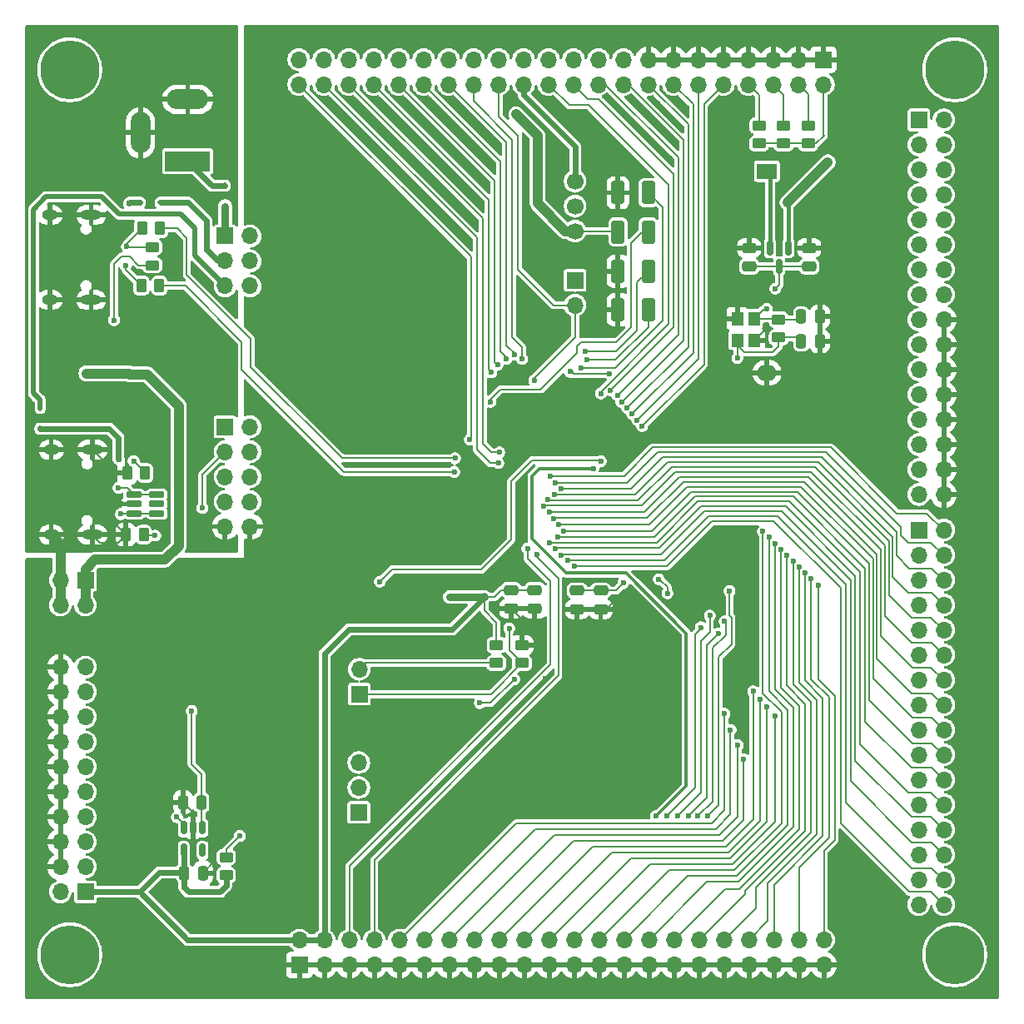
<source format=gbr>
%TF.GenerationSoftware,KiCad,Pcbnew,9.0.0*%
%TF.CreationDate,2025-05-16T13:45:13+04:00*%
%TF.ProjectId,_1921__015,1a313932-3112-4133-9031-352e6b696361,rev?*%
%TF.SameCoordinates,Original*%
%TF.FileFunction,Copper,L2,Bot*%
%TF.FilePolarity,Positive*%
%FSLAX46Y46*%
G04 Gerber Fmt 4.6, Leading zero omitted, Abs format (unit mm)*
G04 Created by KiCad (PCBNEW 9.0.0) date 2025-05-16 13:45:13*
%MOMM*%
%LPD*%
G01*
G04 APERTURE LIST*
G04 Aperture macros list*
%AMRoundRect*
0 Rectangle with rounded corners*
0 $1 Rounding radius*
0 $2 $3 $4 $5 $6 $7 $8 $9 X,Y pos of 4 corners*
0 Add a 4 corners polygon primitive as box body*
4,1,4,$2,$3,$4,$5,$6,$7,$8,$9,$2,$3,0*
0 Add four circle primitives for the rounded corners*
1,1,$1+$1,$2,$3*
1,1,$1+$1,$4,$5*
1,1,$1+$1,$6,$7*
1,1,$1+$1,$8,$9*
0 Add four rect primitives between the rounded corners*
20,1,$1+$1,$2,$3,$4,$5,0*
20,1,$1+$1,$4,$5,$6,$7,0*
20,1,$1+$1,$6,$7,$8,$9,0*
20,1,$1+$1,$8,$9,$2,$3,0*%
G04 Aperture macros list end*
%TA.AperFunction,ComponentPad*%
%ADD10R,1.700000X1.700000*%
%TD*%
%TA.AperFunction,ComponentPad*%
%ADD11O,1.700000X1.700000*%
%TD*%
%TA.AperFunction,HeatsinkPad*%
%ADD12O,2.100000X1.000000*%
%TD*%
%TA.AperFunction,HeatsinkPad*%
%ADD13O,1.600000X1.000000*%
%TD*%
%TA.AperFunction,ComponentPad*%
%ADD14R,2.000000X1.600000*%
%TD*%
%TA.AperFunction,ComponentPad*%
%ADD15O,2.000000X1.600000*%
%TD*%
%TA.AperFunction,ComponentPad*%
%ADD16C,1.700000*%
%TD*%
%TA.AperFunction,ComponentPad*%
%ADD17R,4.600000X2.000000*%
%TD*%
%TA.AperFunction,ComponentPad*%
%ADD18O,4.200000X2.000000*%
%TD*%
%TA.AperFunction,ComponentPad*%
%ADD19O,2.000000X4.200000*%
%TD*%
%TA.AperFunction,SMDPad,CuDef*%
%ADD20RoundRect,0.250000X0.262500X0.450000X-0.262500X0.450000X-0.262500X-0.450000X0.262500X-0.450000X0*%
%TD*%
%TA.AperFunction,SMDPad,CuDef*%
%ADD21RoundRect,0.250000X0.450000X-0.262500X0.450000X0.262500X-0.450000X0.262500X-0.450000X-0.262500X0*%
%TD*%
%TA.AperFunction,SMDPad,CuDef*%
%ADD22RoundRect,0.250000X-0.450000X0.262500X-0.450000X-0.262500X0.450000X-0.262500X0.450000X0.262500X0*%
%TD*%
%TA.AperFunction,SMDPad,CuDef*%
%ADD23R,1.200000X1.400000*%
%TD*%
%TA.AperFunction,SMDPad,CuDef*%
%ADD24RoundRect,0.112500X0.112500X-0.187500X0.112500X0.187500X-0.112500X0.187500X-0.112500X-0.187500X0*%
%TD*%
%TA.AperFunction,SMDPad,CuDef*%
%ADD25RoundRect,0.250000X-0.475000X0.250000X-0.475000X-0.250000X0.475000X-0.250000X0.475000X0.250000X0*%
%TD*%
%TA.AperFunction,SMDPad,CuDef*%
%ADD26RoundRect,0.150000X-0.650000X-0.150000X0.650000X-0.150000X0.650000X0.150000X-0.650000X0.150000X0*%
%TD*%
%TA.AperFunction,SMDPad,CuDef*%
%ADD27RoundRect,0.250000X-0.250000X-0.475000X0.250000X-0.475000X0.250000X0.475000X-0.250000X0.475000X0*%
%TD*%
%TA.AperFunction,SMDPad,CuDef*%
%ADD28RoundRect,0.250000X0.475000X-0.250000X0.475000X0.250000X-0.475000X0.250000X-0.475000X-0.250000X0*%
%TD*%
%TA.AperFunction,SMDPad,CuDef*%
%ADD29RoundRect,0.250000X0.412500X0.925000X-0.412500X0.925000X-0.412500X-0.925000X0.412500X-0.925000X0*%
%TD*%
%TA.AperFunction,SMDPad,CuDef*%
%ADD30RoundRect,0.150000X-0.150000X0.587500X-0.150000X-0.587500X0.150000X-0.587500X0.150000X0.587500X0*%
%TD*%
%TA.AperFunction,SMDPad,CuDef*%
%ADD31RoundRect,0.250000X0.250000X0.475000X-0.250000X0.475000X-0.250000X-0.475000X0.250000X-0.475000X0*%
%TD*%
%TA.AperFunction,SMDPad,CuDef*%
%ADD32RoundRect,0.112500X0.187500X0.112500X-0.187500X0.112500X-0.187500X-0.112500X0.187500X-0.112500X0*%
%TD*%
%TA.AperFunction,SMDPad,CuDef*%
%ADD33RoundRect,0.150000X-0.150000X0.512500X-0.150000X-0.512500X0.150000X-0.512500X0.150000X0.512500X0*%
%TD*%
%TA.AperFunction,SMDPad,CuDef*%
%ADD34RoundRect,0.112500X-0.112500X0.187500X-0.112500X-0.187500X0.112500X-0.187500X0.112500X0.187500X0*%
%TD*%
%TA.AperFunction,SMDPad,CuDef*%
%ADD35RoundRect,0.250000X-0.262500X-0.450000X0.262500X-0.450000X0.262500X0.450000X-0.262500X0.450000X0*%
%TD*%
%TA.AperFunction,ViaPad*%
%ADD36C,6.000000*%
%TD*%
%TA.AperFunction,ViaPad*%
%ADD37C,0.600000*%
%TD*%
%TA.AperFunction,ViaPad*%
%ADD38C,0.800000*%
%TD*%
%TA.AperFunction,Conductor*%
%ADD39C,0.200000*%
%TD*%
%TA.AperFunction,Conductor*%
%ADD40C,0.800000*%
%TD*%
%TA.AperFunction,Conductor*%
%ADD41C,0.600000*%
%TD*%
%TA.AperFunction,Conductor*%
%ADD42C,0.400000*%
%TD*%
%TA.AperFunction,Conductor*%
%ADD43C,1.000000*%
%TD*%
%TA.AperFunction,Conductor*%
%ADD44C,0.300000*%
%TD*%
%TA.AperFunction,Conductor*%
%ADD45C,0.500000*%
%TD*%
G04 APERTURE END LIST*
D10*
%TO.P,J12,1,Pin_1*%
%TO.N,Net-(J12-Pin_1)*%
X154700000Y-60895000D03*
D11*
%TO.P,J12,2,Pin_2*%
%TO.N,AREF*%
X154700000Y-63435000D03*
%TD*%
D10*
%TO.P,J3,1,Pin_1*%
%TO.N,Net-(J3-Pin_1)*%
X132700000Y-115025000D03*
D11*
%TO.P,J3,2,Pin_2*%
%TO.N,RST*%
X132700000Y-112485000D03*
%TO.P,J3,3,Pin_3*%
%TO.N,Net-(J3-Pin_3)*%
X132700000Y-109945000D03*
%TD*%
D10*
%TO.P,J5,1,Pin_1*%
%TO.N,PA15*%
X189650000Y-44590000D03*
D11*
%TO.P,J5,2,Pin_2*%
%TO.N,VCC1*%
X192190000Y-44590000D03*
%TO.P,J5,3,Pin_3*%
%TO.N,PA14*%
X189650000Y-47130000D03*
%TO.P,J5,4,Pin_4*%
%TO.N,VCC1*%
X192190000Y-47130000D03*
%TO.P,J5,5,Pin_5*%
%TO.N,PA13*%
X189650000Y-49670000D03*
%TO.P,J5,6,Pin_6*%
%TO.N,VCC1*%
X192190000Y-49670000D03*
%TO.P,J5,7,Pin_7*%
%TO.N,PA12*%
X189650000Y-52210000D03*
%TO.P,J5,8,Pin_8*%
%TO.N,VCC1*%
X192190000Y-52210000D03*
%TO.P,J5,9,Pin_9*%
%TO.N,PA11*%
X189650000Y-54750000D03*
%TO.P,J5,10,Pin_10*%
%TO.N,VCC1*%
X192190000Y-54750000D03*
%TO.P,J5,11,Pin_11*%
%TO.N,PA10*%
X189650000Y-57290000D03*
%TO.P,J5,12,Pin_12*%
%TO.N,VCC1*%
X192190000Y-57290000D03*
%TO.P,J5,13,Pin_13*%
%TO.N,PA9*%
X189650000Y-59830000D03*
%TO.P,J5,14,Pin_14*%
%TO.N,VCC1*%
X192190000Y-59830000D03*
%TO.P,J5,15,Pin_15*%
%TO.N,PA8*%
X189650000Y-62370000D03*
%TO.P,J5,16,Pin_16*%
%TO.N,unconnected-(J5-Pin_16-Pad16)*%
X192190000Y-62370000D03*
%TO.P,J5,17,Pin_17*%
%TO.N,PA7*%
X189650000Y-64910000D03*
%TO.P,J5,18,Pin_18*%
%TO.N,GND1*%
X192190000Y-64910000D03*
%TO.P,J5,19,Pin_19*%
%TO.N,PA6*%
X189650000Y-67450000D03*
%TO.P,J5,20,Pin_20*%
%TO.N,GND1*%
X192190000Y-67450000D03*
%TO.P,J5,21,Pin_21*%
%TO.N,PA5*%
X189650000Y-69990000D03*
%TO.P,J5,22,Pin_22*%
%TO.N,GND1*%
X192190000Y-69990000D03*
%TO.P,J5,23,Pin_23*%
%TO.N,PA4*%
X189650000Y-72530000D03*
%TO.P,J5,24,Pin_24*%
%TO.N,GND1*%
X192190000Y-72530000D03*
%TO.P,J5,25,Pin_25*%
%TO.N,PA3*%
X189650000Y-75070000D03*
%TO.P,J5,26,Pin_26*%
%TO.N,GND1*%
X192190000Y-75070000D03*
%TO.P,J5,27,Pin_27*%
%TO.N,PA2*%
X189650000Y-77610000D03*
%TO.P,J5,28,Pin_28*%
%TO.N,GND1*%
X192190000Y-77610000D03*
%TO.P,J5,29,Pin_29*%
%TO.N,PA1*%
X189650000Y-80150000D03*
%TO.P,J5,30,Pin_30*%
%TO.N,GND1*%
X192190000Y-80150000D03*
%TO.P,J5,31,Pin_31*%
%TO.N,PA0*%
X189650000Y-82690000D03*
%TO.P,J5,32,Pin_32*%
%TO.N,GND1*%
X192190000Y-82690000D03*
%TD*%
D10*
%TO.P,J8,1,Pin_1*%
%TO.N,PJACK*%
X119100000Y-56395000D03*
D11*
%TO.P,J8,2,Pin_2*%
%TO.N,Net-(J8-Pin_2)*%
X121640000Y-56395000D03*
%TO.P,J8,3,Pin_3*%
%TO.N,MKUSBP*%
X119100000Y-58935000D03*
%TO.P,J8,4,Pin_4*%
%TO.N,Net-(J8-Pin_2)*%
X121640000Y-58935000D03*
%TO.P,J8,5,Pin_5*%
%TO.N,FTUSBP*%
X119100000Y-61475000D03*
%TO.P,J8,6,Pin_6*%
%TO.N,Net-(J8-Pin_2)*%
X121640000Y-61475000D03*
%TD*%
D10*
%TO.P,J11,1,Pin_1*%
%TO.N,3.3L*%
X119100000Y-75795000D03*
D11*
%TO.P,J11,2,Pin_2*%
%TO.N,VCC1*%
X121640000Y-75795000D03*
%TO.P,J11,3,Pin_3*%
%TO.N,/USB/TXD*%
X119100000Y-78335000D03*
%TO.P,J11,4,Pin_4*%
%TO.N,PA0*%
X121640000Y-78335000D03*
%TO.P,J11,5,Pin_5*%
%TO.N,/USB/RXD*%
X119100000Y-80875000D03*
%TO.P,J11,6,Pin_6*%
%TO.N,PA1*%
X121640000Y-80875000D03*
%TO.P,J11,7,Pin_7*%
%TO.N,/USB/RTS*%
X119100000Y-83415000D03*
%TO.P,J11,8,Pin_8*%
%TO.N,WAKEUP2*%
X121640000Y-83415000D03*
%TO.P,J11,9,Pin_9*%
%TO.N,GNDL*%
X119100000Y-85955000D03*
%TO.P,J11,10,Pin_10*%
%TO.N,GND1*%
X121640000Y-85955000D03*
%TD*%
D12*
%TO.P,P3,S1,SHIELD*%
%TO.N,GNDL*%
X105480000Y-54250000D03*
D13*
X101300000Y-54250000D03*
D12*
X105480000Y-62890000D03*
D13*
X101300000Y-62890000D03*
%TD*%
D10*
%TO.P,J7,1,Pin_1*%
%TO.N,GND1*%
X179940000Y-38460000D03*
D11*
%TO.P,J7,2,Pin_2*%
%TO.N,VCC1*%
X179940000Y-41000000D03*
%TO.P,J7,3,Pin_3*%
%TO.N,GND1*%
X177400000Y-38460000D03*
%TO.P,J7,4,Pin_4*%
%TO.N,WAKEUP2*%
X177400000Y-41000000D03*
%TO.P,J7,5,Pin_5*%
%TO.N,GND1*%
X174860000Y-38460000D03*
%TO.P,J7,6,Pin_6*%
%TO.N,WAKEUP1*%
X174860000Y-41000000D03*
%TO.P,J7,7,Pin_7*%
%TO.N,GND1*%
X172320000Y-38460000D03*
%TO.P,J7,8,Pin_8*%
%TO.N,WAKEUP0*%
X172320000Y-41000000D03*
%TO.P,J7,9,Pin_9*%
%TO.N,GND1*%
X169780000Y-38460000D03*
%TO.P,J7,10,Pin_10*%
%TO.N,AT_IN0*%
X169780000Y-41000000D03*
%TO.P,J7,11,Pin_11*%
%TO.N,GND1*%
X167240000Y-38460000D03*
%TO.P,J7,12,Pin_12*%
%TO.N,AT_IN1*%
X167240000Y-41000000D03*
%TO.P,J7,13,Pin_13*%
%TO.N,GND1*%
X164700000Y-38460000D03*
%TO.P,J7,14,Pin_14*%
%TO.N,AT_IN2*%
X164700000Y-41000000D03*
%TO.P,J7,15,Pin_15*%
%TO.N,GND1*%
X162160000Y-38460000D03*
%TO.P,J7,16,Pin_16*%
%TO.N,AT_OUT*%
X162160000Y-41000000D03*
%TO.P,J7,17,Pin_17*%
%TO.N,AGND*%
X159620000Y-38460000D03*
%TO.P,J7,18,Pin_18*%
%TO.N,CP_INN0*%
X159620000Y-41000000D03*
%TO.P,J7,19,Pin_19*%
%TO.N,AGND*%
X157080000Y-38460000D03*
%TO.P,J7,20,Pin_20*%
%TO.N,CP_INP0*%
X157080000Y-41000000D03*
%TO.P,J7,21,Pin_21*%
%TO.N,AGND*%
X154540000Y-38460000D03*
%TO.P,J7,22,Pin_22*%
%TO.N,CP_INN1*%
X154540000Y-41000000D03*
%TO.P,J7,23,Pin_23*%
%TO.N,AGND*%
X152000000Y-38460000D03*
%TO.P,J7,24,Pin_24*%
%TO.N,CP_INP1*%
X152000000Y-41000000D03*
%TO.P,J7,25,Pin_25*%
%TO.N,AGND*%
X149460000Y-38460000D03*
%TO.P,J7,26,Pin_26*%
%TO.N,AVCC*%
X149460000Y-41000000D03*
%TO.P,J7,27,Pin_27*%
%TO.N,AGND*%
X146920000Y-38460000D03*
%TO.P,J7,28,Pin_28*%
%TO.N,AREF*%
X146920000Y-41000000D03*
%TO.P,J7,29,Pin_29*%
%TO.N,AGND*%
X144380000Y-38460000D03*
%TO.P,J7,30,Pin_30*%
%TO.N,ADC0*%
X144380000Y-41000000D03*
%TO.P,J7,31,Pin_31*%
%TO.N,AGND*%
X141840000Y-38460000D03*
%TO.P,J7,32,Pin_32*%
%TO.N,ADC1*%
X141840000Y-41000000D03*
%TO.P,J7,33,Pin_33*%
%TO.N,AGND*%
X139300000Y-38460000D03*
%TO.P,J7,34,Pin_34*%
%TO.N,ADC2*%
X139300000Y-41000000D03*
%TO.P,J7,35,Pin_35*%
%TO.N,AGND*%
X136760000Y-38460000D03*
%TO.P,J7,36,Pin_36*%
%TO.N,ADC3*%
X136760000Y-41000000D03*
%TO.P,J7,37,Pin_37*%
%TO.N,AGND*%
X134220000Y-38460000D03*
%TO.P,J7,38,Pin_38*%
%TO.N,ADC4*%
X134220000Y-41000000D03*
%TO.P,J7,39,Pin_39*%
%TO.N,AGND*%
X131680000Y-38460000D03*
%TO.P,J7,40,Pin_40*%
%TO.N,ADC5*%
X131680000Y-41000000D03*
%TO.P,J7,41,Pin_41*%
%TO.N,AGND*%
X129140000Y-38460000D03*
%TO.P,J7,42,Pin_42*%
%TO.N,ADC6*%
X129140000Y-41000000D03*
%TO.P,J7,43,Pin_43*%
%TO.N,AGND*%
X126600000Y-38460000D03*
%TO.P,J7,44,Pin_44*%
%TO.N,ADC7*%
X126600000Y-41000000D03*
%TD*%
D10*
%TO.P,J2,1,VTREF*%
%TO.N,VCC1*%
X104900000Y-123100000D03*
D11*
%TO.P,J2,2,VCC/NC*%
%TO.N,unconnected-(J2-VCC{slash}NC-Pad2)*%
X102360000Y-123100000D03*
%TO.P,J2,3,~{TRST}*%
%TO.N,TRST*%
X104900000Y-120560000D03*
%TO.P,J2,4,GND*%
%TO.N,GND1*%
X102360000Y-120560000D03*
%TO.P,J2,5,TDI*%
%TO.N,TDI*%
X104900000Y-118020000D03*
%TO.P,J2,6,GND*%
%TO.N,GND1*%
X102360000Y-118020000D03*
%TO.P,J2,7,TMS/SWDIO*%
%TO.N,TMS*%
X104900000Y-115480000D03*
%TO.P,J2,8,GND*%
%TO.N,GND1*%
X102360000Y-115480000D03*
%TO.P,J2,9,TCK/SWCLK*%
%TO.N,TSK*%
X104900000Y-112940000D03*
%TO.P,J2,10,GND*%
%TO.N,GND1*%
X102360000Y-112940000D03*
%TO.P,J2,11,RTCK*%
%TO.N,unconnected-(J2-RTCK-Pad11)*%
X104900000Y-110400000D03*
%TO.P,J2,12,GND*%
%TO.N,GND1*%
X102360000Y-110400000D03*
%TO.P,J2,13,TDO/SWO*%
%TO.N,TDO*%
X104900000Y-107860000D03*
%TO.P,J2,14,GND*%
%TO.N,GND1*%
X102360000Y-107860000D03*
%TO.P,J2,15,~{SRST}*%
%TO.N,SRST*%
X104900000Y-105320000D03*
%TO.P,J2,16,GND*%
%TO.N,GND1*%
X102360000Y-105320000D03*
%TO.P,J2,17,DBGRQ/NC*%
%TO.N,unconnected-(J2-DBGRQ{slash}NC-Pad17)*%
X104900000Y-102780000D03*
%TO.P,J2,18,GND*%
%TO.N,GND1*%
X102360000Y-102780000D03*
%TO.P,J2,19,DBGACK/NC*%
%TO.N,unconnected-(J2-DBGACK{slash}NC-Pad19)*%
X104900000Y-100240000D03*
%TO.P,J2,20,GND*%
%TO.N,GND1*%
X102360000Y-100240000D03*
%TD*%
D12*
%TO.P,P1,S1,SHIELD*%
%TO.N,GNDL*%
X105600000Y-78135000D03*
D13*
X101420000Y-78135000D03*
D12*
X105600000Y-86775000D03*
D13*
X101420000Y-86775000D03*
%TD*%
D14*
%TO.P,BT1,1,+*%
%TO.N,Net-(BT1-+)*%
X174200000Y-49800000D03*
D15*
%TO.P,BT1,2,-*%
%TO.N,GND1*%
X174200000Y-70300000D03*
%TD*%
D16*
%TO.P,RV1,1,1*%
%TO.N,AVCC*%
X154700000Y-50820000D03*
%TO.P,RV1,2,2*%
%TO.N,Net-(J12-Pin_1)*%
X154700000Y-53360000D03*
%TO.P,RV1,3,3*%
%TO.N,AGND*%
X154700000Y-55900000D03*
%TD*%
D10*
%TO.P,J1,1,Pin_1*%
%TO.N,SERVEN*%
X132750000Y-103000000D03*
D11*
%TO.P,J1,2,Pin_2*%
%TO.N,Net-(J1-Pin_2)*%
X132750000Y-100460000D03*
%TD*%
D17*
%TO.P,J14,1*%
%TO.N,Net-(D7-A)*%
X115300000Y-48800000D03*
D18*
%TO.P,J14,2*%
%TO.N,GNDL*%
X115300000Y-42500000D03*
D19*
%TO.P,J14,3*%
X110500000Y-45900000D03*
%TD*%
D10*
%TO.P,J6,1,Pin_1*%
%TO.N,GND1*%
X126660000Y-130540000D03*
D11*
%TO.P,J6,2,Pin_2*%
%TO.N,VCC1*%
X126660000Y-128000000D03*
%TO.P,J6,3,Pin_3*%
%TO.N,GND1*%
X129200000Y-130540000D03*
%TO.P,J6,4,Pin_4*%
%TO.N,VCC1*%
X129200000Y-128000000D03*
%TO.P,J6,5,Pin_5*%
%TO.N,GND1*%
X131740000Y-130540000D03*
%TO.P,J6,6,Pin_6*%
%TO.N,I2C_SCL*%
X131740000Y-128000000D03*
%TO.P,J6,7,Pin_7*%
%TO.N,GND1*%
X134280000Y-130540000D03*
%TO.P,J6,8,Pin_8*%
%TO.N,I2C_SDA*%
X134280000Y-128000000D03*
%TO.P,J6,9,Pin_9*%
%TO.N,GND1*%
X136820000Y-130540000D03*
%TO.P,J6,10,Pin_10*%
%TO.N,PB3*%
X136820000Y-128000000D03*
%TO.P,J6,11,Pin_11*%
%TO.N,GND1*%
X139360000Y-130540000D03*
%TO.P,J6,12,Pin_12*%
%TO.N,PB2*%
X139360000Y-128000000D03*
%TO.P,J6,13,Pin_13*%
%TO.N,GND1*%
X141900000Y-130540000D03*
%TO.P,J6,14,Pin_14*%
%TO.N,PB1*%
X141900000Y-128000000D03*
%TO.P,J6,15,Pin_15*%
%TO.N,GND1*%
X144440000Y-130540000D03*
%TO.P,J6,16,Pin_16*%
%TO.N,PB0*%
X144440000Y-128000000D03*
%TO.P,J6,17,Pin_17*%
%TO.N,GND1*%
X146980000Y-130540000D03*
%TO.P,J6,18,Pin_18*%
%TO.N,PB7*%
X146980000Y-128000000D03*
%TO.P,J6,19,Pin_19*%
%TO.N,GND1*%
X149520000Y-130540000D03*
%TO.P,J6,20,Pin_20*%
%TO.N,PB6*%
X149520000Y-128000000D03*
%TO.P,J6,21,Pin_21*%
%TO.N,GND1*%
X152060000Y-130540000D03*
%TO.P,J6,22,Pin_22*%
%TO.N,PB5*%
X152060000Y-128000000D03*
%TO.P,J6,23,Pin_23*%
%TO.N,GND1*%
X154600000Y-130540000D03*
%TO.P,J6,24,Pin_24*%
%TO.N,PB4*%
X154600000Y-128000000D03*
%TO.P,J6,25,Pin_25*%
%TO.N,GND1*%
X157140000Y-130540000D03*
%TO.P,J6,26,Pin_26*%
%TO.N,PA9*%
X157140000Y-128000000D03*
%TO.P,J6,27,Pin_27*%
%TO.N,GND1*%
X159680000Y-130540000D03*
%TO.P,J6,28,Pin_28*%
%TO.N,PA8*%
X159680000Y-128000000D03*
%TO.P,J6,29,Pin_29*%
%TO.N,GND1*%
X162220000Y-130540000D03*
%TO.P,J6,30,Pin_30*%
%TO.N,PA7*%
X162220000Y-128000000D03*
%TO.P,J6,31,Pin_31*%
%TO.N,GND1*%
X164760000Y-130540000D03*
%TO.P,J6,32,Pin_32*%
%TO.N,PA6*%
X164760000Y-128000000D03*
%TO.P,J6,33,Pin_33*%
%TO.N,GND1*%
X167300000Y-130540000D03*
%TO.P,J6,34,Pin_34*%
%TO.N,PA5*%
X167300000Y-128000000D03*
%TO.P,J6,35,Pin_35*%
%TO.N,GND1*%
X169840000Y-130540000D03*
%TO.P,J6,36,Pin_36*%
%TO.N,PA4*%
X169840000Y-128000000D03*
%TO.P,J6,37,Pin_37*%
%TO.N,GND1*%
X172380000Y-130540000D03*
%TO.P,J6,38,Pin_38*%
%TO.N,PA3*%
X172380000Y-128000000D03*
%TO.P,J6,39,Pin_39*%
%TO.N,GND1*%
X174920000Y-130540000D03*
%TO.P,J6,40,Pin_40*%
%TO.N,PA2*%
X174920000Y-128000000D03*
%TO.P,J6,41,Pin_41*%
%TO.N,GND1*%
X177460000Y-130540000D03*
%TO.P,J6,42,Pin_42*%
%TO.N,PA1*%
X177460000Y-128000000D03*
%TO.P,J6,43,Pin_43*%
%TO.N,GND1*%
X180000000Y-130540000D03*
%TO.P,J6,44,Pin_44*%
%TO.N,PA0*%
X180000000Y-128000000D03*
%TD*%
D10*
%TO.P,J4,1,Pin_1*%
%TO.N,5V*%
X104900000Y-91400000D03*
D11*
%TO.P,J4,2,Pin_2*%
X104900000Y-93940000D03*
%TO.P,J4,3,Pin_3*%
%TO.N,GNDL*%
X102360000Y-91400000D03*
%TO.P,J4,4,Pin_4*%
X102360000Y-93940000D03*
%TD*%
D10*
%TO.P,J9,1,Pin_1*%
%TO.N,PB15*%
X189660000Y-86300000D03*
D11*
%TO.P,J9,2,Pin_2*%
%TO.N,PC0*%
X192200000Y-86300000D03*
%TO.P,J9,3,Pin_3*%
%TO.N,PB14*%
X189660000Y-88840000D03*
%TO.P,J9,4,Pin_4*%
%TO.N,PC1*%
X192200000Y-88840000D03*
%TO.P,J9,5,Pin_5*%
%TO.N,PB13*%
X189660000Y-91380000D03*
%TO.P,J9,6,Pin_6*%
%TO.N,PC2*%
X192200000Y-91380000D03*
%TO.P,J9,7,Pin_7*%
%TO.N,PB12*%
X189660000Y-93920000D03*
%TO.P,J9,8,Pin_8*%
%TO.N,PC3*%
X192200000Y-93920000D03*
%TO.P,J9,9,Pin_9*%
%TO.N,PB11*%
X189660000Y-96460000D03*
%TO.P,J9,10,Pin_10*%
%TO.N,PC4*%
X192200000Y-96460000D03*
%TO.P,J9,11,Pin_11*%
%TO.N,PB10*%
X189660000Y-99000000D03*
%TO.P,J9,12,Pin_12*%
%TO.N,PC5*%
X192200000Y-99000000D03*
%TO.P,J9,13,Pin_13*%
%TO.N,PB9*%
X189660000Y-101540000D03*
%TO.P,J9,14,Pin_14*%
%TO.N,PC6*%
X192200000Y-101540000D03*
%TO.P,J9,15,Pin_15*%
%TO.N,PB8*%
X189660000Y-104080000D03*
%TO.P,J9,16,Pin_16*%
%TO.N,PC7*%
X192200000Y-104080000D03*
%TO.P,J9,17,Pin_17*%
%TO.N,PB7*%
X189660000Y-106620000D03*
%TO.P,J9,18,Pin_18*%
%TO.N,CAN0_RX*%
X192200000Y-106620000D03*
%TO.P,J9,19,Pin_19*%
%TO.N,PB6*%
X189660000Y-109160000D03*
%TO.P,J9,20,Pin_20*%
%TO.N,CAN0_TX*%
X192200000Y-109160000D03*
%TO.P,J9,21,Pin_21*%
%TO.N,PB5*%
X189660000Y-111700000D03*
%TO.P,J9,22,Pin_22*%
%TO.N,CAN1_RX*%
X192200000Y-111700000D03*
%TO.P,J9,23,Pin_23*%
%TO.N,PB4*%
X189660000Y-114240000D03*
%TO.P,J9,24,Pin_24*%
%TO.N,CAN1_TX*%
X192200000Y-114240000D03*
%TO.P,J9,25,Pin_25*%
%TO.N,PB3*%
X189660000Y-116780000D03*
%TO.P,J9,26,Pin_26*%
%TO.N,I2C_SCL*%
X192200000Y-116780000D03*
%TO.P,J9,27,Pin_27*%
%TO.N,PB2*%
X189660000Y-119320000D03*
%TO.P,J9,28,Pin_28*%
%TO.N,I2C_SDA*%
X192200000Y-119320000D03*
%TO.P,J9,29,Pin_29*%
%TO.N,PB1*%
X189660000Y-121860000D03*
%TO.P,J9,30,Pin_30*%
%TO.N,PC14*%
X192200000Y-121860000D03*
%TO.P,J9,31,Pin_31*%
%TO.N,PB0*%
X189660000Y-124400000D03*
%TO.P,J9,32,Pin_32*%
%TO.N,PC15*%
X192200000Y-124400000D03*
%TD*%
D20*
%TO.P,R26,1*%
%TO.N,USB_DN*%
X112412500Y-61450000D03*
%TO.P,R26,2*%
%TO.N,/USB/MK-DN*%
X110587500Y-61450000D03*
%TD*%
D21*
%TO.P,R3,1*%
%TO.N,XI_OSC*%
X175400000Y-66712500D03*
%TO.P,R3,2*%
%TO.N,XO_OSC*%
X175400000Y-64887500D03*
%TD*%
%TO.P,R12,1*%
%TO.N,VCC1*%
X175900000Y-47000000D03*
%TO.P,R12,2*%
%TO.N,WAKEUP1*%
X175900000Y-45175000D03*
%TD*%
D22*
%TO.P,R1,1*%
%TO.N,VCC1*%
X146700000Y-98000000D03*
%TO.P,R1,2*%
%TO.N,Net-(J1-Pin_2)*%
X146700000Y-99825000D03*
%TD*%
%TO.P,R27,1*%
%TO.N,/USB/MK-DP*%
X111700000Y-57550000D03*
%TO.P,R27,2*%
%TO.N,3.3L*%
X111700000Y-59375000D03*
%TD*%
D23*
%TO.P,Y1,1,1*%
%TO.N,XO_OSC*%
X172900000Y-64800000D03*
%TO.P,Y1,2,2*%
%TO.N,GND1*%
X172900000Y-67000000D03*
%TO.P,Y1,3,3*%
%TO.N,XI_OSC*%
X171200000Y-67000000D03*
%TO.P,Y1,4,4*%
%TO.N,GND1*%
X171200000Y-64800000D03*
%TD*%
D24*
%TO.P,D7,1,K*%
%TO.N,PJACK*%
X119100000Y-53375000D03*
%TO.P,D7,2,A*%
%TO.N,Net-(D7-A)*%
X119100000Y-51275000D03*
%TD*%
D21*
%TO.P,R2,1*%
%TO.N,SERVEN*%
X149300000Y-99825000D03*
%TO.P,R2,2*%
%TO.N,GND1*%
X149300000Y-98000000D03*
%TD*%
D20*
%TO.P,R15,1*%
%TO.N,Net-(P1-VCONN)*%
X110825000Y-86775000D03*
%TO.P,R15,2*%
%TO.N,GNDL*%
X109000000Y-86775000D03*
%TD*%
D25*
%TO.P,C11,1*%
%TO.N,VCC1*%
X157300000Y-92450000D03*
%TO.P,C11,2*%
%TO.N,GND1*%
X157300000Y-94350000D03*
%TD*%
D26*
%TO.P,U3,1*%
%TO.N,/USB/FT-DN*%
X109860000Y-84615000D03*
%TO.P,U3,2,GND*%
%TO.N,GNDL*%
X109860000Y-83665000D03*
%TO.P,U3,3*%
%TO.N,/USB/FT-DP*%
X109860000Y-82715000D03*
%TO.P,U3,4*%
X112160000Y-82715000D03*
%TO.P,U3,5,VCC*%
%TO.N,unconnected-(U3-VCC-Pad5)*%
X112160000Y-83665000D03*
%TO.P,U3,6*%
%TO.N,/USB/FT-DN*%
X112160000Y-84615000D03*
%TD*%
D27*
%TO.P,C7,1*%
%TO.N,VCC1*%
X114950000Y-121200000D03*
%TO.P,C7,2*%
%TO.N,GND1*%
X116850000Y-121200000D03*
%TD*%
D25*
%TO.P,C15,1*%
%TO.N,VCC1*%
X148200000Y-92400000D03*
%TO.P,C15,2*%
%TO.N,GND1*%
X148200000Y-94300000D03*
%TD*%
D28*
%TO.P,C8,1*%
%TO.N,V_BAT*%
X172400000Y-59500000D03*
%TO.P,C8,2*%
%TO.N,GND1*%
X172400000Y-57600000D03*
%TD*%
D20*
%TO.P,R16,1*%
%TO.N,Net-(P1-CC)*%
X110960000Y-80515000D03*
%TO.P,R16,2*%
%TO.N,GNDL*%
X109135000Y-80515000D03*
%TD*%
D29*
%TO.P,C17,1*%
%TO.N,SDADC_CAP*%
X162137500Y-56000000D03*
%TO.P,C17,2*%
%TO.N,AGND*%
X159062500Y-56000000D03*
%TD*%
D27*
%TO.P,C1,1*%
%TO.N,XI_OSC*%
X177700000Y-67100000D03*
%TO.P,C1,2*%
%TO.N,GND1*%
X179600000Y-67100000D03*
%TD*%
D29*
%TO.P,C18,1*%
%TO.N,VCORE_CAP*%
X162137500Y-60000000D03*
%TO.P,C18,2*%
%TO.N,GND1*%
X159062500Y-60000000D03*
%TD*%
D30*
%TO.P,D1,1*%
%TO.N,Net-(BT1-+)*%
X174500000Y-57600000D03*
%TO.P,D1,2*%
%TO.N,VCC1*%
X176400000Y-57600000D03*
%TO.P,D1,3*%
%TO.N,V_BAT*%
X175450000Y-59475000D03*
%TD*%
D27*
%TO.P,C2,1*%
%TO.N,XO_OSC*%
X177700000Y-64600000D03*
%TO.P,C2,2*%
%TO.N,GND1*%
X179600000Y-64600000D03*
%TD*%
D31*
%TO.P,C5,1*%
%TO.N,RESETIN*%
X116700000Y-114000000D03*
%TO.P,C5,2*%
%TO.N,GND1*%
X114800000Y-114000000D03*
%TD*%
D21*
%TO.P,R6,1*%
%TO.N,VCC1*%
X119200000Y-121400000D03*
%TO.P,R6,2*%
%TO.N,Net-(J3-Pin_1)*%
X119200000Y-119575000D03*
%TD*%
%TO.P,R10,1*%
%TO.N,VCC1*%
X178400000Y-47000000D03*
%TO.P,R10,2*%
%TO.N,WAKEUP2*%
X178400000Y-45175000D03*
%TD*%
D28*
%TO.P,C9,1*%
%TO.N,V_BAT*%
X178500000Y-59500000D03*
%TO.P,C9,2*%
%TO.N,GND1*%
X178500000Y-57600000D03*
%TD*%
D25*
%TO.P,C14,1*%
%TO.N,VCC1*%
X150600000Y-92400000D03*
%TO.P,C14,2*%
%TO.N,GND1*%
X150600000Y-94300000D03*
%TD*%
D32*
%TO.P,D9,1,K*%
%TO.N,MKUSBP*%
X112550000Y-53000000D03*
%TO.P,D9,2,A*%
%TO.N,Net-(D9-A)*%
X110450000Y-53000000D03*
%TD*%
D33*
%TO.P,TPS3823-1,1,RESET*%
%TO.N,Net-(J3-Pin_3)*%
X114900000Y-116600000D03*
%TO.P,TPS3823-1,2,GND*%
%TO.N,GND1*%
X115850000Y-116600000D03*
%TO.P,TPS3823-1,3,MR*%
%TO.N,RESETIN*%
X116800000Y-116600000D03*
%TO.P,TPS3823-1,4,WDI*%
%TO.N,unconnected-(TPS3823-1-WDI-Pad4)*%
X116800000Y-118875000D03*
%TO.P,TPS3823-1,5,VDD*%
%TO.N,VCC1*%
X114900000Y-118875000D03*
%TD*%
D29*
%TO.P,C19,1*%
%TO.N,VBAT_CAP*%
X162137500Y-63900000D03*
%TO.P,C19,2*%
%TO.N,GND1*%
X159062500Y-63900000D03*
%TD*%
D21*
%TO.P,R11,1*%
%TO.N,VCC1*%
X173400000Y-47000000D03*
%TO.P,R11,2*%
%TO.N,WAKEUP0*%
X173400000Y-45175000D03*
%TD*%
D29*
%TO.P,C20,1*%
%TO.N,VAON_CAP*%
X162137500Y-52000000D03*
%TO.P,C20,2*%
%TO.N,GND1*%
X159062500Y-52000000D03*
%TD*%
D34*
%TO.P,D8,1,K*%
%TO.N,FTUSBP*%
X100300000Y-73875000D03*
%TO.P,D8,2,A*%
%TO.N,Net-(D8-A)*%
X100300000Y-75975000D03*
%TD*%
D25*
%TO.P,C10,1*%
%TO.N,VCC1*%
X154900000Y-92450000D03*
%TO.P,C10,2*%
%TO.N,GND1*%
X154900000Y-94350000D03*
%TD*%
D35*
%TO.P,R28,1*%
%TO.N,/USB/MK-DP*%
X110675000Y-55600000D03*
%TO.P,R28,2*%
%TO.N,USB_DP*%
X112500000Y-55600000D03*
%TD*%
D36*
%TO.N,*%
X193300000Y-39500000D03*
X103300000Y-39500000D03*
X193300000Y-129500000D03*
X103300000Y-129500000D03*
D37*
%TO.N,GND1*%
X109800000Y-119000000D03*
X107500000Y-119200000D03*
D38*
X138000000Y-111500000D03*
X108400000Y-125800000D03*
D37*
X138700000Y-79700000D03*
D38*
X172300000Y-55200000D03*
D37*
X116500000Y-109600000D03*
D38*
X142000000Y-117800000D03*
D37*
X145600000Y-45700000D03*
X163100000Y-42900000D03*
X133900000Y-54700000D03*
X160900000Y-42900000D03*
X151300000Y-99200000D03*
X187500000Y-76300000D03*
X187500000Y-73700000D03*
X187500000Y-63400000D03*
X131400000Y-54700000D03*
X127100000Y-87600000D03*
X159081187Y-93332220D03*
X153700000Y-57500000D03*
X147400000Y-103800000D03*
X135500000Y-81900000D03*
X106900000Y-111600000D03*
X131400000Y-68500000D03*
X143100000Y-46300000D03*
D38*
X170000000Y-47400000D03*
D37*
X156500000Y-54700000D03*
D38*
X133000000Y-124500000D03*
D37*
X180800000Y-51500000D03*
X136800000Y-54700000D03*
X156829265Y-57180735D03*
X149800000Y-56700000D03*
X149420000Y-62720000D03*
X149300000Y-96900000D03*
X142000000Y-94600000D03*
X187500000Y-78600000D03*
D38*
X178700000Y-76200000D03*
X144500000Y-96800000D03*
D37*
X128600000Y-54700000D03*
D38*
X136600000Y-101400000D03*
D37*
X151700000Y-101400000D03*
X148400000Y-79400000D03*
X136800000Y-68500000D03*
X149600000Y-101300000D03*
X153900000Y-78500000D03*
X141100000Y-82400000D03*
X164200000Y-93900000D03*
X124100000Y-79800000D03*
X126200000Y-118700000D03*
D38*
X160900000Y-109300000D03*
D37*
X187800000Y-83000000D03*
X118000000Y-117700000D03*
X134500000Y-47700000D03*
X134000000Y-94500000D03*
X127900000Y-45500000D03*
D38*
X110300000Y-112700000D03*
X136600000Y-104900000D03*
X123500000Y-42800000D03*
D37*
X149550000Y-65680000D03*
X128600000Y-68500000D03*
D38*
X134900000Y-114800000D03*
D37*
X154550000Y-72350000D03*
X107500000Y-121900000D03*
X187500000Y-81100000D03*
X187500000Y-58500000D03*
X168900000Y-52130000D03*
X155800000Y-45400000D03*
X146700000Y-94300000D03*
D38*
X120500000Y-125800000D03*
D37*
X142200000Y-47700000D03*
D38*
X110300000Y-102000000D03*
D37*
X124100000Y-82300000D03*
X160800000Y-45000000D03*
X183100000Y-43900000D03*
X187000000Y-48500000D03*
D38*
X136600000Y-94600000D03*
D37*
X187000000Y-53600000D03*
X134238899Y-68500000D03*
X157000000Y-64300000D03*
X187000000Y-56100000D03*
X130400000Y-107600000D03*
X187500000Y-66100000D03*
X136000000Y-117200000D03*
X139700000Y-47700000D03*
D38*
X126200000Y-106500000D03*
D37*
X159000000Y-49600000D03*
X187000000Y-51000000D03*
X168000000Y-93300000D03*
X166000000Y-43500000D03*
X187500000Y-60800000D03*
X142700000Y-91600000D03*
X174000000Y-65900000D03*
X115000000Y-111100000D03*
D38*
X124000000Y-36600000D03*
D37*
X163000000Y-76100000D03*
X187500000Y-68400000D03*
X159000000Y-57900000D03*
D38*
X138100000Y-118400000D03*
X141300000Y-86000000D03*
X169000000Y-54100000D03*
X160800000Y-93600000D03*
X155000000Y-102900000D03*
X136600000Y-98200000D03*
D37*
X187500000Y-71000000D03*
X164400000Y-48500000D03*
D38*
X175300000Y-73000000D03*
D37*
X152900000Y-49300000D03*
X137200000Y-47700000D03*
%TO.N,XO_OSC*%
X174200000Y-63800000D03*
%TO.N,XI_OSC*%
X171200000Y-68800000D03*
%TO.N,RESETIN*%
X115700000Y-104700000D03*
%TO.N,VCC1*%
X164094476Y-92743006D03*
D38*
X145500000Y-93100000D03*
D37*
X163200000Y-91300000D03*
X141960000Y-93100000D03*
X129200000Y-106500000D03*
X180400000Y-48900000D03*
X176300000Y-53000000D03*
X159595000Y-91705000D03*
%TO.N,TMS*%
X169300000Y-96800000D03*
X166200000Y-115400000D03*
%TO.N,TRST*%
X170400000Y-92500000D03*
X168200000Y-115400000D03*
%TO.N,TDO*%
X164000000Y-115400000D03*
X167500000Y-96200000D03*
%TO.N,TDI*%
X167200000Y-115400000D03*
X169900000Y-95600000D03*
%TO.N,TSK*%
X165100000Y-115400000D03*
X168400000Y-95000000D03*
%TO.N,Net-(J3-Pin_1)*%
X120600000Y-117400000D03*
%TO.N,RST*%
X156550000Y-80050000D03*
X162900000Y-115400000D03*
%TO.N,Net-(J3-Pin_3)*%
X114200000Y-115500000D03*
%TO.N,SERVEN*%
X148000000Y-96300000D03*
%TO.N,V_BAT*%
X175050000Y-61750000D03*
X154175735Y-70200000D03*
X158200000Y-70400000D03*
%TO.N,WAKEUP2*%
X157300000Y-79300000D03*
X134850000Y-91550000D03*
%TO.N,ADC3*%
X146800000Y-69500000D03*
%TO.N,AT_IN1*%
X161012149Y-75114579D03*
%TO.N,ADC5*%
X147000000Y-78400000D03*
%TO.N,AT_OUT*%
X159987851Y-73885421D03*
%TO.N,AREF*%
X150543853Y-71107617D03*
%TO.N,AT_IN2*%
X160500000Y-74500000D03*
%TO.N,CP_INP0*%
X159000000Y-72600000D03*
%TO.N,CP_INP1*%
X157305522Y-72405522D03*
%TO.N,ADC2*%
X147700000Y-68900000D03*
%TO.N,AGND*%
X148700000Y-44000000D03*
%TO.N,AT_IN0*%
X161511525Y-75739581D03*
%TO.N,ADC1*%
X148500000Y-68500000D03*
%TO.N,ADC0*%
X149300000Y-68900000D03*
%TO.N,CP_INN0*%
X159420388Y-73285421D03*
%TO.N,CP_INN1*%
X158300000Y-72100000D03*
%TO.N,ADC4*%
X146175735Y-70275735D03*
%TO.N,ADC6*%
X146900000Y-79500000D03*
%TO.N,ADC7*%
X144000000Y-77100000D03*
%TO.N,SDADC_CAP*%
X146074714Y-73277594D03*
%TO.N,VCORE_CAP*%
X155700000Y-68100000D03*
%TO.N,VBAT_CAP*%
X155900000Y-69000000D03*
%TO.N,VAON_CAP*%
X155325735Y-69800000D03*
%TO.N,I2C_SDA*%
X150800000Y-88800000D03*
X153307136Y-88900000D03*
%TO.N,I2C_SCL*%
X152679005Y-88200000D03*
X149848528Y-88200000D03*
%TO.N,Net-(D8-A)*%
X108300000Y-79115000D03*
%TO.N,Net-(D9-A)*%
X109300000Y-53100000D03*
%TO.N,PB0*%
X171824264Y-109604829D03*
%TO.N,PB2*%
X170500000Y-106625735D03*
D38*
%TO.N,5V*%
X105000000Y-70375000D03*
X109400000Y-70475000D03*
D37*
%TO.N,Net-(P1-VCONN)*%
X112000000Y-86875000D03*
%TO.N,Net-(P1-CC)*%
X109800000Y-79275000D03*
%TO.N,USB_DP*%
X142500000Y-79000000D03*
%TO.N,USB_DN*%
X142400000Y-80400000D03*
%TO.N,CAN1_RX*%
X152900000Y-87000000D03*
%TO.N,PB3*%
X169900000Y-105000000D03*
%TO.N,PB1*%
X171224265Y-108175735D03*
%TO.N,CAN0_TX*%
X153540002Y-86400000D03*
%TO.N,PC1*%
X152668522Y-81500000D03*
%TO.N,CAN1_TX*%
X152127483Y-87600000D03*
%TO.N,CAN0_RX*%
X153040242Y-85775304D03*
%TO.N,PB7*%
X172800000Y-102700000D03*
%TO.N,PC14*%
X153989061Y-89400000D03*
%TO.N,PC2*%
X153286442Y-82100000D03*
%TO.N,PC0*%
X152193877Y-80856015D03*
%TO.N,PC5*%
X151498315Y-83875303D03*
%TO.N,PC6*%
X152100242Y-84475303D03*
%TO.N,PC4*%
X151956300Y-83200000D03*
%TO.N,PC15*%
X154625735Y-90000000D03*
%TO.N,PC3*%
X152600699Y-82700000D03*
%TO.N,PB4*%
X175000000Y-105200000D03*
%TO.N,PB6*%
X173500000Y-103500000D03*
%TO.N,PB5*%
X174200000Y-104300000D03*
%TO.N,PC7*%
X152554069Y-85139978D03*
%TO.N,/USB/TXD*%
X116784265Y-84039265D03*
%TO.N,/USB/FT-DN*%
X108500000Y-84675000D03*
%TO.N,/USB/FT-DP*%
X108260000Y-82006962D03*
%TO.N,/USB/MK-DN*%
X109000000Y-59400000D03*
%TO.N,/USB/MK-DP*%
X109100000Y-57500000D03*
%TO.N,GNDL*%
X103600000Y-84975000D03*
X109800000Y-64575000D03*
X107600000Y-49900000D03*
X116300000Y-60200000D03*
X115800000Y-63300000D03*
X114300000Y-58450000D03*
D38*
X116300000Y-87500000D03*
X116200000Y-74675000D03*
X103200000Y-60900000D03*
D37*
X108538305Y-83636695D03*
D38*
X103200000Y-55800000D03*
D37*
%TO.N,3.3L*%
X107810000Y-64960000D03*
%TO.N,PA9*%
X173800000Y-86450000D03*
%TO.N,PA8*%
X174400000Y-87050000D03*
%TO.N,PA7*%
X175000000Y-87650000D03*
%TO.N,PA6*%
X175600000Y-88275000D03*
%TO.N,PA5*%
X176200000Y-88876000D03*
%TO.N,PA3*%
X177500000Y-90077000D03*
%TO.N,PA2*%
X178100000Y-90691579D03*
%TO.N,PA1*%
X178700000Y-91278950D03*
%TO.N,PA0*%
X179400000Y-91900000D03*
X148500000Y-101500000D03*
X145000000Y-103900000D03*
%TO.N,PA4*%
X176900000Y-89476000D03*
%TD*%
D39*
%TO.N,SDADC_CAP*%
X146074714Y-73277594D02*
X146074714Y-73025286D01*
X154900000Y-68300000D02*
X154900000Y-67600000D01*
X146074714Y-73025286D02*
X147100000Y-72000000D01*
X154900000Y-67600000D02*
X155300000Y-67200000D01*
X147100000Y-72000000D02*
X151200000Y-72000000D01*
X151200000Y-72000000D02*
X154900000Y-68300000D01*
X155300000Y-67200000D02*
X158900000Y-67200000D01*
X158900000Y-67200000D02*
X160400000Y-65700000D01*
X160400000Y-65700000D02*
X160400000Y-57100000D01*
X160400000Y-57100000D02*
X161500000Y-56000000D01*
X161500000Y-56000000D02*
X162137500Y-56000000D01*
%TO.N,AGND*%
X159062500Y-56000000D02*
X158962500Y-55900000D01*
X158962500Y-55900000D02*
X154700000Y-55900000D01*
%TO.N,GND1*%
X118000000Y-120050000D02*
X116850000Y-121200000D01*
X148400000Y-79400000D02*
X149300000Y-78500000D01*
X148200000Y-94300000D02*
X150600000Y-94300000D01*
X171012500Y-65112500D02*
X171200000Y-65300000D01*
X157300000Y-94350000D02*
X154900000Y-94350000D01*
X159081187Y-93332220D02*
X158891545Y-93332220D01*
X115850000Y-116600000D02*
X115850000Y-115050000D01*
X115850000Y-115050000D02*
X114800000Y-114000000D01*
X118000000Y-117700000D02*
X118000000Y-120050000D01*
X149300000Y-78500000D02*
X153900000Y-78500000D01*
X157873765Y-94350000D02*
X157300000Y-94350000D01*
X149300000Y-98000000D02*
X149300000Y-95400000D01*
X158891545Y-93332220D02*
X157873765Y-94350000D01*
X172900000Y-67000000D02*
X174000000Y-65900000D01*
X149300000Y-95400000D02*
X148200000Y-94300000D01*
X146700000Y-94300000D02*
X148200000Y-94300000D01*
%TO.N,XO_OSC*%
X172900000Y-64800000D02*
X175312500Y-64800000D01*
X175400000Y-64887500D02*
X177412500Y-64887500D01*
X174200000Y-63800000D02*
X173900000Y-63800000D01*
X177412500Y-64887500D02*
X177700000Y-64600000D01*
X173900000Y-63800000D02*
X172900000Y-64800000D01*
X175312500Y-64800000D02*
X175400000Y-64887500D01*
%TO.N,XI_OSC*%
X174800000Y-68200000D02*
X175400000Y-67600000D01*
X171200000Y-67500000D02*
X171900000Y-68200000D01*
X175400000Y-67600000D02*
X175400000Y-66712500D01*
X177312500Y-66712500D02*
X177700000Y-67100000D01*
X171200000Y-67000000D02*
X171200000Y-67500000D01*
X171200000Y-68800000D02*
X171200000Y-67000000D01*
X171900000Y-68200000D02*
X174800000Y-68200000D01*
X175400000Y-66712500D02*
X177312500Y-66712500D01*
%TO.N,RESETIN*%
X116700000Y-114000000D02*
X116700000Y-116500000D01*
X115700000Y-104700000D02*
X115700000Y-110100000D01*
X116700000Y-111100000D02*
X116700000Y-114000000D01*
X115700000Y-110100000D02*
X116700000Y-111100000D01*
X116700000Y-116500000D02*
X116800000Y-116600000D01*
D40*
%TO.N,VCC1*%
X145500000Y-93100000D02*
X141960000Y-93100000D01*
D39*
X150800000Y-92400000D02*
X150850000Y-92450000D01*
D41*
X112400000Y-121100000D02*
X110400000Y-123100000D01*
D39*
X178400000Y-47000000D02*
X179200000Y-47000000D01*
D41*
X112800000Y-121100000D02*
X114850000Y-121100000D01*
X115300000Y-128000000D02*
X110400000Y-123100000D01*
D39*
X154900000Y-92450000D02*
X157300000Y-92450000D01*
X146700000Y-95700000D02*
X145500000Y-94500000D01*
X158850000Y-92450000D02*
X159595000Y-91705000D01*
X150600000Y-92400000D02*
X150800000Y-92400000D01*
X148200000Y-92400000D02*
X150600000Y-92400000D01*
D41*
X131700000Y-96400000D02*
X129200000Y-98900000D01*
X119200000Y-122500000D02*
X119200000Y-121400000D01*
X118600000Y-123100000D02*
X119200000Y-122500000D01*
D39*
X145500000Y-93100000D02*
X146500000Y-93100000D01*
D41*
X142200000Y-96400000D02*
X131700000Y-96400000D01*
X114900000Y-118875000D02*
X114900000Y-121150000D01*
D39*
X157400000Y-92350000D02*
X157300000Y-92450000D01*
D41*
X129200000Y-106500000D02*
X129200000Y-128000000D01*
D39*
X179940000Y-46140000D02*
X179940000Y-41000000D01*
X179200000Y-47000000D02*
X180000000Y-46200000D01*
X176400000Y-53100000D02*
X176300000Y-53000000D01*
D41*
X112800000Y-121100000D02*
X112400000Y-121100000D01*
D39*
X145500000Y-94500000D02*
X145500000Y-93100000D01*
D42*
X176400000Y-57600000D02*
X176400000Y-53100000D01*
D39*
X157300000Y-92450000D02*
X158850000Y-92450000D01*
D41*
X129200000Y-98900000D02*
X129200000Y-106500000D01*
D39*
X164094476Y-92094476D02*
X163300000Y-91300000D01*
D41*
X114850000Y-121100000D02*
X114950000Y-121200000D01*
X114900000Y-121150000D02*
X114950000Y-121200000D01*
D39*
X180000000Y-46200000D02*
X179940000Y-46140000D01*
D41*
X126660000Y-128000000D02*
X115300000Y-128000000D01*
D39*
X164094476Y-92743006D02*
X164094476Y-92094476D01*
D41*
X114950000Y-122650000D02*
X115400000Y-123100000D01*
D39*
X173400000Y-47000000D02*
X178400000Y-47000000D01*
X146500000Y-93100000D02*
X147200000Y-92400000D01*
D41*
X145500000Y-93100000D02*
X142200000Y-96400000D01*
X114950000Y-121200000D02*
X114950000Y-122650000D01*
X110400000Y-123100000D02*
X104900000Y-123100000D01*
D39*
X147200000Y-92400000D02*
X148200000Y-92400000D01*
D41*
X129200000Y-128000000D02*
X126660000Y-128000000D01*
D39*
X146700000Y-98000000D02*
X146700000Y-95700000D01*
X163300000Y-91300000D02*
X163200000Y-91300000D01*
D43*
X180400000Y-48900000D02*
X176300000Y-53000000D01*
D41*
X115400000Y-123100000D02*
X118600000Y-123100000D01*
D39*
%TO.N,TMS*%
X169300000Y-96800000D02*
X168100000Y-98000000D01*
X168100000Y-113500000D02*
X166200000Y-115400000D01*
X168100000Y-98000000D02*
X168100000Y-113500000D01*
%TO.N,TRST*%
X169300000Y-114300000D02*
X168200000Y-115400000D01*
X170600000Y-97900000D02*
X169300000Y-99200000D01*
X170600000Y-95200000D02*
X170600000Y-97900000D01*
X170400000Y-95000000D02*
X170600000Y-95200000D01*
X170400000Y-92500000D02*
X170400000Y-95000000D01*
X169300000Y-99200000D02*
X169300000Y-114300000D01*
%TO.N,TDO*%
X166900000Y-96900000D02*
X166900000Y-112500000D01*
X167400000Y-96300000D02*
X167400000Y-96400000D01*
X167500000Y-96200000D02*
X167400000Y-96300000D01*
X166900000Y-112500000D02*
X164000000Y-115400000D01*
X167400000Y-96400000D02*
X166900000Y-96900000D01*
%TO.N,TDI*%
X168700000Y-113900000D02*
X167200000Y-115400000D01*
X170000000Y-95700000D02*
X170000000Y-97000000D01*
X168700000Y-98300000D02*
X168700000Y-113900000D01*
X169900000Y-95600000D02*
X170000000Y-95700000D01*
X170000000Y-97000000D02*
X168700000Y-98300000D01*
%TO.N,TSK*%
X168400000Y-95000000D02*
X168400000Y-96700000D01*
X168400000Y-96700000D02*
X167500000Y-97600000D01*
X167500000Y-113000000D02*
X165100000Y-115400000D01*
X167500000Y-97600000D02*
X167500000Y-113000000D01*
%TO.N,Net-(J3-Pin_1)*%
X119200000Y-118800000D02*
X120600000Y-117400000D01*
X119200000Y-119575000D02*
X119200000Y-118800000D01*
D44*
%TO.N,RST*%
X150300000Y-80800000D02*
X150300000Y-87200000D01*
X166000000Y-112300000D02*
X162900000Y-115400000D01*
X151050000Y-80050000D02*
X150300000Y-80800000D01*
X150300000Y-87200000D02*
X153780000Y-90680000D01*
X153780000Y-90680000D02*
X159880000Y-90680000D01*
X166000000Y-96800000D02*
X166000000Y-112300000D01*
X159880000Y-90680000D02*
X166000000Y-96800000D01*
X156550000Y-80050000D02*
X151050000Y-80050000D01*
D39*
%TO.N,Net-(J3-Pin_3)*%
X114900000Y-116200000D02*
X114200000Y-115500000D01*
X114900000Y-116600000D02*
X114900000Y-116200000D01*
%TO.N,Net-(J1-Pin_2)*%
X133385000Y-99825000D02*
X132750000Y-100460000D01*
X146700000Y-99825000D02*
X133385000Y-99825000D01*
%TO.N,SERVEN*%
X149300000Y-99825000D02*
X146125000Y-103000000D01*
X148000000Y-98525000D02*
X149300000Y-99825000D01*
X146125000Y-103000000D02*
X132750000Y-103000000D01*
X148000000Y-96300000D02*
X148000000Y-98525000D01*
D42*
%TO.N,Net-(BT1-+)*%
X174500000Y-57600000D02*
X174500000Y-50100000D01*
D39*
X174500000Y-50100000D02*
X174200000Y-49800000D01*
%TO.N,V_BAT*%
X175450000Y-61350000D02*
X175450000Y-59475000D01*
X154551470Y-70400000D02*
X154351470Y-70200000D01*
X175050000Y-61750000D02*
X175450000Y-61350000D01*
X178500000Y-59500000D02*
X172400000Y-59500000D01*
X158200000Y-70400000D02*
X154551470Y-70400000D01*
X154351470Y-70200000D02*
X154175735Y-70200000D01*
X175400000Y-59525000D02*
X175450000Y-59475000D01*
%TO.N,WAKEUP1*%
X175900000Y-42040000D02*
X174860000Y-41000000D01*
X175900000Y-45175000D02*
X175900000Y-42040000D01*
%TO.N,WAKEUP2*%
X145160000Y-90300000D02*
X145180000Y-90320000D01*
X178400000Y-42000000D02*
X177400000Y-41000000D01*
X145180000Y-90320000D02*
X148200000Y-87300000D01*
X148200000Y-87300000D02*
X148200000Y-81300000D01*
X136100000Y-90300000D02*
X145160000Y-90300000D01*
X178400000Y-45175000D02*
X178400000Y-42000000D01*
X157200000Y-79200000D02*
X157300000Y-79300000D01*
X148200000Y-81300000D02*
X150300000Y-79200000D01*
X134850000Y-91550000D02*
X136100000Y-90300000D01*
X150300000Y-79200000D02*
X157200000Y-79200000D01*
%TO.N,WAKEUP0*%
X173400000Y-45175000D02*
X173400000Y-42080000D01*
X173400000Y-42080000D02*
X172320000Y-41000000D01*
%TO.N,ADC3*%
X146500000Y-50740000D02*
X136760000Y-41000000D01*
X146500000Y-69200000D02*
X146500000Y-50740000D01*
X146800000Y-69500000D02*
X146500000Y-69200000D01*
%TO.N,AT_IN1*%
X161012149Y-75114579D02*
X167240000Y-68886728D01*
X167240000Y-68886728D02*
X167240000Y-41000000D01*
%TO.N,ADC5*%
X145300000Y-54620000D02*
X145300000Y-77500000D01*
X146200000Y-78400000D02*
X147000000Y-78400000D01*
X145300000Y-77500000D02*
X146200000Y-78400000D01*
X131680000Y-41000000D02*
X145300000Y-54620000D01*
%TO.N,AT_OUT*%
X166200000Y-45040000D02*
X166200000Y-67673272D01*
X166200000Y-67673272D02*
X159987851Y-73885421D01*
X162160000Y-41000000D02*
X166200000Y-45040000D01*
%TO.N,AREF*%
X146920000Y-44220000D02*
X146920000Y-41000000D01*
X152535000Y-63435000D02*
X148900000Y-59800000D01*
X150500000Y-71090234D02*
X150482617Y-71107617D01*
X148900000Y-46200000D02*
X146920000Y-44220000D01*
X150482617Y-71107617D02*
X150543853Y-71107617D01*
X148900000Y-59800000D02*
X148900000Y-46200000D01*
X150543853Y-71107617D02*
X150543853Y-70856147D01*
X150609766Y-71090234D02*
X150500000Y-71090234D01*
X150543853Y-71107617D02*
X150592383Y-71107617D01*
X154700000Y-63435000D02*
X152535000Y-63435000D01*
X150543853Y-70856147D02*
X154700000Y-66700000D01*
X154700000Y-66700000D02*
X154700000Y-63435000D01*
%TO.N,AT_IN2*%
X166700000Y-43000000D02*
X164700000Y-41000000D01*
X160500000Y-74500000D02*
X166700000Y-68300000D01*
X166700000Y-68300000D02*
X166700000Y-43000000D01*
%TO.N,CP_INP0*%
X165200000Y-66400000D02*
X165200000Y-48400000D01*
X157800000Y-41000000D02*
X157080000Y-41000000D01*
X165200000Y-48400000D02*
X157800000Y-41000000D01*
X159000000Y-72600000D02*
X165200000Y-66400000D01*
%TO.N,CP_INP1*%
X157305522Y-72405522D02*
X157305522Y-72244535D01*
X164200000Y-65350057D02*
X164200000Y-51200000D01*
X164200000Y-51200000D02*
X156100000Y-43100000D01*
X156100000Y-43100000D02*
X154100000Y-43100000D01*
X154100000Y-43100000D02*
X152000000Y-41000000D01*
X157305522Y-72244535D02*
X164200000Y-65350057D01*
%TO.N,ADC2*%
X147700000Y-68700000D02*
X147700000Y-68900000D01*
X147100000Y-48800000D02*
X147100000Y-68100000D01*
X147100000Y-68100000D02*
X147700000Y-68700000D01*
X139300000Y-41000000D02*
X147100000Y-48800000D01*
D43*
%TO.N,AGND*%
X148700000Y-44000000D02*
X150900000Y-46200000D01*
X150900000Y-53100000D02*
X153700000Y-55900000D01*
X153700000Y-55900000D02*
X154700000Y-55900000D01*
X150900000Y-46200000D02*
X150900000Y-53100000D01*
D39*
%TO.N,AT_IN0*%
X161511525Y-75739581D02*
X167800000Y-69451106D01*
X167800000Y-42980000D02*
X169780000Y-41000000D01*
X167800000Y-69451106D02*
X167800000Y-42980000D01*
%TO.N,ADC1*%
X147700000Y-46860000D02*
X147700000Y-67500000D01*
X141840000Y-41000000D02*
X147700000Y-46860000D01*
X148700000Y-68500000D02*
X148500000Y-68500000D01*
X147700000Y-67500000D02*
X148700000Y-68500000D01*
%TO.N,ADC0*%
X149300000Y-68900000D02*
X149400000Y-68900000D01*
X148300000Y-66702000D02*
X148300000Y-46600000D01*
X144380000Y-42680000D02*
X144380000Y-41000000D01*
X148300000Y-46600000D02*
X144380000Y-42680000D01*
X149400000Y-68900000D02*
X149300000Y-68800000D01*
X149300000Y-67702000D02*
X148300000Y-66702000D01*
X149300000Y-68800000D02*
X149300000Y-67702000D01*
%TO.N,CP_INN0*%
X160100000Y-41000000D02*
X159620000Y-41000000D01*
X159420388Y-73285421D02*
X159420388Y-73279612D01*
X165700000Y-67000000D02*
X165700000Y-46600000D01*
X159420388Y-73279612D02*
X165700000Y-67000000D01*
X165700000Y-46600000D02*
X160100000Y-41000000D01*
%TO.N,CP_INN1*%
X164700000Y-50100000D02*
X157073560Y-42473560D01*
X164700000Y-65700000D02*
X164700000Y-50100000D01*
X157073560Y-42473560D02*
X156013560Y-42473560D01*
X156013560Y-42473560D02*
X154540000Y-41000000D01*
X158300000Y-72100000D02*
X164700000Y-65700000D01*
%TO.N,ADC4*%
X146175735Y-70275735D02*
X145900000Y-70000000D01*
X145900000Y-70000000D02*
X145900000Y-52680000D01*
X145900000Y-52680000D02*
X134220000Y-41000000D01*
%TO.N,ADC6*%
X144700000Y-56560000D02*
X144700000Y-78100000D01*
X129140000Y-41000000D02*
X144700000Y-56560000D01*
X146100000Y-79500000D02*
X146900000Y-79500000D01*
X144700000Y-78100000D02*
X146100000Y-79500000D01*
%TO.N,ADC7*%
X144000000Y-77100000D02*
X144100000Y-77000000D01*
X144100000Y-77000000D02*
X144100000Y-58500000D01*
X144100000Y-58500000D02*
X126600000Y-41000000D01*
D41*
%TO.N,AVCC*%
X149460000Y-42060000D02*
X154700000Y-47300000D01*
X149460000Y-41000000D02*
X149460000Y-42060000D01*
X154700000Y-47300000D02*
X154700000Y-50820000D01*
D39*
%TO.N,VCORE_CAP*%
X155700000Y-68100000D02*
X158900000Y-68100000D01*
X158900000Y-68100000D02*
X161000000Y-66000000D01*
X161000000Y-66000000D02*
X161000000Y-61137500D01*
X161000000Y-61137500D02*
X162137500Y-60000000D01*
%TO.N,VBAT_CAP*%
X158800000Y-69000000D02*
X162137500Y-65662500D01*
X155900000Y-69000000D02*
X158800000Y-69000000D01*
X162137500Y-65662500D02*
X162137500Y-63900000D01*
%TO.N,VAON_CAP*%
X163600000Y-53462500D02*
X162137500Y-52000000D01*
X155325735Y-69800000D02*
X155425735Y-69700000D01*
X155325735Y-69800000D02*
X158800000Y-69800000D01*
X158800000Y-69800000D02*
X163600000Y-65000000D01*
X163600000Y-65000000D02*
X163600000Y-53462500D01*
D41*
%TO.N,Net-(D7-A)*%
X117775000Y-51275000D02*
X119100000Y-51275000D01*
X115300000Y-48800000D02*
X117775000Y-51275000D01*
D39*
%TO.N,I2C_SDA*%
X150800000Y-89060000D02*
X153000000Y-91260000D01*
X153000000Y-91260000D02*
X153000000Y-101100000D01*
X153407136Y-88800000D02*
X163450000Y-88800000D01*
X175700000Y-84400000D02*
X182700000Y-91400000D01*
X182700000Y-91400000D02*
X182700000Y-111850000D01*
X188950000Y-118100000D02*
X190920000Y-118100000D01*
X167850000Y-84400000D02*
X175700000Y-84400000D01*
X190920000Y-118100000D02*
X192200000Y-119380000D01*
X153000000Y-101100000D02*
X134280000Y-119820000D01*
X153307136Y-88900000D02*
X153407136Y-88800000D01*
X163450000Y-88800000D02*
X167850000Y-84400000D01*
X134280000Y-119820000D02*
X134280000Y-128000000D01*
X182700000Y-111850000D02*
X188950000Y-118100000D01*
X150800000Y-88800000D02*
X150800000Y-89060000D01*
%TO.N,I2C_SCL*%
X190860000Y-115500000D02*
X192200000Y-116840000D01*
X183200000Y-109800000D02*
X188900000Y-115500000D01*
X152200000Y-91505000D02*
X152200000Y-100000000D01*
X163300000Y-88100000D02*
X167500000Y-83900000D01*
X152200000Y-100000000D02*
X131740000Y-120460000D01*
X152679005Y-88200000D02*
X152779005Y-88100000D01*
X149900000Y-88410000D02*
X149900000Y-89205000D01*
X149848528Y-88358528D02*
X149900000Y-88410000D01*
X152779005Y-88100000D02*
X163300000Y-88100000D01*
X149848528Y-88200000D02*
X149848528Y-88358528D01*
X176100000Y-83900000D02*
X183200000Y-91000000D01*
X167500000Y-83900000D02*
X176100000Y-83900000D01*
X183200000Y-91000000D02*
X183200000Y-109800000D01*
X188900000Y-115500000D02*
X190860000Y-115500000D01*
X131740000Y-120460000D02*
X131740000Y-128000000D01*
X149900000Y-89205000D02*
X152200000Y-91505000D01*
D41*
%TO.N,Net-(D8-A)*%
X107320000Y-75975000D02*
X100300000Y-75975000D01*
X108260000Y-76915000D02*
X107320000Y-75975000D01*
X108260000Y-76915000D02*
X108260000Y-79075000D01*
D39*
X108260000Y-79075000D02*
X108300000Y-79115000D01*
D41*
%TO.N,Net-(D9-A)*%
X110450000Y-53000000D02*
X109400000Y-53000000D01*
X109400000Y-53000000D02*
X109300000Y-53100000D01*
D39*
%TO.N,PB0*%
X171800000Y-109629093D02*
X171800000Y-115825000D01*
X171824264Y-109604829D02*
X171800000Y-109629093D01*
X169725000Y-117900000D02*
X154540000Y-117900000D01*
X154540000Y-117900000D02*
X144440000Y-128000000D01*
X171800000Y-115825000D02*
X169725000Y-117900000D01*
%TO.N,PB2*%
X170500000Y-115200000D02*
X169000000Y-116700000D01*
X170500000Y-106625735D02*
X170500000Y-115200000D01*
X169000000Y-116700000D02*
X150660000Y-116700000D01*
X150660000Y-116700000D02*
X139360000Y-128000000D01*
D43*
%TO.N,5V*%
X105900000Y-89300000D02*
X104900000Y-90300000D01*
X114400000Y-73700000D02*
X114400000Y-87900000D01*
X109400000Y-70475000D02*
X111175000Y-70475000D01*
X104900000Y-91400000D02*
X104900000Y-93940000D01*
X105000000Y-70375000D02*
X109300000Y-70375000D01*
X113000000Y-89300000D02*
X105900000Y-89300000D01*
X114400000Y-87900000D02*
X113000000Y-89300000D01*
X109300000Y-70375000D02*
X109400000Y-70475000D01*
X111175000Y-70475000D02*
X114400000Y-73700000D01*
X104900000Y-90300000D02*
X104900000Y-91400000D01*
D39*
%TO.N,Net-(P1-VCONN)*%
X110925000Y-86875000D02*
X110825000Y-86775000D01*
X112000000Y-86875000D02*
X110925000Y-86875000D01*
%TO.N,Net-(P1-CC)*%
X109800000Y-79275000D02*
X110960000Y-80435000D01*
X110960000Y-80435000D02*
X110960000Y-80515000D01*
%TO.N,USB_DP*%
X114225000Y-55600000D02*
X112500000Y-55600000D01*
X121700000Y-69700000D02*
X121700000Y-66875000D01*
X115200000Y-60375000D02*
X115200000Y-56575000D01*
X131000000Y-79000000D02*
X121700000Y-69700000D01*
X115200000Y-56575000D02*
X114225000Y-55600000D01*
X121700000Y-66875000D02*
X115200000Y-60375000D01*
X142500000Y-79000000D02*
X131000000Y-79000000D01*
%TO.N,USB_DN*%
X131200000Y-80400000D02*
X120800000Y-70000000D01*
X142400000Y-80400000D02*
X131200000Y-80400000D01*
X120800000Y-67175000D02*
X115075000Y-61450000D01*
X115075000Y-61450000D02*
X112412500Y-61450000D01*
X120800000Y-70000000D02*
X120800000Y-67175000D01*
%TO.N,CAN1_RX*%
X184190000Y-90190000D02*
X184190000Y-105790000D01*
X166900000Y-82900000D02*
X176900000Y-82900000D01*
X188900000Y-110500000D02*
X190940000Y-110500000D01*
X153788945Y-87001000D02*
X153789945Y-87000000D01*
X153290059Y-87000000D02*
X153291059Y-87001000D01*
X190940000Y-110500000D02*
X192200000Y-111760000D01*
X184190000Y-105790000D02*
X188900000Y-110500000D01*
X176900000Y-82900000D02*
X184190000Y-90190000D01*
X153789945Y-87000000D02*
X162800000Y-87000000D01*
X162800000Y-87000000D02*
X166900000Y-82900000D01*
X153291059Y-87001000D02*
X153788945Y-87001000D01*
X152900000Y-87000000D02*
X153290059Y-87000000D01*
%TO.N,PB3*%
X168580000Y-116140000D02*
X148680000Y-116140000D01*
X169900000Y-114820000D02*
X168580000Y-116140000D01*
X148680000Y-116140000D02*
X136820000Y-128000000D01*
X169900000Y-105000000D02*
X169900000Y-114820000D01*
%TO.N,PB1*%
X152600000Y-117300000D02*
X141900000Y-128000000D01*
X169350000Y-117300000D02*
X152600000Y-117300000D01*
X171224265Y-115425735D02*
X169350000Y-117300000D01*
X171224265Y-108175735D02*
X171224265Y-115425735D01*
%TO.N,CAN0_TX*%
X166500000Y-82400000D02*
X177300000Y-82400000D01*
X162500000Y-86400000D02*
X166500000Y-82400000D01*
X177300000Y-82400000D02*
X184591000Y-89691000D01*
X184591000Y-89691000D02*
X184591000Y-103591000D01*
X184591000Y-103591000D02*
X189000000Y-108000000D01*
X190980000Y-108000000D02*
X192200000Y-109220000D01*
X153540002Y-86400000D02*
X162500000Y-86400000D01*
X189000000Y-108000000D02*
X190980000Y-108000000D01*
%TO.N,PC1*%
X163100000Y-78400000D02*
X180200000Y-78400000D01*
X180200000Y-78400000D02*
X187799000Y-85999000D01*
X187799000Y-85999000D02*
X187799000Y-86799000D01*
X188600000Y-87600000D02*
X190900000Y-87600000D01*
X160000000Y-81500000D02*
X163100000Y-78400000D01*
X190900000Y-87600000D02*
X192200000Y-88900000D01*
X187799000Y-86799000D02*
X188600000Y-87600000D01*
X152668522Y-81500000D02*
X160000000Y-81500000D01*
%TO.N,CAN1_TX*%
X188600000Y-113000000D02*
X183700000Y-108100000D01*
X176500000Y-83400000D02*
X167200000Y-83400000D01*
X163000000Y-87600000D02*
X152127483Y-87600000D01*
X183700000Y-108100000D02*
X183700000Y-90600000D01*
X183700000Y-90600000D02*
X176500000Y-83400000D01*
X167200000Y-83400000D02*
X163000000Y-87600000D01*
X192200000Y-114300000D02*
X190900000Y-113000000D01*
X190900000Y-113000000D02*
X188600000Y-113000000D01*
%TO.N,CAN0_RX*%
X184992000Y-89192000D02*
X184992000Y-101392000D01*
X184992000Y-101392000D02*
X189000000Y-105400000D01*
X177700000Y-81900000D02*
X184992000Y-89192000D01*
X162224696Y-85775304D02*
X166100000Y-81900000D01*
X153040242Y-85775304D02*
X162224696Y-85775304D01*
X190920000Y-105400000D02*
X192200000Y-106680000D01*
X166100000Y-81900000D02*
X177700000Y-81900000D01*
X189000000Y-105400000D02*
X190920000Y-105400000D01*
%TO.N,PB7*%
X172800000Y-115700000D02*
X170000000Y-118500000D01*
X156480000Y-118500000D02*
X146980000Y-128000000D01*
X170000000Y-118500000D02*
X156480000Y-118500000D01*
X172800000Y-102700000D02*
X172800000Y-115700000D01*
%TO.N,PC14*%
X190980000Y-120700000D02*
X192200000Y-121920000D01*
X163750000Y-89400000D02*
X168250000Y-84900000D01*
X188900000Y-120700000D02*
X190980000Y-120700000D01*
X168250000Y-84900000D02*
X175300000Y-84900000D01*
X182200000Y-114000000D02*
X188900000Y-120700000D01*
X182200000Y-91800000D02*
X182200000Y-114000000D01*
X153989061Y-89400000D02*
X163750000Y-89400000D01*
X175300000Y-84900000D02*
X182200000Y-91800000D01*
%TO.N,PC2*%
X188700000Y-90200000D02*
X190960000Y-90200000D01*
X160400000Y-82100000D02*
X163600000Y-78900000D01*
X187398000Y-88898000D02*
X188700000Y-90200000D01*
X179800000Y-78900000D02*
X187398000Y-86498000D01*
X190960000Y-90200000D02*
X192200000Y-91440000D01*
X153286442Y-82100000D02*
X160400000Y-82100000D01*
X163600000Y-78900000D02*
X179800000Y-78900000D01*
X187398000Y-86498000D02*
X187398000Y-88898000D01*
%TO.N,PC0*%
X162600000Y-77900000D02*
X180700000Y-77900000D01*
X187400000Y-84600000D02*
X190440000Y-84600000D01*
X152193877Y-80856015D02*
X152249892Y-80800000D01*
X159700000Y-80800000D02*
X162600000Y-77900000D01*
X190440000Y-84600000D02*
X192200000Y-86360000D01*
X180700000Y-77900000D02*
X187400000Y-84600000D01*
X152249892Y-80800000D02*
X159700000Y-80800000D01*
%TO.N,PC5*%
X151706357Y-83800000D02*
X151707357Y-83801000D01*
X190940000Y-97800000D02*
X192200000Y-99060000D01*
X188900000Y-97800000D02*
X190940000Y-97800000D01*
X151707357Y-83801000D02*
X152205243Y-83801000D01*
X152205243Y-83801000D02*
X152206243Y-83800000D01*
X164900000Y-80400000D02*
X178700000Y-80400000D01*
X186195000Y-95095000D02*
X188900000Y-97800000D01*
X161500000Y-83800000D02*
X164900000Y-80400000D01*
X178700000Y-80400000D02*
X186195000Y-87895000D01*
X151573618Y-83800000D02*
X151706357Y-83800000D01*
X152206243Y-83800000D02*
X161500000Y-83800000D01*
X186195000Y-87895000D02*
X186195000Y-95095000D01*
X151498315Y-83875303D02*
X151573618Y-83800000D01*
%TO.N,PC6*%
X190900000Y-100300000D02*
X192200000Y-101600000D01*
X152124939Y-84500000D02*
X161700000Y-84500000D01*
X189000000Y-100300000D02*
X190900000Y-100300000D01*
X185794000Y-97094000D02*
X189000000Y-100300000D01*
X178400000Y-80900000D02*
X185794000Y-88294000D01*
X161700000Y-84500000D02*
X165300000Y-80900000D01*
X185794000Y-88294000D02*
X185794000Y-97094000D01*
X165300000Y-80900000D02*
X178400000Y-80900000D01*
X152100242Y-84475303D02*
X152124939Y-84500000D01*
%TO.N,PC4*%
X186596000Y-92896000D02*
X188900000Y-95200000D01*
X161100000Y-83300000D02*
X164500000Y-79900000D01*
X179100000Y-79900000D02*
X186596000Y-87396000D01*
X152350756Y-83300000D02*
X152351756Y-83301000D01*
X186596000Y-87396000D02*
X186596000Y-92896000D01*
X188900000Y-95200000D02*
X190880000Y-95200000D01*
X151956300Y-83200000D02*
X152056300Y-83300000D01*
X152849642Y-83301000D02*
X152850642Y-83300000D01*
X164500000Y-79900000D02*
X179100000Y-79900000D01*
X152850642Y-83300000D02*
X161100000Y-83300000D01*
X152056300Y-83300000D02*
X152350756Y-83300000D01*
X190880000Y-95200000D02*
X192200000Y-96520000D01*
X152351756Y-83301000D02*
X152849642Y-83301000D01*
%TO.N,PC15*%
X168600000Y-85400000D02*
X174900000Y-85400000D01*
X181700000Y-92200000D02*
X181700000Y-116100000D01*
X154625735Y-90000000D02*
X164000000Y-90000000D01*
X181700000Y-116100000D02*
X188700000Y-123100000D01*
X164000000Y-90000000D02*
X168600000Y-85400000D01*
X188700000Y-123100000D02*
X190840000Y-123100000D01*
X174900000Y-85400000D02*
X181700000Y-92200000D01*
X190840000Y-123100000D02*
X192200000Y-124460000D01*
%TO.N,PC3*%
X160799000Y-82701000D02*
X164100000Y-79400000D01*
X179400000Y-79400000D02*
X186997000Y-86997000D01*
X188600000Y-92700000D02*
X190920000Y-92700000D01*
X186997000Y-86997000D02*
X186997000Y-91097000D01*
X186997000Y-91097000D02*
X188600000Y-92700000D01*
X152600699Y-82700000D02*
X152599699Y-82701000D01*
X190920000Y-92700000D02*
X192200000Y-93980000D01*
X164100000Y-79400000D02*
X179400000Y-79400000D01*
X152599699Y-82701000D02*
X160799000Y-82701000D01*
%TO.N,PB4*%
X175000000Y-116000000D02*
X170700000Y-120300000D01*
X170700000Y-120300000D02*
X162300000Y-120300000D01*
X162300000Y-120300000D02*
X154600000Y-128000000D01*
X175000000Y-105200000D02*
X175000000Y-116000000D01*
%TO.N,PB6*%
X158420000Y-119100000D02*
X149520000Y-128000000D01*
X173500000Y-115863451D02*
X170263451Y-119100000D01*
X170263451Y-119100000D02*
X158420000Y-119100000D01*
X173500000Y-103500000D02*
X173500000Y-115863451D01*
%TO.N,PB5*%
X170500000Y-119700000D02*
X160360000Y-119700000D01*
X160360000Y-119700000D02*
X152060000Y-128000000D01*
X174200000Y-104300000D02*
X174200000Y-116000000D01*
X174200000Y-116000000D02*
X170500000Y-119700000D01*
%TO.N,PC7*%
X190960000Y-102900000D02*
X192200000Y-104140000D01*
X162000000Y-85100000D02*
X165700000Y-81400000D01*
X188900000Y-102900000D02*
X190960000Y-102900000D01*
X152594047Y-85100000D02*
X162000000Y-85100000D01*
X152554069Y-85139978D02*
X152594047Y-85100000D01*
X185393000Y-88793000D02*
X185393000Y-99393000D01*
X178000000Y-81400000D02*
X185393000Y-88793000D01*
X185393000Y-99393000D02*
X188900000Y-102900000D01*
X165700000Y-81400000D02*
X178000000Y-81400000D01*
%TO.N,/USB/TXD*%
X116784265Y-84039265D02*
X116784265Y-80650735D01*
X116784265Y-80650735D02*
X119100000Y-78335000D01*
%TO.N,/USB/FT-DN*%
X108760000Y-84615000D02*
X109860000Y-84615000D01*
X108500000Y-84675000D02*
X108700000Y-84675000D01*
X109860000Y-84615000D02*
X112160000Y-84615000D01*
X108700000Y-84675000D02*
X108760000Y-84615000D01*
%TO.N,/USB/FT-DP*%
X108260000Y-82006962D02*
X109151962Y-82006962D01*
X109151962Y-82006962D02*
X109860000Y-82715000D01*
X109860000Y-82715000D02*
X112160000Y-82715000D01*
%TO.N,/USB/MK-DN*%
X109000000Y-59400000D02*
X109000000Y-59862500D01*
X109000000Y-59862500D02*
X110587500Y-61450000D01*
%TO.N,/USB/MK-DP*%
X109100000Y-57175000D02*
X110675000Y-55600000D01*
X111700000Y-57550000D02*
X109150000Y-57550000D01*
X109150000Y-57550000D02*
X109100000Y-57500000D01*
X109100000Y-57500000D02*
X109100000Y-57175000D01*
%TO.N,GNDL*%
X109000000Y-86775000D02*
X108000000Y-85775000D01*
X108400000Y-83475000D02*
X107740000Y-82815000D01*
X109135000Y-80515000D02*
X107980000Y-80515000D01*
X109000000Y-86775000D02*
X108200000Y-87575000D01*
D43*
X102400000Y-87755000D02*
X102360000Y-87795000D01*
D39*
X108510000Y-83665000D02*
X109860000Y-83665000D01*
D43*
X102360000Y-87795000D02*
X102360000Y-93940000D01*
D39*
X106400000Y-87575000D02*
X105600000Y-86775000D01*
X108200000Y-87575000D02*
X106400000Y-87575000D01*
X101420000Y-84555000D02*
X101420000Y-86775000D01*
X105480000Y-54250000D02*
X101300000Y-54250000D01*
X107740000Y-82815000D02*
X103160000Y-82815000D01*
D43*
X102400000Y-87755000D02*
X101420000Y-86775000D01*
D39*
X103160000Y-82815000D02*
X101420000Y-84555000D01*
X108538305Y-83636695D02*
X108510000Y-83665000D01*
X108400000Y-83498390D02*
X108400000Y-83475000D01*
X107980000Y-80515000D02*
X105600000Y-78135000D01*
X108538305Y-83636695D02*
X108400000Y-83498390D01*
X105480000Y-62890000D02*
X101300000Y-62890000D01*
%TO.N,3.3L*%
X108600000Y-58475000D02*
X109400000Y-58475000D01*
X111700000Y-59375000D02*
X111500000Y-59575000D01*
X107810000Y-64960000D02*
X107810000Y-59265000D01*
X110300000Y-59375000D02*
X111700000Y-59375000D01*
X109400000Y-58475000D02*
X110300000Y-59375000D01*
X107810000Y-59265000D02*
X108600000Y-58475000D01*
D40*
%TO.N,PJACK*%
X119100000Y-53375000D02*
X119100000Y-56395000D01*
D45*
%TO.N,FTUSBP*%
X100300000Y-73075000D02*
X99600000Y-72375000D01*
X116000000Y-58375000D02*
X119100000Y-61475000D01*
X99600000Y-72375000D02*
X99600000Y-53700000D01*
X116000000Y-55575000D02*
X116000000Y-58375000D01*
X108312925Y-54175000D02*
X114600000Y-54175000D01*
X114600000Y-54175000D02*
X116000000Y-55575000D01*
X100900000Y-52400000D02*
X106537925Y-52400000D01*
X99600000Y-53700000D02*
X100900000Y-52400000D01*
X100300000Y-73875000D02*
X100300000Y-73075000D01*
X106537925Y-52400000D02*
X108312925Y-54175000D01*
D41*
%TO.N,MKUSBP*%
X118360000Y-58935000D02*
X119100000Y-58935000D01*
X117200000Y-57775000D02*
X118360000Y-58935000D01*
X112550000Y-53000000D02*
X115325000Y-53000000D01*
X117200000Y-54875000D02*
X117200000Y-57775000D01*
X115325000Y-53000000D02*
X117200000Y-54875000D01*
D39*
%TO.N,unconnected-(U3-VCC-Pad5)*%
X112160000Y-83665000D02*
X112651968Y-83665000D01*
%TO.N,PA9*%
X173800000Y-102900000D02*
X175700000Y-104800000D01*
X170900000Y-120900000D02*
X164240000Y-120900000D01*
X175700000Y-116100000D02*
X170900000Y-120900000D01*
X164240000Y-120900000D02*
X157140000Y-128000000D01*
X173800000Y-86450000D02*
X173800000Y-102900000D01*
X175700000Y-104800000D02*
X175700000Y-116100000D01*
%TO.N,PA8*%
X176300000Y-104600000D02*
X176300000Y-116300000D01*
X174400000Y-87050000D02*
X174400000Y-102700000D01*
X166180000Y-121500000D02*
X159680000Y-128000000D01*
X171100000Y-121500000D02*
X166180000Y-121500000D01*
X176300000Y-116300000D02*
X171100000Y-121500000D01*
X174400000Y-102700000D02*
X176300000Y-104600000D01*
%TO.N,PA7*%
X176900000Y-104400000D02*
X176900000Y-116500000D01*
X176900000Y-116500000D02*
X171300000Y-122100000D01*
X168120000Y-122100000D02*
X162220000Y-128000000D01*
X175000000Y-102500000D02*
X176900000Y-104400000D01*
X171300000Y-122100000D02*
X168120000Y-122100000D01*
X175000000Y-87650000D02*
X175000000Y-102500000D01*
%TO.N,PA6*%
X175600000Y-88275000D02*
X175600000Y-102300000D01*
X171400000Y-122800000D02*
X169960000Y-122800000D01*
X169960000Y-122800000D02*
X164760000Y-128000000D01*
X177500000Y-116700000D02*
X171400000Y-122800000D01*
X175600000Y-102300000D02*
X177500000Y-104200000D01*
X177500000Y-104200000D02*
X177500000Y-116700000D01*
%TO.N,PA5*%
X176200000Y-88876000D02*
X176200000Y-102100000D01*
X178100000Y-116900000D02*
X172000000Y-123000000D01*
X178100000Y-104000000D02*
X178100000Y-116900000D01*
X172000000Y-123300000D02*
X167300000Y-128000000D01*
X172000000Y-123000000D02*
X172000000Y-123300000D01*
X176200000Y-102100000D02*
X178100000Y-104000000D01*
%TO.N,PA3*%
X177500000Y-90077000D02*
X177500000Y-101800000D01*
X177500000Y-101800000D02*
X179300000Y-103600000D01*
X179300000Y-117200000D02*
X174300000Y-122200000D01*
X179300000Y-103600000D02*
X179300000Y-117200000D01*
X174300000Y-122200000D02*
X174300000Y-126080000D01*
X174300000Y-126080000D02*
X172380000Y-128000000D01*
%TO.N,PA2*%
X179900000Y-103400000D02*
X179900000Y-117400000D01*
X179900000Y-117400000D02*
X174920000Y-122380000D01*
X178100000Y-90691579D02*
X178100000Y-101600000D01*
X178100000Y-101600000D02*
X179900000Y-103400000D01*
X174920000Y-122380000D02*
X174920000Y-128000000D01*
%TO.N,PA1*%
X178700000Y-101500000D02*
X180500000Y-103300000D01*
X178700000Y-91278950D02*
X178700000Y-101500000D01*
X180500000Y-117600000D02*
X177460000Y-120640000D01*
X180500000Y-103300000D02*
X180500000Y-117600000D01*
X177460000Y-120640000D02*
X177460000Y-128000000D01*
%TO.N,PA0*%
X146100000Y-103900000D02*
X145000000Y-103900000D01*
X180000000Y-118900000D02*
X180000000Y-128000000D01*
X179400000Y-101450000D02*
X181100000Y-103150000D01*
X148500000Y-101500000D02*
X146100000Y-103900000D01*
X181100000Y-117800000D02*
X180000000Y-118900000D01*
X179400000Y-91900000D02*
X179400000Y-101450000D01*
X181100000Y-103150000D02*
X181100000Y-117800000D01*
%TO.N,PA4*%
X178700000Y-117050000D02*
X173100000Y-122650000D01*
X173100000Y-124740000D02*
X169840000Y-128000000D01*
X176900000Y-102000000D02*
X178700000Y-103800000D01*
X178700000Y-103800000D02*
X178700000Y-117050000D01*
X176900000Y-89476000D02*
X176900000Y-102000000D01*
X173100000Y-122650000D02*
X173100000Y-124740000D01*
%TD*%
%TA.AperFunction,Conductor*%
%TO.N,GND1*%
G36*
X128734075Y-130347007D02*
G01*
X128700000Y-130474174D01*
X128700000Y-130605826D01*
X128734075Y-130732993D01*
X128766988Y-130790000D01*
X127093012Y-130790000D01*
X127125925Y-130732993D01*
X127160000Y-130605826D01*
X127160000Y-130474174D01*
X127125925Y-130347007D01*
X127093012Y-130290000D01*
X128766988Y-130290000D01*
X128734075Y-130347007D01*
G37*
%TD.AperFunction*%
%TA.AperFunction,Conductor*%
G36*
X131274075Y-130347007D02*
G01*
X131240000Y-130474174D01*
X131240000Y-130605826D01*
X131274075Y-130732993D01*
X131306988Y-130790000D01*
X129633012Y-130790000D01*
X129665925Y-130732993D01*
X129700000Y-130605826D01*
X129700000Y-130474174D01*
X129665925Y-130347007D01*
X129633012Y-130290000D01*
X131306988Y-130290000D01*
X131274075Y-130347007D01*
G37*
%TD.AperFunction*%
%TA.AperFunction,Conductor*%
G36*
X133814075Y-130347007D02*
G01*
X133780000Y-130474174D01*
X133780000Y-130605826D01*
X133814075Y-130732993D01*
X133846988Y-130790000D01*
X132173012Y-130790000D01*
X132205925Y-130732993D01*
X132240000Y-130605826D01*
X132240000Y-130474174D01*
X132205925Y-130347007D01*
X132173012Y-130290000D01*
X133846988Y-130290000D01*
X133814075Y-130347007D01*
G37*
%TD.AperFunction*%
%TA.AperFunction,Conductor*%
G36*
X136354075Y-130347007D02*
G01*
X136320000Y-130474174D01*
X136320000Y-130605826D01*
X136354075Y-130732993D01*
X136386988Y-130790000D01*
X134713012Y-130790000D01*
X134745925Y-130732993D01*
X134780000Y-130605826D01*
X134780000Y-130474174D01*
X134745925Y-130347007D01*
X134713012Y-130290000D01*
X136386988Y-130290000D01*
X136354075Y-130347007D01*
G37*
%TD.AperFunction*%
%TA.AperFunction,Conductor*%
G36*
X138894075Y-130347007D02*
G01*
X138860000Y-130474174D01*
X138860000Y-130605826D01*
X138894075Y-130732993D01*
X138926988Y-130790000D01*
X137253012Y-130790000D01*
X137285925Y-130732993D01*
X137320000Y-130605826D01*
X137320000Y-130474174D01*
X137285925Y-130347007D01*
X137253012Y-130290000D01*
X138926988Y-130290000D01*
X138894075Y-130347007D01*
G37*
%TD.AperFunction*%
%TA.AperFunction,Conductor*%
G36*
X141434075Y-130347007D02*
G01*
X141400000Y-130474174D01*
X141400000Y-130605826D01*
X141434075Y-130732993D01*
X141466988Y-130790000D01*
X139793012Y-130790000D01*
X139825925Y-130732993D01*
X139860000Y-130605826D01*
X139860000Y-130474174D01*
X139825925Y-130347007D01*
X139793012Y-130290000D01*
X141466988Y-130290000D01*
X141434075Y-130347007D01*
G37*
%TD.AperFunction*%
%TA.AperFunction,Conductor*%
G36*
X143974075Y-130347007D02*
G01*
X143940000Y-130474174D01*
X143940000Y-130605826D01*
X143974075Y-130732993D01*
X144006988Y-130790000D01*
X142333012Y-130790000D01*
X142365925Y-130732993D01*
X142400000Y-130605826D01*
X142400000Y-130474174D01*
X142365925Y-130347007D01*
X142333012Y-130290000D01*
X144006988Y-130290000D01*
X143974075Y-130347007D01*
G37*
%TD.AperFunction*%
%TA.AperFunction,Conductor*%
G36*
X146514075Y-130347007D02*
G01*
X146480000Y-130474174D01*
X146480000Y-130605826D01*
X146514075Y-130732993D01*
X146546988Y-130790000D01*
X144873012Y-130790000D01*
X144905925Y-130732993D01*
X144940000Y-130605826D01*
X144940000Y-130474174D01*
X144905925Y-130347007D01*
X144873012Y-130290000D01*
X146546988Y-130290000D01*
X146514075Y-130347007D01*
G37*
%TD.AperFunction*%
%TA.AperFunction,Conductor*%
G36*
X149054075Y-130347007D02*
G01*
X149020000Y-130474174D01*
X149020000Y-130605826D01*
X149054075Y-130732993D01*
X149086988Y-130790000D01*
X147413012Y-130790000D01*
X147445925Y-130732993D01*
X147480000Y-130605826D01*
X147480000Y-130474174D01*
X147445925Y-130347007D01*
X147413012Y-130290000D01*
X149086988Y-130290000D01*
X149054075Y-130347007D01*
G37*
%TD.AperFunction*%
%TA.AperFunction,Conductor*%
G36*
X151594075Y-130347007D02*
G01*
X151560000Y-130474174D01*
X151560000Y-130605826D01*
X151594075Y-130732993D01*
X151626988Y-130790000D01*
X149953012Y-130790000D01*
X149985925Y-130732993D01*
X150020000Y-130605826D01*
X150020000Y-130474174D01*
X149985925Y-130347007D01*
X149953012Y-130290000D01*
X151626988Y-130290000D01*
X151594075Y-130347007D01*
G37*
%TD.AperFunction*%
%TA.AperFunction,Conductor*%
G36*
X154134075Y-130347007D02*
G01*
X154100000Y-130474174D01*
X154100000Y-130605826D01*
X154134075Y-130732993D01*
X154166988Y-130790000D01*
X152493012Y-130790000D01*
X152525925Y-130732993D01*
X152560000Y-130605826D01*
X152560000Y-130474174D01*
X152525925Y-130347007D01*
X152493012Y-130290000D01*
X154166988Y-130290000D01*
X154134075Y-130347007D01*
G37*
%TD.AperFunction*%
%TA.AperFunction,Conductor*%
G36*
X156674075Y-130347007D02*
G01*
X156640000Y-130474174D01*
X156640000Y-130605826D01*
X156674075Y-130732993D01*
X156706988Y-130790000D01*
X155033012Y-130790000D01*
X155065925Y-130732993D01*
X155100000Y-130605826D01*
X155100000Y-130474174D01*
X155065925Y-130347007D01*
X155033012Y-130290000D01*
X156706988Y-130290000D01*
X156674075Y-130347007D01*
G37*
%TD.AperFunction*%
%TA.AperFunction,Conductor*%
G36*
X159214075Y-130347007D02*
G01*
X159180000Y-130474174D01*
X159180000Y-130605826D01*
X159214075Y-130732993D01*
X159246988Y-130790000D01*
X157573012Y-130790000D01*
X157605925Y-130732993D01*
X157640000Y-130605826D01*
X157640000Y-130474174D01*
X157605925Y-130347007D01*
X157573012Y-130290000D01*
X159246988Y-130290000D01*
X159214075Y-130347007D01*
G37*
%TD.AperFunction*%
%TA.AperFunction,Conductor*%
G36*
X161754075Y-130347007D02*
G01*
X161720000Y-130474174D01*
X161720000Y-130605826D01*
X161754075Y-130732993D01*
X161786988Y-130790000D01*
X160113012Y-130790000D01*
X160145925Y-130732993D01*
X160180000Y-130605826D01*
X160180000Y-130474174D01*
X160145925Y-130347007D01*
X160113012Y-130290000D01*
X161786988Y-130290000D01*
X161754075Y-130347007D01*
G37*
%TD.AperFunction*%
%TA.AperFunction,Conductor*%
G36*
X164294075Y-130347007D02*
G01*
X164260000Y-130474174D01*
X164260000Y-130605826D01*
X164294075Y-130732993D01*
X164326988Y-130790000D01*
X162653012Y-130790000D01*
X162685925Y-130732993D01*
X162720000Y-130605826D01*
X162720000Y-130474174D01*
X162685925Y-130347007D01*
X162653012Y-130290000D01*
X164326988Y-130290000D01*
X164294075Y-130347007D01*
G37*
%TD.AperFunction*%
%TA.AperFunction,Conductor*%
G36*
X166834075Y-130347007D02*
G01*
X166800000Y-130474174D01*
X166800000Y-130605826D01*
X166834075Y-130732993D01*
X166866988Y-130790000D01*
X165193012Y-130790000D01*
X165225925Y-130732993D01*
X165260000Y-130605826D01*
X165260000Y-130474174D01*
X165225925Y-130347007D01*
X165193012Y-130290000D01*
X166866988Y-130290000D01*
X166834075Y-130347007D01*
G37*
%TD.AperFunction*%
%TA.AperFunction,Conductor*%
G36*
X169374075Y-130347007D02*
G01*
X169340000Y-130474174D01*
X169340000Y-130605826D01*
X169374075Y-130732993D01*
X169406988Y-130790000D01*
X167733012Y-130790000D01*
X167765925Y-130732993D01*
X167800000Y-130605826D01*
X167800000Y-130474174D01*
X167765925Y-130347007D01*
X167733012Y-130290000D01*
X169406988Y-130290000D01*
X169374075Y-130347007D01*
G37*
%TD.AperFunction*%
%TA.AperFunction,Conductor*%
G36*
X171914075Y-130347007D02*
G01*
X171880000Y-130474174D01*
X171880000Y-130605826D01*
X171914075Y-130732993D01*
X171946988Y-130790000D01*
X170273012Y-130790000D01*
X170305925Y-130732993D01*
X170340000Y-130605826D01*
X170340000Y-130474174D01*
X170305925Y-130347007D01*
X170273012Y-130290000D01*
X171946988Y-130290000D01*
X171914075Y-130347007D01*
G37*
%TD.AperFunction*%
%TA.AperFunction,Conductor*%
G36*
X174454075Y-130347007D02*
G01*
X174420000Y-130474174D01*
X174420000Y-130605826D01*
X174454075Y-130732993D01*
X174486988Y-130790000D01*
X172813012Y-130790000D01*
X172845925Y-130732993D01*
X172880000Y-130605826D01*
X172880000Y-130474174D01*
X172845925Y-130347007D01*
X172813012Y-130290000D01*
X174486988Y-130290000D01*
X174454075Y-130347007D01*
G37*
%TD.AperFunction*%
%TA.AperFunction,Conductor*%
G36*
X176994075Y-130347007D02*
G01*
X176960000Y-130474174D01*
X176960000Y-130605826D01*
X176994075Y-130732993D01*
X177026988Y-130790000D01*
X175353012Y-130790000D01*
X175385925Y-130732993D01*
X175420000Y-130605826D01*
X175420000Y-130474174D01*
X175385925Y-130347007D01*
X175353012Y-130290000D01*
X177026988Y-130290000D01*
X176994075Y-130347007D01*
G37*
%TD.AperFunction*%
%TA.AperFunction,Conductor*%
G36*
X179534075Y-130347007D02*
G01*
X179500000Y-130474174D01*
X179500000Y-130605826D01*
X179534075Y-130732993D01*
X179566988Y-130790000D01*
X177893012Y-130790000D01*
X177925925Y-130732993D01*
X177960000Y-130605826D01*
X177960000Y-130474174D01*
X177925925Y-130347007D01*
X177893012Y-130290000D01*
X179566988Y-130290000D01*
X179534075Y-130347007D01*
G37*
%TD.AperFunction*%
%TA.AperFunction,Conductor*%
G36*
X147239758Y-92993991D02*
G01*
X147272566Y-92996338D01*
X147274342Y-92997659D01*
X147276519Y-92997890D01*
X147306899Y-93015855D01*
X147318808Y-93025423D01*
X147332078Y-93042922D01*
X147452658Y-93134361D01*
X147456069Y-93135706D01*
X147466418Y-93144021D01*
X147506349Y-93201356D01*
X147508945Y-93271177D01*
X147473380Y-93331318D01*
X147427759Y-93358391D01*
X147405882Y-93365640D01*
X147405875Y-93365643D01*
X147256654Y-93457684D01*
X147132684Y-93581654D01*
X147040643Y-93730875D01*
X147040641Y-93730880D01*
X146985494Y-93897302D01*
X146985493Y-93897309D01*
X146975000Y-94000013D01*
X146975000Y-94050000D01*
X150476000Y-94050000D01*
X150543039Y-94069685D01*
X150588794Y-94122489D01*
X150600000Y-94174000D01*
X150600000Y-94300000D01*
X150726000Y-94300000D01*
X150793039Y-94319685D01*
X150838794Y-94372489D01*
X150850000Y-94424000D01*
X150850000Y-95299999D01*
X151124972Y-95299999D01*
X151124986Y-95299998D01*
X151227697Y-95289505D01*
X151394119Y-95234358D01*
X151394124Y-95234356D01*
X151543345Y-95142315D01*
X151587819Y-95097842D01*
X151649142Y-95064357D01*
X151718834Y-95069341D01*
X151774767Y-95111213D01*
X151799184Y-95176677D01*
X151799500Y-95185523D01*
X151799500Y-99782745D01*
X151779815Y-99849784D01*
X151763181Y-99870426D01*
X131419522Y-120214084D01*
X131419520Y-120214087D01*
X131367611Y-120303996D01*
X131366793Y-120305412D01*
X131346936Y-120379520D01*
X131345143Y-120386211D01*
X131339500Y-120407270D01*
X131339500Y-126836840D01*
X131319815Y-126903879D01*
X131271795Y-126947325D01*
X131137002Y-127016006D01*
X130990505Y-127122441D01*
X130990500Y-127122445D01*
X130862445Y-127250500D01*
X130862441Y-127250505D01*
X130756006Y-127397002D01*
X130673788Y-127558360D01*
X130673787Y-127558363D01*
X130617829Y-127730589D01*
X130592473Y-127890678D01*
X130562544Y-127953813D01*
X130503232Y-127990744D01*
X130433369Y-127989746D01*
X130375137Y-127951136D01*
X130347527Y-127890678D01*
X130333347Y-127801151D01*
X130322171Y-127730591D01*
X130266211Y-127558361D01*
X130266211Y-127558360D01*
X130237740Y-127502484D01*
X130183996Y-127397006D01*
X130099598Y-127280841D01*
X130077558Y-127250505D01*
X130077554Y-127250500D01*
X129949499Y-127122445D01*
X129949494Y-127122441D01*
X129851615Y-127051328D01*
X129808949Y-126995998D01*
X129800500Y-126951010D01*
X129800500Y-109854448D01*
X131549500Y-109854448D01*
X131549500Y-110035551D01*
X131577829Y-110214410D01*
X131633787Y-110386636D01*
X131633788Y-110386639D01*
X131686733Y-110490546D01*
X131703036Y-110522544D01*
X131716006Y-110547997D01*
X131822441Y-110694494D01*
X131822445Y-110694499D01*
X131950500Y-110822554D01*
X131950505Y-110822558D01*
X132042362Y-110889295D01*
X132097006Y-110928996D01*
X132168225Y-110965284D01*
X132258360Y-111011211D01*
X132258363Y-111011212D01*
X132293182Y-111022525D01*
X132430591Y-111067171D01*
X132503639Y-111078740D01*
X132590678Y-111092527D01*
X132653813Y-111122456D01*
X132690744Y-111181768D01*
X132689746Y-111251631D01*
X132651136Y-111309863D01*
X132590678Y-111337473D01*
X132430589Y-111362829D01*
X132258363Y-111418787D01*
X132258360Y-111418788D01*
X132097002Y-111501006D01*
X131950505Y-111607441D01*
X131950500Y-111607445D01*
X131822445Y-111735500D01*
X131822441Y-111735505D01*
X131716006Y-111882002D01*
X131633788Y-112043360D01*
X131633787Y-112043363D01*
X131577829Y-112215589D01*
X131549500Y-112394448D01*
X131549500Y-112575551D01*
X131577829Y-112754410D01*
X131633787Y-112926636D01*
X131633788Y-112926639D01*
X131683168Y-113023550D01*
X131703036Y-113062544D01*
X131716006Y-113087997D01*
X131822441Y-113234494D01*
X131822445Y-113234499D01*
X131950500Y-113362554D01*
X131950505Y-113362558D01*
X132029823Y-113420185D01*
X132097006Y-113468996D01*
X132202484Y-113522740D01*
X132258360Y-113551211D01*
X132258363Y-113551212D01*
X132344476Y-113579191D01*
X132430591Y-113607171D01*
X132534716Y-113623662D01*
X132562270Y-113628027D01*
X132625405Y-113657956D01*
X132662336Y-113717268D01*
X132661338Y-113787130D01*
X132622728Y-113845363D01*
X132558765Y-113873477D01*
X132542872Y-113874500D01*
X131805143Y-113874500D01*
X131805117Y-113874502D01*
X131780012Y-113877413D01*
X131780008Y-113877415D01*
X131677235Y-113922793D01*
X131597794Y-114002234D01*
X131552415Y-114105006D01*
X131552415Y-114105008D01*
X131549500Y-114130131D01*
X131549500Y-115919856D01*
X131549502Y-115919882D01*
X131552413Y-115944987D01*
X131552415Y-115944991D01*
X131597793Y-116047764D01*
X131597794Y-116047765D01*
X131677235Y-116127206D01*
X131780009Y-116172585D01*
X131805135Y-116175500D01*
X133594864Y-116175499D01*
X133594879Y-116175497D01*
X133594882Y-116175497D01*
X133619987Y-116172586D01*
X133619988Y-116172585D01*
X133619991Y-116172585D01*
X133722765Y-116127206D01*
X133802206Y-116047765D01*
X133847585Y-115944991D01*
X133850500Y-115919865D01*
X133850499Y-114130136D01*
X133850497Y-114130117D01*
X133847586Y-114105012D01*
X133847585Y-114105010D01*
X133847585Y-114105009D01*
X133802206Y-114002235D01*
X133722765Y-113922794D01*
X133722763Y-113922793D01*
X133619992Y-113877415D01*
X133594868Y-113874500D01*
X132857128Y-113874500D01*
X132790089Y-113854815D01*
X132744334Y-113802011D01*
X132734390Y-113732853D01*
X132763415Y-113669297D01*
X132822193Y-113631523D01*
X132837730Y-113628027D01*
X132861014Y-113624338D01*
X132969409Y-113607171D01*
X133141639Y-113551211D01*
X133302994Y-113468996D01*
X133449501Y-113362553D01*
X133577553Y-113234501D01*
X133683996Y-113087994D01*
X133766211Y-112926639D01*
X133822171Y-112754409D01*
X133836765Y-112662259D01*
X133850500Y-112575551D01*
X133850500Y-112394448D01*
X133825121Y-112234217D01*
X133822171Y-112215591D01*
X133776074Y-112073716D01*
X133766212Y-112043363D01*
X133766211Y-112043360D01*
X133698398Y-111910272D01*
X133683996Y-111882006D01*
X133631188Y-111809321D01*
X133577558Y-111735505D01*
X133577554Y-111735500D01*
X133449499Y-111607445D01*
X133449494Y-111607441D01*
X133302997Y-111501006D01*
X133302996Y-111501005D01*
X133302994Y-111501004D01*
X133251300Y-111474664D01*
X133141639Y-111418788D01*
X133141636Y-111418787D01*
X132969410Y-111362829D01*
X132809321Y-111337473D01*
X132746186Y-111307544D01*
X132709255Y-111248232D01*
X132710253Y-111178370D01*
X132748863Y-111120137D01*
X132809321Y-111092527D01*
X132879425Y-111081422D01*
X132969409Y-111067171D01*
X133141639Y-111011211D01*
X133302994Y-110928996D01*
X133449501Y-110822553D01*
X133577553Y-110694501D01*
X133683996Y-110547994D01*
X133766211Y-110386639D01*
X133822171Y-110214409D01*
X133840371Y-110099500D01*
X133850500Y-110035551D01*
X133850500Y-109854448D01*
X133834019Y-109750397D01*
X133822171Y-109675591D01*
X133792004Y-109582745D01*
X133766212Y-109503363D01*
X133766211Y-109503360D01*
X133698398Y-109370272D01*
X133683996Y-109342006D01*
X133631188Y-109269321D01*
X133577558Y-109195505D01*
X133577554Y-109195500D01*
X133449499Y-109067445D01*
X133449494Y-109067441D01*
X133302997Y-108961006D01*
X133302996Y-108961005D01*
X133302994Y-108961004D01*
X133245757Y-108931840D01*
X133141639Y-108878788D01*
X133141636Y-108878787D01*
X132969410Y-108822829D01*
X132790551Y-108794500D01*
X132790546Y-108794500D01*
X132609454Y-108794500D01*
X132609449Y-108794500D01*
X132430589Y-108822829D01*
X132258363Y-108878787D01*
X132258360Y-108878788D01*
X132097002Y-108961006D01*
X131950505Y-109067441D01*
X131950500Y-109067445D01*
X131822445Y-109195500D01*
X131822441Y-109195505D01*
X131716006Y-109342002D01*
X131633788Y-109503360D01*
X131633787Y-109503363D01*
X131577829Y-109675589D01*
X131549500Y-109854448D01*
X129800500Y-109854448D01*
X129800500Y-99200097D01*
X129820185Y-99133058D01*
X129836819Y-99112416D01*
X131912416Y-97036819D01*
X131973739Y-97003334D01*
X132000097Y-97000500D01*
X142113331Y-97000500D01*
X142113347Y-97000501D01*
X142120943Y-97000501D01*
X142279054Y-97000501D01*
X142279057Y-97000501D01*
X142431785Y-96959577D01*
X142499468Y-96920500D01*
X142568716Y-96880520D01*
X142680520Y-96768716D01*
X142680520Y-96768714D01*
X142690724Y-96758511D01*
X142690727Y-96758506D01*
X144904736Y-94544498D01*
X144966057Y-94511015D01*
X145035749Y-94515999D01*
X145091682Y-94557871D01*
X145112189Y-94600086D01*
X145126793Y-94654588D01*
X145179520Y-94745913D01*
X145179522Y-94745915D01*
X146263181Y-95829574D01*
X146296666Y-95890897D01*
X146299500Y-95917255D01*
X146299500Y-97065879D01*
X146279815Y-97132918D01*
X146227011Y-97178673D01*
X146190285Y-97188994D01*
X146118441Y-97197621D01*
X145977656Y-97253139D01*
X145857077Y-97344577D01*
X145765639Y-97465156D01*
X145710122Y-97605938D01*
X145706616Y-97635137D01*
X145699500Y-97694398D01*
X145699500Y-98305602D01*
X145700327Y-98312486D01*
X145710122Y-98394061D01*
X145765639Y-98534843D01*
X145857077Y-98655422D01*
X145977656Y-98746860D01*
X145977657Y-98746860D01*
X145977658Y-98746861D01*
X146105171Y-98797146D01*
X146160314Y-98840051D01*
X146183507Y-98905959D01*
X146167386Y-98973944D01*
X146117070Y-99022420D01*
X146105178Y-99027851D01*
X146058685Y-99046186D01*
X145977656Y-99078139D01*
X145857077Y-99169577D01*
X145765639Y-99290156D01*
X145743622Y-99345990D01*
X145700716Y-99401134D01*
X145634808Y-99424327D01*
X145628267Y-99424500D01*
X133437731Y-99424500D01*
X133437727Y-99424499D01*
X133332273Y-99424499D01*
X133312223Y-99429871D01*
X133298399Y-99430419D01*
X133277385Y-99425142D01*
X133255726Y-99424626D01*
X133237195Y-99417001D01*
X133191639Y-99393788D01*
X133191636Y-99393787D01*
X133019410Y-99337829D01*
X132840551Y-99309500D01*
X132840546Y-99309500D01*
X132659454Y-99309500D01*
X132659449Y-99309500D01*
X132480589Y-99337829D01*
X132308363Y-99393787D01*
X132308360Y-99393788D01*
X132147002Y-99476006D01*
X132000505Y-99582441D01*
X132000500Y-99582445D01*
X131872445Y-99710500D01*
X131872441Y-99710505D01*
X131766006Y-99857002D01*
X131683788Y-100018360D01*
X131683787Y-100018363D01*
X131627829Y-100190589D01*
X131599500Y-100369448D01*
X131599500Y-100550551D01*
X131627829Y-100729410D01*
X131683787Y-100901636D01*
X131683788Y-100901639D01*
X131766006Y-101062997D01*
X131872441Y-101209494D01*
X131872445Y-101209499D01*
X132000500Y-101337554D01*
X132000505Y-101337558D01*
X132079045Y-101394620D01*
X132147006Y-101443996D01*
X132239523Y-101491136D01*
X132308360Y-101526211D01*
X132308363Y-101526212D01*
X132371208Y-101546631D01*
X132480591Y-101582171D01*
X132584716Y-101598662D01*
X132612270Y-101603027D01*
X132675405Y-101632956D01*
X132712336Y-101692268D01*
X132711338Y-101762130D01*
X132672728Y-101820363D01*
X132608765Y-101848477D01*
X132592872Y-101849500D01*
X131855143Y-101849500D01*
X131855117Y-101849502D01*
X131830012Y-101852413D01*
X131830008Y-101852415D01*
X131727235Y-101897793D01*
X131647794Y-101977234D01*
X131602415Y-102080006D01*
X131602415Y-102080008D01*
X131599500Y-102105131D01*
X131599500Y-103894856D01*
X131599502Y-103894882D01*
X131602413Y-103919987D01*
X131602415Y-103919991D01*
X131647793Y-104022764D01*
X131647794Y-104022765D01*
X131727235Y-104102206D01*
X131830009Y-104147585D01*
X131855135Y-104150500D01*
X133644864Y-104150499D01*
X133644879Y-104150497D01*
X133644882Y-104150497D01*
X133669987Y-104147586D01*
X133669988Y-104147585D01*
X133669991Y-104147585D01*
X133772765Y-104102206D01*
X133852206Y-104022765D01*
X133897585Y-103919991D01*
X133900500Y-103894865D01*
X133900500Y-103524500D01*
X133920185Y-103457461D01*
X133972989Y-103411706D01*
X134024500Y-103400500D01*
X144380214Y-103400500D01*
X144447253Y-103420185D01*
X144493008Y-103472989D01*
X144502952Y-103542147D01*
X144487602Y-103586499D01*
X144440423Y-103668215D01*
X144440423Y-103668216D01*
X144399500Y-103820943D01*
X144399500Y-103979057D01*
X144439641Y-104128863D01*
X144440423Y-104131783D01*
X144440426Y-104131790D01*
X144519475Y-104268709D01*
X144519479Y-104268714D01*
X144519480Y-104268716D01*
X144631284Y-104380520D01*
X144631286Y-104380521D01*
X144631290Y-104380524D01*
X144748735Y-104448330D01*
X144768216Y-104459577D01*
X144920943Y-104500500D01*
X144920945Y-104500500D01*
X145079055Y-104500500D01*
X145079057Y-104500500D01*
X145231784Y-104459577D01*
X145368716Y-104380520D01*
X145412417Y-104336819D01*
X145473740Y-104303334D01*
X145500098Y-104300500D01*
X146152725Y-104300500D01*
X146152727Y-104300500D01*
X146254588Y-104273207D01*
X146345913Y-104220480D01*
X148429573Y-102136818D01*
X148490896Y-102103334D01*
X148517254Y-102100500D01*
X148579055Y-102100500D01*
X148579057Y-102100500D01*
X148731784Y-102059577D01*
X148868716Y-101980520D01*
X148980520Y-101868716D01*
X149059577Y-101731784D01*
X149100500Y-101579057D01*
X149100500Y-101420943D01*
X149059577Y-101268216D01*
X149005612Y-101174745D01*
X148980524Y-101131290D01*
X148980518Y-101131282D01*
X148862969Y-101013733D01*
X148864071Y-101012630D01*
X148859443Y-101006290D01*
X148845753Y-100996042D01*
X148839269Y-100978657D01*
X148828328Y-100963671D01*
X148827312Y-100946598D01*
X148821337Y-100930577D01*
X148825280Y-100912447D01*
X148824179Y-100893924D01*
X148832629Y-100878665D01*
X148836189Y-100862304D01*
X148857332Y-100834059D01*
X149017075Y-100674316D01*
X149078398Y-100640834D01*
X149104755Y-100638000D01*
X149793097Y-100638000D01*
X149793102Y-100638000D01*
X149881564Y-100627377D01*
X150022342Y-100571861D01*
X150142922Y-100480422D01*
X150234361Y-100359842D01*
X150289877Y-100219064D01*
X150300500Y-100130602D01*
X150300500Y-99519398D01*
X150289877Y-99430936D01*
X150234361Y-99290158D01*
X150234360Y-99290157D01*
X150234360Y-99290156D01*
X150142922Y-99169577D01*
X150092047Y-99130998D01*
X150050524Y-99074806D01*
X150045972Y-99005084D01*
X150079837Y-98943970D01*
X150101875Y-98926655D01*
X150218345Y-98854815D01*
X150342315Y-98730845D01*
X150434356Y-98581624D01*
X150434358Y-98581619D01*
X150489505Y-98415197D01*
X150489506Y-98415190D01*
X150499999Y-98312486D01*
X150500000Y-98312473D01*
X150500000Y-98250000D01*
X149424000Y-98250000D01*
X149356961Y-98230315D01*
X149311206Y-98177511D01*
X149300000Y-98126000D01*
X149300000Y-98000000D01*
X149174000Y-98000000D01*
X149106961Y-97980315D01*
X149061206Y-97927511D01*
X149050000Y-97876000D01*
X149050000Y-97750000D01*
X149550000Y-97750000D01*
X150499999Y-97750000D01*
X150499999Y-97687528D01*
X150499998Y-97687513D01*
X150489505Y-97584802D01*
X150434358Y-97418380D01*
X150434356Y-97418375D01*
X150342315Y-97269154D01*
X150218345Y-97145184D01*
X150069124Y-97053143D01*
X150069119Y-97053141D01*
X149902697Y-96997994D01*
X149902690Y-96997993D01*
X149799986Y-96987500D01*
X149550000Y-96987500D01*
X149550000Y-97750000D01*
X149050000Y-97750000D01*
X149050000Y-96987500D01*
X148800029Y-96987500D01*
X148800012Y-96987501D01*
X148697302Y-96997994D01*
X148563504Y-97042331D01*
X148535039Y-97043310D01*
X148506853Y-97047363D01*
X148500574Y-97044495D01*
X148493676Y-97044733D01*
X148469204Y-97030169D01*
X148443297Y-97018338D01*
X148439564Y-97012530D01*
X148433634Y-97009001D01*
X148420920Y-96983518D01*
X148405523Y-96959560D01*
X148404128Y-96949864D01*
X148402441Y-96946481D01*
X148400500Y-96924625D01*
X148400500Y-96800098D01*
X148420185Y-96733059D01*
X148436819Y-96712417D01*
X148447367Y-96701869D01*
X148480520Y-96668716D01*
X148559577Y-96531784D01*
X148600500Y-96379057D01*
X148600500Y-96220943D01*
X148559577Y-96068216D01*
X148538256Y-96031286D01*
X148480524Y-95931290D01*
X148480518Y-95931282D01*
X148368717Y-95819481D01*
X148368709Y-95819475D01*
X148231790Y-95740426D01*
X148231786Y-95740424D01*
X148231784Y-95740423D01*
X148079057Y-95699500D01*
X147920943Y-95699500D01*
X147768216Y-95740423D01*
X147768209Y-95740426D01*
X147631290Y-95819475D01*
X147631282Y-95819481D01*
X147519481Y-95931282D01*
X147519475Y-95931290D01*
X147440426Y-96068209D01*
X147440423Y-96068216D01*
X147399500Y-96220943D01*
X147399500Y-96379057D01*
X147434282Y-96508863D01*
X147440423Y-96531783D01*
X147440426Y-96531790D01*
X147519475Y-96668709D01*
X147519481Y-96668717D01*
X147563181Y-96712417D01*
X147596666Y-96773740D01*
X147599500Y-96800098D01*
X147599500Y-97140808D01*
X147579815Y-97207847D01*
X147527011Y-97253602D01*
X147457853Y-97263546D01*
X147430010Y-97256163D01*
X147422342Y-97253139D01*
X147281564Y-97197623D01*
X147281562Y-97197622D01*
X147281558Y-97197621D01*
X147209715Y-97188994D01*
X147145501Y-97161457D01*
X147106368Y-97103574D01*
X147100500Y-97065879D01*
X147100500Y-95647275D01*
X147100500Y-95647273D01*
X147087967Y-95600500D01*
X147073207Y-95545412D01*
X147020480Y-95454087D01*
X146166379Y-94599986D01*
X146975001Y-94599986D01*
X146985494Y-94702697D01*
X147040641Y-94869119D01*
X147040643Y-94869124D01*
X147132684Y-95018345D01*
X147256654Y-95142315D01*
X147405875Y-95234356D01*
X147405880Y-95234358D01*
X147572302Y-95289505D01*
X147572309Y-95289506D01*
X147675019Y-95299999D01*
X147949999Y-95299999D01*
X148450000Y-95299999D01*
X148724972Y-95299999D01*
X148724986Y-95299998D01*
X148827697Y-95289505D01*
X148994119Y-95234358D01*
X148994124Y-95234356D01*
X149143345Y-95142315D01*
X149267317Y-95018343D01*
X149294461Y-94974336D01*
X149346408Y-94927611D01*
X149415371Y-94916388D01*
X149479453Y-94944231D01*
X149505539Y-94974336D01*
X149532682Y-95018343D01*
X149656654Y-95142315D01*
X149805875Y-95234356D01*
X149805880Y-95234358D01*
X149972302Y-95289505D01*
X149972309Y-95289506D01*
X150075019Y-95299999D01*
X150349999Y-95299999D01*
X150350000Y-95299998D01*
X150350000Y-94550000D01*
X148450000Y-94550000D01*
X148450000Y-95299999D01*
X147949999Y-95299999D01*
X147950000Y-95299998D01*
X147950000Y-94550000D01*
X146975001Y-94550000D01*
X146975001Y-94599986D01*
X146166379Y-94599986D01*
X145936819Y-94370426D01*
X145903334Y-94309103D01*
X145900500Y-94282745D01*
X145900500Y-93740547D01*
X145909144Y-93711106D01*
X145915668Y-93681120D01*
X145919203Y-93676851D01*
X145920185Y-93673508D01*
X145936819Y-93652866D01*
X145943615Y-93646069D01*
X145946542Y-93644114D01*
X146044114Y-93546542D01*
X146046069Y-93543615D01*
X146052866Y-93536819D01*
X146078390Y-93522881D01*
X146102429Y-93506504D01*
X146110797Y-93505185D01*
X146114189Y-93503334D01*
X146119942Y-93503745D01*
X146140547Y-93500500D01*
X146552725Y-93500500D01*
X146552727Y-93500500D01*
X146654588Y-93473207D01*
X146745913Y-93420480D01*
X147141554Y-93024837D01*
X147143483Y-93023784D01*
X147144605Y-93021888D01*
X147174014Y-93007112D01*
X147202875Y-92991354D01*
X147205070Y-92991511D01*
X147207039Y-92990522D01*
X147239758Y-92993991D01*
G37*
%TD.AperFunction*%
%TA.AperFunction,Conductor*%
G36*
X152518834Y-100350073D02*
G01*
X152574767Y-100391945D01*
X152599184Y-100457409D01*
X152599500Y-100466255D01*
X152599500Y-100882745D01*
X152579815Y-100949784D01*
X152563181Y-100970426D01*
X133959522Y-119574084D01*
X133959518Y-119574090D01*
X133906792Y-119665413D01*
X133906791Y-119665415D01*
X133897397Y-119700478D01*
X133897397Y-119700480D01*
X133879500Y-119767273D01*
X133879500Y-126836840D01*
X133859815Y-126903879D01*
X133811795Y-126947325D01*
X133677002Y-127016006D01*
X133530505Y-127122441D01*
X133530500Y-127122445D01*
X133402445Y-127250500D01*
X133402441Y-127250505D01*
X133296006Y-127397002D01*
X133213788Y-127558360D01*
X133213787Y-127558363D01*
X133157829Y-127730589D01*
X133132473Y-127890678D01*
X133102544Y-127953813D01*
X133043232Y-127990744D01*
X132973369Y-127989746D01*
X132915137Y-127951136D01*
X132887527Y-127890678D01*
X132873347Y-127801151D01*
X132862171Y-127730591D01*
X132806211Y-127558361D01*
X132806211Y-127558360D01*
X132777740Y-127502484D01*
X132723996Y-127397006D01*
X132639598Y-127280841D01*
X132617558Y-127250505D01*
X132617554Y-127250500D01*
X132489499Y-127122445D01*
X132489494Y-127122441D01*
X132342997Y-127016006D01*
X132342996Y-127016005D01*
X132342994Y-127016004D01*
X132208205Y-126947325D01*
X132157409Y-126899350D01*
X132140500Y-126836840D01*
X132140500Y-120677255D01*
X132160185Y-120610216D01*
X132176819Y-120589574D01*
X152387819Y-100378574D01*
X152449142Y-100345089D01*
X152518834Y-100350073D01*
G37*
%TD.AperFunction*%
%TA.AperFunction,Conductor*%
G36*
X153540442Y-91075698D02*
G01*
X153553267Y-91075088D01*
X153586029Y-91088203D01*
X153606113Y-91099799D01*
X153630321Y-91106284D01*
X153630324Y-91106286D01*
X153630325Y-91106286D01*
X153646392Y-91110591D01*
X153720691Y-91130500D01*
X159020937Y-91130500D01*
X159087976Y-91150185D01*
X159133731Y-91202989D01*
X159143675Y-91272147D01*
X159119310Y-91329990D01*
X159114475Y-91336289D01*
X159035426Y-91473209D01*
X159035423Y-91473216D01*
X158994500Y-91625943D01*
X158994500Y-91687745D01*
X158974815Y-91754784D01*
X158958181Y-91775426D01*
X158720426Y-92013181D01*
X158693498Y-92027884D01*
X158667680Y-92044477D01*
X158661479Y-92045368D01*
X158659103Y-92046666D01*
X158632745Y-92049500D01*
X158391804Y-92049500D01*
X158324765Y-92029815D01*
X158279010Y-91977011D01*
X158276450Y-91970990D01*
X158259362Y-91927660D01*
X158259361Y-91927658D01*
X158167922Y-91807077D01*
X158047343Y-91715639D01*
X157951192Y-91677722D01*
X157906564Y-91660123D01*
X157906563Y-91660122D01*
X157906561Y-91660122D01*
X157860926Y-91654642D01*
X157818102Y-91649500D01*
X156781898Y-91649500D01*
X156742853Y-91654188D01*
X156693438Y-91660122D01*
X156552656Y-91715639D01*
X156432077Y-91807077D01*
X156340638Y-91927658D01*
X156340637Y-91927660D01*
X156323550Y-91970990D01*
X156310642Y-91987578D01*
X156301909Y-92006703D01*
X156289615Y-92014603D01*
X156280644Y-92026134D01*
X156260816Y-92033111D01*
X156243131Y-92044477D01*
X156218422Y-92048029D01*
X156214736Y-92049327D01*
X156208196Y-92049500D01*
X155991804Y-92049500D01*
X155924765Y-92029815D01*
X155879010Y-91977011D01*
X155876450Y-91970990D01*
X155859362Y-91927660D01*
X155859361Y-91927658D01*
X155767922Y-91807077D01*
X155647343Y-91715639D01*
X155551192Y-91677722D01*
X155506564Y-91660123D01*
X155506563Y-91660122D01*
X155506561Y-91660122D01*
X155460926Y-91654642D01*
X155418102Y-91649500D01*
X154381898Y-91649500D01*
X154342853Y-91654188D01*
X154293438Y-91660122D01*
X154152656Y-91715639D01*
X154032077Y-91807077D01*
X153940639Y-91927656D01*
X153885122Y-92068438D01*
X153879188Y-92117853D01*
X153874500Y-92156898D01*
X153874500Y-92743102D01*
X153877788Y-92770479D01*
X153885122Y-92831561D01*
X153885122Y-92831563D01*
X153885123Y-92831564D01*
X153894019Y-92854123D01*
X153940639Y-92972343D01*
X154032077Y-93092922D01*
X154159416Y-93189486D01*
X154158028Y-93191315D01*
X154198315Y-93232618D01*
X154212316Y-93301071D01*
X154187087Y-93366226D01*
X154130636Y-93407398D01*
X154127759Y-93408391D01*
X154105882Y-93415640D01*
X154105875Y-93415643D01*
X153956654Y-93507684D01*
X153832684Y-93631654D01*
X153740643Y-93780875D01*
X153740641Y-93780880D01*
X153685494Y-93947302D01*
X153685493Y-93947309D01*
X153675000Y-94050013D01*
X153675000Y-94100000D01*
X158524999Y-94100000D01*
X158524999Y-94050028D01*
X158524998Y-94050013D01*
X158514505Y-93947302D01*
X158459358Y-93780880D01*
X158459356Y-93780875D01*
X158367315Y-93631654D01*
X158243345Y-93507684D01*
X158094124Y-93415643D01*
X158094121Y-93415642D01*
X158072241Y-93408392D01*
X158014797Y-93368619D01*
X157987974Y-93304103D01*
X158000289Y-93235327D01*
X158041605Y-93190832D01*
X158040584Y-93189486D01*
X158167922Y-93092922D01*
X158205838Y-93042922D01*
X158259361Y-92972342D01*
X158262512Y-92964350D01*
X158276450Y-92929010D01*
X158319356Y-92873866D01*
X158385264Y-92850673D01*
X158391804Y-92850500D01*
X158902725Y-92850500D01*
X158902727Y-92850500D01*
X159004588Y-92823207D01*
X159095913Y-92770480D01*
X159524574Y-92341819D01*
X159585897Y-92308334D01*
X159612255Y-92305500D01*
X159674055Y-92305500D01*
X159674057Y-92305500D01*
X159826784Y-92264577D01*
X159963716Y-92185520D01*
X160075520Y-92073716D01*
X160154577Y-91936784D01*
X160171918Y-91872063D01*
X160208283Y-91812404D01*
X160271130Y-91781875D01*
X160340506Y-91790170D01*
X160379374Y-91816477D01*
X165513181Y-96950284D01*
X165546666Y-97011607D01*
X165549500Y-97037965D01*
X165549500Y-112062035D01*
X165529815Y-112129074D01*
X165513181Y-112149716D01*
X162899597Y-114763299D01*
X162838274Y-114796784D01*
X162828107Y-114798556D01*
X162820949Y-114799498D01*
X162668216Y-114840423D01*
X162668209Y-114840426D01*
X162531290Y-114919475D01*
X162531282Y-114919481D01*
X162419481Y-115031282D01*
X162419475Y-115031290D01*
X162340426Y-115168209D01*
X162340423Y-115168216D01*
X162299500Y-115320943D01*
X162299500Y-115479057D01*
X162327460Y-115583408D01*
X162325798Y-115653256D01*
X162286636Y-115711119D01*
X162222407Y-115738623D01*
X162207686Y-115739500D01*
X148627273Y-115739500D01*
X148525410Y-115766793D01*
X148434087Y-115819520D01*
X148434084Y-115819522D01*
X137359280Y-126894325D01*
X137297957Y-126927810D01*
X137233281Y-126924575D01*
X137089410Y-126877829D01*
X136910551Y-126849500D01*
X136910546Y-126849500D01*
X136729454Y-126849500D01*
X136729449Y-126849500D01*
X136550589Y-126877829D01*
X136378363Y-126933787D01*
X136378360Y-126933788D01*
X136217002Y-127016006D01*
X136070505Y-127122441D01*
X136070500Y-127122445D01*
X135942445Y-127250500D01*
X135942441Y-127250505D01*
X135836006Y-127397002D01*
X135753788Y-127558360D01*
X135753787Y-127558363D01*
X135697829Y-127730589D01*
X135672473Y-127890678D01*
X135642544Y-127953813D01*
X135583232Y-127990744D01*
X135513369Y-127989746D01*
X135455137Y-127951136D01*
X135427527Y-127890678D01*
X135413347Y-127801151D01*
X135402171Y-127730591D01*
X135346211Y-127558361D01*
X135346211Y-127558360D01*
X135317740Y-127502484D01*
X135263996Y-127397006D01*
X135179598Y-127280841D01*
X135157558Y-127250505D01*
X135157554Y-127250500D01*
X135029499Y-127122445D01*
X135029494Y-127122441D01*
X134882997Y-127016006D01*
X134882996Y-127016005D01*
X134882994Y-127016004D01*
X134748205Y-126947325D01*
X134697409Y-126899350D01*
X134680500Y-126836840D01*
X134680500Y-120037255D01*
X134700185Y-119970216D01*
X134716819Y-119949574D01*
X144016393Y-110650000D01*
X153320480Y-101345913D01*
X153373207Y-101254588D01*
X153400500Y-101152727D01*
X153400500Y-101047273D01*
X153400500Y-94649986D01*
X153675001Y-94649986D01*
X153685494Y-94752697D01*
X153740641Y-94919119D01*
X153740643Y-94919124D01*
X153832684Y-95068345D01*
X153956654Y-95192315D01*
X154105875Y-95284356D01*
X154105880Y-95284358D01*
X154272302Y-95339505D01*
X154272309Y-95339506D01*
X154375019Y-95349999D01*
X154649999Y-95349999D01*
X155150000Y-95349999D01*
X155424972Y-95349999D01*
X155424986Y-95349998D01*
X155527697Y-95339505D01*
X155694119Y-95284358D01*
X155694124Y-95284356D01*
X155843345Y-95192315D01*
X155967317Y-95068343D01*
X155994461Y-95024336D01*
X156046408Y-94977611D01*
X156115371Y-94966388D01*
X156179453Y-94994231D01*
X156205539Y-95024336D01*
X156232682Y-95068343D01*
X156356654Y-95192315D01*
X156505875Y-95284356D01*
X156505880Y-95284358D01*
X156672302Y-95339505D01*
X156672309Y-95339506D01*
X156775019Y-95349999D01*
X157049999Y-95349999D01*
X157550000Y-95349999D01*
X157824972Y-95349999D01*
X157824986Y-95349998D01*
X157927697Y-95339505D01*
X158094119Y-95284358D01*
X158094124Y-95284356D01*
X158243345Y-95192315D01*
X158367315Y-95068345D01*
X158459356Y-94919124D01*
X158459358Y-94919119D01*
X158514505Y-94752697D01*
X158514506Y-94752690D01*
X158524999Y-94649986D01*
X158525000Y-94649973D01*
X158525000Y-94600000D01*
X157550000Y-94600000D01*
X157550000Y-95349999D01*
X157049999Y-95349999D01*
X157050000Y-95349998D01*
X157050000Y-94600000D01*
X155150000Y-94600000D01*
X155150000Y-95349999D01*
X154649999Y-95349999D01*
X154650000Y-95349998D01*
X154650000Y-94600000D01*
X153675001Y-94600000D01*
X153675001Y-94649986D01*
X153400500Y-94649986D01*
X153400500Y-91207273D01*
X153400500Y-91199146D01*
X153403063Y-91199146D01*
X153403281Y-91197747D01*
X153400594Y-91183804D01*
X153408556Y-91163916D01*
X153411857Y-91142745D01*
X153421284Y-91132122D01*
X153426562Y-91118940D01*
X153444011Y-91106514D01*
X153458235Y-91090488D01*
X153471908Y-91086648D01*
X153483476Y-91078412D01*
X153504875Y-91077392D01*
X153525504Y-91071601D01*
X153540442Y-91075698D01*
G37*
%TD.AperFunction*%
%TA.AperFunction,Conductor*%
G36*
X102610000Y-120126988D02*
G01*
X102552993Y-120094075D01*
X102425826Y-120060000D01*
X102294174Y-120060000D01*
X102167007Y-120094075D01*
X102110000Y-120126988D01*
X102110000Y-118453012D01*
X102167007Y-118485925D01*
X102294174Y-118520000D01*
X102425826Y-118520000D01*
X102552993Y-118485925D01*
X102610000Y-118453012D01*
X102610000Y-120126988D01*
G37*
%TD.AperFunction*%
%TA.AperFunction,Conductor*%
G36*
X102610000Y-117586988D02*
G01*
X102552993Y-117554075D01*
X102425826Y-117520000D01*
X102294174Y-117520000D01*
X102167007Y-117554075D01*
X102110000Y-117586988D01*
X102110000Y-115913012D01*
X102167007Y-115945925D01*
X102294174Y-115980000D01*
X102425826Y-115980000D01*
X102552993Y-115945925D01*
X102610000Y-115913012D01*
X102610000Y-117586988D01*
G37*
%TD.AperFunction*%
%TA.AperFunction,Conductor*%
G36*
X102610000Y-115046988D02*
G01*
X102552993Y-115014075D01*
X102425826Y-114980000D01*
X102294174Y-114980000D01*
X102167007Y-115014075D01*
X102110000Y-115046988D01*
X102110000Y-113373012D01*
X102167007Y-113405925D01*
X102294174Y-113440000D01*
X102425826Y-113440000D01*
X102552993Y-113405925D01*
X102610000Y-113373012D01*
X102610000Y-115046988D01*
G37*
%TD.AperFunction*%
%TA.AperFunction,Conductor*%
G36*
X102610000Y-112506988D02*
G01*
X102552993Y-112474075D01*
X102425826Y-112440000D01*
X102294174Y-112440000D01*
X102167007Y-112474075D01*
X102110000Y-112506988D01*
X102110000Y-110833012D01*
X102167007Y-110865925D01*
X102294174Y-110900000D01*
X102425826Y-110900000D01*
X102552993Y-110865925D01*
X102610000Y-110833012D01*
X102610000Y-112506988D01*
G37*
%TD.AperFunction*%
%TA.AperFunction,Conductor*%
G36*
X102610000Y-109966988D02*
G01*
X102552993Y-109934075D01*
X102425826Y-109900000D01*
X102294174Y-109900000D01*
X102167007Y-109934075D01*
X102110000Y-109966988D01*
X102110000Y-108293012D01*
X102167007Y-108325925D01*
X102294174Y-108360000D01*
X102425826Y-108360000D01*
X102552993Y-108325925D01*
X102610000Y-108293012D01*
X102610000Y-109966988D01*
G37*
%TD.AperFunction*%
%TA.AperFunction,Conductor*%
G36*
X173367941Y-85820185D02*
G01*
X173413696Y-85872989D01*
X173423640Y-85942147D01*
X173394615Y-86005703D01*
X173388583Y-86012181D01*
X173319481Y-86081282D01*
X173319475Y-86081290D01*
X173240426Y-86218209D01*
X173240423Y-86218216D01*
X173199500Y-86370943D01*
X173199500Y-86529057D01*
X173240289Y-86681282D01*
X173240423Y-86681783D01*
X173240426Y-86681790D01*
X173319475Y-86818709D01*
X173319481Y-86818717D01*
X173363181Y-86862417D01*
X173396666Y-86923740D01*
X173399500Y-86950098D01*
X173399500Y-102150902D01*
X173379815Y-102217941D01*
X173327011Y-102263696D01*
X173257853Y-102273640D01*
X173194297Y-102244615D01*
X173187819Y-102238583D01*
X173168717Y-102219481D01*
X173168709Y-102219475D01*
X173031790Y-102140426D01*
X173031786Y-102140424D01*
X173031784Y-102140423D01*
X172879057Y-102099500D01*
X172720943Y-102099500D01*
X172568216Y-102140423D01*
X172568209Y-102140426D01*
X172431290Y-102219475D01*
X172431282Y-102219481D01*
X172319481Y-102331282D01*
X172319475Y-102331290D01*
X172240426Y-102468209D01*
X172240423Y-102468216D01*
X172199500Y-102620943D01*
X172199500Y-102779057D01*
X172224015Y-102870546D01*
X172240423Y-102931783D01*
X172240426Y-102931790D01*
X172319475Y-103068709D01*
X172319481Y-103068717D01*
X172363181Y-103112417D01*
X172396666Y-103173740D01*
X172399500Y-103200098D01*
X172399500Y-109031467D01*
X172379815Y-109098506D01*
X172327011Y-109144261D01*
X172257853Y-109154205D01*
X172200409Y-109127971D01*
X172199425Y-109129255D01*
X172192973Y-109124304D01*
X172056054Y-109045255D01*
X172056050Y-109045253D01*
X172056048Y-109045252D01*
X171903321Y-109004329D01*
X171748765Y-109004329D01*
X171740079Y-109001778D01*
X171731118Y-109003067D01*
X171707077Y-108992088D01*
X171681726Y-108984644D01*
X171675798Y-108977803D01*
X171667562Y-108974042D01*
X171653272Y-108951807D01*
X171635971Y-108931840D01*
X171633683Y-108921325D01*
X171629788Y-108915264D01*
X171624765Y-108880329D01*
X171624765Y-108675833D01*
X171644450Y-108608794D01*
X171661084Y-108588152D01*
X171682343Y-108566893D01*
X171704785Y-108544451D01*
X171783842Y-108407519D01*
X171824765Y-108254792D01*
X171824765Y-108096678D01*
X171783842Y-107943951D01*
X171748505Y-107882745D01*
X171704789Y-107807025D01*
X171704783Y-107807017D01*
X171592982Y-107695216D01*
X171592974Y-107695210D01*
X171456055Y-107616161D01*
X171456051Y-107616159D01*
X171456049Y-107616158D01*
X171303322Y-107575235D01*
X171145208Y-107575235D01*
X171056593Y-107598979D01*
X170986743Y-107597316D01*
X170928881Y-107558153D01*
X170901377Y-107493924D01*
X170900500Y-107479204D01*
X170900500Y-107125833D01*
X170920185Y-107058794D01*
X170936819Y-107038152D01*
X170980520Y-106994451D01*
X171059577Y-106857519D01*
X171100500Y-106704792D01*
X171100500Y-106546678D01*
X171059577Y-106393951D01*
X171055108Y-106386211D01*
X170980524Y-106257025D01*
X170980518Y-106257017D01*
X170868717Y-106145216D01*
X170868709Y-106145210D01*
X170731790Y-106066161D01*
X170731786Y-106066159D01*
X170731784Y-106066158D01*
X170579057Y-106025235D01*
X170424500Y-106025235D01*
X170357461Y-106005550D01*
X170311706Y-105952746D01*
X170300500Y-105901235D01*
X170300500Y-105500098D01*
X170320185Y-105433059D01*
X170336819Y-105412417D01*
X170338690Y-105410546D01*
X170380520Y-105368716D01*
X170459577Y-105231784D01*
X170500500Y-105079057D01*
X170500500Y-104920943D01*
X170459577Y-104768216D01*
X170430009Y-104717002D01*
X170380524Y-104631290D01*
X170380518Y-104631282D01*
X170268717Y-104519481D01*
X170268709Y-104519475D01*
X170131790Y-104440426D01*
X170131786Y-104440424D01*
X170131784Y-104440423D01*
X169979057Y-104399500D01*
X169824500Y-104399500D01*
X169757461Y-104379815D01*
X169711706Y-104327011D01*
X169700500Y-104275500D01*
X169700500Y-99417253D01*
X169720185Y-99350214D01*
X169736814Y-99329576D01*
X170835703Y-98230687D01*
X170835708Y-98230684D01*
X170845911Y-98220480D01*
X170845913Y-98220480D01*
X170920480Y-98145913D01*
X170973207Y-98054587D01*
X170975531Y-98045913D01*
X171000501Y-97952727D01*
X171000501Y-97847273D01*
X171000500Y-97847269D01*
X171000500Y-95262729D01*
X171000501Y-95262716D01*
X171000501Y-95147274D01*
X170993054Y-95119481D01*
X170973207Y-95045413D01*
X170946699Y-94999500D01*
X170920480Y-94954087D01*
X170845913Y-94879520D01*
X170845911Y-94879519D01*
X170834912Y-94868520D01*
X170831351Y-94864256D01*
X170823144Y-94845387D01*
X170803327Y-94809073D01*
X170800500Y-94782745D01*
X170800500Y-93000098D01*
X170820185Y-92933059D01*
X170836819Y-92912417D01*
X170855939Y-92893297D01*
X170880520Y-92868716D01*
X170959577Y-92731784D01*
X171000500Y-92579057D01*
X171000500Y-92420943D01*
X170959577Y-92268216D01*
X170957476Y-92264577D01*
X170880524Y-92131290D01*
X170880518Y-92131282D01*
X170768717Y-92019481D01*
X170768709Y-92019475D01*
X170631790Y-91940426D01*
X170631786Y-91940424D01*
X170631784Y-91940423D01*
X170479057Y-91899500D01*
X170320943Y-91899500D01*
X170168216Y-91940423D01*
X170168209Y-91940426D01*
X170031290Y-92019475D01*
X170031282Y-92019481D01*
X169919481Y-92131282D01*
X169919475Y-92131290D01*
X169840426Y-92268209D01*
X169840423Y-92268216D01*
X169799500Y-92420943D01*
X169799500Y-92579057D01*
X169830666Y-92695368D01*
X169840423Y-92731783D01*
X169840426Y-92731790D01*
X169919475Y-92868709D01*
X169919481Y-92868717D01*
X169963181Y-92912417D01*
X169996666Y-92973740D01*
X169999500Y-93000098D01*
X169999500Y-94875500D01*
X169979815Y-94942539D01*
X169927011Y-94988294D01*
X169875500Y-94999500D01*
X169820943Y-94999500D01*
X169668216Y-95040423D01*
X169668209Y-95040426D01*
X169531290Y-95119475D01*
X169531282Y-95119481D01*
X169419481Y-95231282D01*
X169419475Y-95231290D01*
X169340426Y-95368209D01*
X169340423Y-95368216D01*
X169299500Y-95520943D01*
X169299500Y-95679057D01*
X169340289Y-95831282D01*
X169340423Y-95831783D01*
X169340426Y-95831790D01*
X169419475Y-95968709D01*
X169419481Y-95968717D01*
X169438583Y-95987819D01*
X169472068Y-96049142D01*
X169467084Y-96118834D01*
X169425212Y-96174767D01*
X169359748Y-96199184D01*
X169350902Y-96199500D01*
X169220943Y-96199500D01*
X169068216Y-96240423D01*
X169068215Y-96240423D01*
X169001299Y-96279057D01*
X168994912Y-96282745D01*
X168986499Y-96287602D01*
X168918599Y-96304074D01*
X168852572Y-96281221D01*
X168809382Y-96226299D01*
X168800500Y-96180214D01*
X168800500Y-95500098D01*
X168820185Y-95433059D01*
X168836819Y-95412417D01*
X168855449Y-95393787D01*
X168880520Y-95368716D01*
X168959577Y-95231784D01*
X169000500Y-95079057D01*
X169000500Y-94920943D01*
X168959577Y-94768216D01*
X168946702Y-94745915D01*
X168880524Y-94631290D01*
X168880518Y-94631282D01*
X168768717Y-94519481D01*
X168768709Y-94519475D01*
X168631790Y-94440426D01*
X168631786Y-94440424D01*
X168631784Y-94440423D01*
X168479057Y-94399500D01*
X168320943Y-94399500D01*
X168168216Y-94440423D01*
X168168209Y-94440426D01*
X168031290Y-94519475D01*
X168031282Y-94519481D01*
X167919481Y-94631282D01*
X167919475Y-94631290D01*
X167840426Y-94768209D01*
X167840423Y-94768216D01*
X167799500Y-94920943D01*
X167799500Y-95079057D01*
X167840289Y-95231282D01*
X167840423Y-95231783D01*
X167840426Y-95231790D01*
X167919475Y-95368709D01*
X167919481Y-95368717D01*
X167963181Y-95412417D01*
X167977884Y-95439344D01*
X167994477Y-95465163D01*
X167995368Y-95471363D01*
X167996666Y-95473740D01*
X167999500Y-95500098D01*
X167999500Y-95580214D01*
X167979815Y-95647253D01*
X167927011Y-95693008D01*
X167857853Y-95702952D01*
X167813501Y-95687602D01*
X167731784Y-95640423D01*
X167620296Y-95610550D01*
X167579057Y-95599500D01*
X167420943Y-95599500D01*
X167268216Y-95640423D01*
X167268209Y-95640426D01*
X167131290Y-95719475D01*
X167131282Y-95719481D01*
X167019481Y-95831282D01*
X167019475Y-95831290D01*
X166940426Y-95968209D01*
X166940423Y-95968216D01*
X166899500Y-96120943D01*
X166899500Y-96282745D01*
X166879815Y-96349784D01*
X166863181Y-96370426D01*
X166602768Y-96630838D01*
X166541445Y-96664323D01*
X166471753Y-96659339D01*
X166415820Y-96617467D01*
X166407700Y-96605157D01*
X166360491Y-96523389D01*
X166360486Y-96523383D01*
X161058046Y-91220943D01*
X162599500Y-91220943D01*
X162599500Y-91379057D01*
X162640289Y-91531282D01*
X162640423Y-91531783D01*
X162640426Y-91531790D01*
X162719475Y-91668709D01*
X162719479Y-91668714D01*
X162719480Y-91668716D01*
X162831284Y-91780520D01*
X162831286Y-91780521D01*
X162831290Y-91780524D01*
X162937141Y-91841636D01*
X162968216Y-91859577D01*
X163120943Y-91900500D01*
X163120945Y-91900500D01*
X163282745Y-91900500D01*
X163349784Y-91920185D01*
X163370426Y-91936819D01*
X163623245Y-92189638D01*
X163656730Y-92250961D01*
X163651746Y-92320653D01*
X163623248Y-92364997D01*
X163613958Y-92374287D01*
X163613951Y-92374296D01*
X163534902Y-92511215D01*
X163534899Y-92511222D01*
X163493976Y-92663949D01*
X163493976Y-92822063D01*
X163534244Y-92972343D01*
X163534899Y-92974789D01*
X163534902Y-92974796D01*
X163613951Y-93111715D01*
X163613955Y-93111720D01*
X163613956Y-93111722D01*
X163725760Y-93223526D01*
X163725762Y-93223527D01*
X163725766Y-93223530D01*
X163823559Y-93279990D01*
X163862692Y-93302583D01*
X164015419Y-93343506D01*
X164015421Y-93343506D01*
X164173531Y-93343506D01*
X164173533Y-93343506D01*
X164326260Y-93302583D01*
X164463192Y-93223526D01*
X164574996Y-93111722D01*
X164654053Y-92974790D01*
X164694976Y-92822063D01*
X164694976Y-92663949D01*
X164654053Y-92511222D01*
X164648847Y-92502205D01*
X164575000Y-92374296D01*
X164574994Y-92374288D01*
X164531295Y-92330589D01*
X164516591Y-92303661D01*
X164499999Y-92277843D01*
X164499107Y-92271642D01*
X164497810Y-92269266D01*
X164494976Y-92242908D01*
X164494976Y-92157205D01*
X164494977Y-92157192D01*
X164494977Y-92041750D01*
X164491968Y-92030518D01*
X164467683Y-91939889D01*
X164450593Y-91910289D01*
X164414956Y-91848563D01*
X164340389Y-91773996D01*
X164340386Y-91773994D01*
X163828812Y-91262419D01*
X163796719Y-91206833D01*
X163759577Y-91068216D01*
X163727122Y-91012002D01*
X163680524Y-90931290D01*
X163680518Y-90931282D01*
X163568717Y-90819481D01*
X163568709Y-90819475D01*
X163431790Y-90740426D01*
X163431786Y-90740424D01*
X163431784Y-90740423D01*
X163279057Y-90699500D01*
X163120943Y-90699500D01*
X162968216Y-90740423D01*
X162968209Y-90740426D01*
X162831290Y-90819475D01*
X162831282Y-90819481D01*
X162719481Y-90931282D01*
X162719475Y-90931290D01*
X162640426Y-91068209D01*
X162640423Y-91068216D01*
X162599500Y-91220943D01*
X161058046Y-91220943D01*
X160449284Y-90612181D01*
X160415799Y-90550858D01*
X160420783Y-90481166D01*
X160462655Y-90425233D01*
X160528119Y-90400816D01*
X160536965Y-90400500D01*
X164052725Y-90400500D01*
X164052727Y-90400500D01*
X164154588Y-90373207D01*
X164245913Y-90320480D01*
X168729574Y-85836819D01*
X168790897Y-85803334D01*
X168817255Y-85800500D01*
X173300902Y-85800500D01*
X173367941Y-85820185D01*
G37*
%TD.AperFunction*%
%TA.AperFunction,Conductor*%
G36*
X102610000Y-107426988D02*
G01*
X102552993Y-107394075D01*
X102425826Y-107360000D01*
X102294174Y-107360000D01*
X102167007Y-107394075D01*
X102110000Y-107426988D01*
X102110000Y-105753012D01*
X102167007Y-105785925D01*
X102294174Y-105820000D01*
X102425826Y-105820000D01*
X102552993Y-105785925D01*
X102610000Y-105753012D01*
X102610000Y-107426988D01*
G37*
%TD.AperFunction*%
%TA.AperFunction,Conductor*%
G36*
X102610000Y-104886988D02*
G01*
X102552993Y-104854075D01*
X102425826Y-104820000D01*
X102294174Y-104820000D01*
X102167007Y-104854075D01*
X102110000Y-104886988D01*
X102110000Y-103213012D01*
X102167007Y-103245925D01*
X102294174Y-103280000D01*
X102425826Y-103280000D01*
X102552993Y-103245925D01*
X102610000Y-103213012D01*
X102610000Y-104886988D01*
G37*
%TD.AperFunction*%
%TA.AperFunction,Conductor*%
G36*
X147555567Y-98680933D02*
G01*
X147566331Y-98678867D01*
X147589149Y-98688020D01*
X147613206Y-98693098D01*
X147621240Y-98700894D01*
X147631177Y-98704881D01*
X147644150Y-98723126D01*
X147661842Y-98740295D01*
X147665633Y-98746860D01*
X147679520Y-98770913D01*
X147679522Y-98770915D01*
X148270656Y-99362049D01*
X148304141Y-99423372D01*
X148306090Y-99464512D01*
X148299500Y-99519398D01*
X148299500Y-100130602D01*
X148306091Y-100185486D01*
X148294539Y-100254394D01*
X148270656Y-100287950D01*
X145995426Y-102563181D01*
X145934103Y-102596666D01*
X145907745Y-102599500D01*
X134024499Y-102599500D01*
X133957460Y-102579815D01*
X133911705Y-102527011D01*
X133900499Y-102475500D01*
X133900499Y-102105143D01*
X133900499Y-102105136D01*
X133900290Y-102103334D01*
X133897586Y-102080012D01*
X133897585Y-102080010D01*
X133897585Y-102080009D01*
X133852206Y-101977235D01*
X133772765Y-101897794D01*
X133706912Y-101868717D01*
X133669992Y-101852415D01*
X133644868Y-101849500D01*
X132907128Y-101849500D01*
X132840089Y-101829815D01*
X132794334Y-101777011D01*
X132784390Y-101707853D01*
X132813415Y-101644297D01*
X132872193Y-101606523D01*
X132887730Y-101603027D01*
X132911014Y-101599338D01*
X133019409Y-101582171D01*
X133191639Y-101526211D01*
X133352994Y-101443996D01*
X133499501Y-101337553D01*
X133627553Y-101209501D01*
X133733996Y-101062994D01*
X133816211Y-100901639D01*
X133872171Y-100729409D01*
X133889424Y-100620480D01*
X133900500Y-100550551D01*
X133900500Y-100369448D01*
X133900412Y-100368893D01*
X133900439Y-100368679D01*
X133900118Y-100364590D01*
X133900976Y-100364522D01*
X133909369Y-100299600D01*
X133954368Y-100246150D01*
X134021120Y-100225513D01*
X134022886Y-100225500D01*
X145628267Y-100225500D01*
X145695306Y-100245185D01*
X145741061Y-100297989D01*
X145743615Y-100303995D01*
X145754086Y-100330546D01*
X145765639Y-100359843D01*
X145857077Y-100480422D01*
X145977656Y-100571860D01*
X145977657Y-100571860D01*
X145977658Y-100571861D01*
X146118436Y-100627377D01*
X146206898Y-100638000D01*
X146206903Y-100638000D01*
X147193097Y-100638000D01*
X147193102Y-100638000D01*
X147281564Y-100627377D01*
X147422342Y-100571861D01*
X147542922Y-100480422D01*
X147634361Y-100359842D01*
X147689877Y-100219064D01*
X147700500Y-100130602D01*
X147700500Y-99519398D01*
X147689877Y-99430936D01*
X147634361Y-99290158D01*
X147634360Y-99290157D01*
X147634360Y-99290156D01*
X147542922Y-99169577D01*
X147422343Y-99078139D01*
X147384339Y-99063152D01*
X147294826Y-99027853D01*
X147280474Y-99016686D01*
X147263598Y-99009916D01*
X147253474Y-98995678D01*
X147239685Y-98984949D01*
X147233648Y-98967794D01*
X147223110Y-98952973D01*
X147222291Y-98935520D01*
X147216492Y-98919041D01*
X147220687Y-98901347D01*
X147219835Y-98883180D01*
X147228581Y-98868055D01*
X147232612Y-98851057D01*
X147245708Y-98838439D01*
X147254813Y-98822696D01*
X147276270Y-98808994D01*
X147282929Y-98802580D01*
X147283577Y-98802244D01*
X147289070Y-98799416D01*
X147422342Y-98746861D01*
X147488125Y-98696975D01*
X147497714Y-98692041D01*
X147521859Y-98687405D01*
X147544842Y-98678670D01*
X147555567Y-98680933D01*
G37*
%TD.AperFunction*%
%TA.AperFunction,Conductor*%
G36*
X102610000Y-102346988D02*
G01*
X102552993Y-102314075D01*
X102425826Y-102280000D01*
X102294174Y-102280000D01*
X102167007Y-102314075D01*
X102110000Y-102346988D01*
X102110000Y-100673012D01*
X102167007Y-100705925D01*
X102294174Y-100740000D01*
X102425826Y-100740000D01*
X102552993Y-100705925D01*
X102610000Y-100673012D01*
X102610000Y-102346988D01*
G37*
%TD.AperFunction*%
%TA.AperFunction,Conductor*%
G36*
X192440000Y-82256988D02*
G01*
X192382993Y-82224075D01*
X192255826Y-82190000D01*
X192124174Y-82190000D01*
X191997007Y-82224075D01*
X191940000Y-82256988D01*
X191940000Y-80583012D01*
X191997007Y-80615925D01*
X192124174Y-80650000D01*
X192255826Y-80650000D01*
X192382993Y-80615925D01*
X192440000Y-80583012D01*
X192440000Y-82256988D01*
G37*
%TD.AperFunction*%
%TA.AperFunction,Conductor*%
G36*
X192440000Y-79716988D02*
G01*
X192382993Y-79684075D01*
X192255826Y-79650000D01*
X192124174Y-79650000D01*
X191997007Y-79684075D01*
X191940000Y-79716988D01*
X191940000Y-78043012D01*
X191997007Y-78075925D01*
X192124174Y-78110000D01*
X192255826Y-78110000D01*
X192382993Y-78075925D01*
X192440000Y-78043012D01*
X192440000Y-79716988D01*
G37*
%TD.AperFunction*%
%TA.AperFunction,Conductor*%
G36*
X192440000Y-77176988D02*
G01*
X192382993Y-77144075D01*
X192255826Y-77110000D01*
X192124174Y-77110000D01*
X191997007Y-77144075D01*
X191940000Y-77176988D01*
X191940000Y-75503012D01*
X191997007Y-75535925D01*
X192124174Y-75570000D01*
X192255826Y-75570000D01*
X192382993Y-75535925D01*
X192440000Y-75503012D01*
X192440000Y-77176988D01*
G37*
%TD.AperFunction*%
%TA.AperFunction,Conductor*%
G36*
X192440000Y-74636988D02*
G01*
X192382993Y-74604075D01*
X192255826Y-74570000D01*
X192124174Y-74570000D01*
X191997007Y-74604075D01*
X191940000Y-74636988D01*
X191940000Y-72963012D01*
X191997007Y-72995925D01*
X192124174Y-73030000D01*
X192255826Y-73030000D01*
X192382993Y-72995925D01*
X192440000Y-72963012D01*
X192440000Y-74636988D01*
G37*
%TD.AperFunction*%
%TA.AperFunction,Conductor*%
G36*
X192440000Y-72096988D02*
G01*
X192382993Y-72064075D01*
X192255826Y-72030000D01*
X192124174Y-72030000D01*
X191997007Y-72064075D01*
X191940000Y-72096988D01*
X191940000Y-70423012D01*
X191997007Y-70455925D01*
X192124174Y-70490000D01*
X192255826Y-70490000D01*
X192382993Y-70455925D01*
X192440000Y-70423012D01*
X192440000Y-72096988D01*
G37*
%TD.AperFunction*%
%TA.AperFunction,Conductor*%
G36*
X192440000Y-69556988D02*
G01*
X192382993Y-69524075D01*
X192255826Y-69490000D01*
X192124174Y-69490000D01*
X191997007Y-69524075D01*
X191940000Y-69556988D01*
X191940000Y-67883012D01*
X191997007Y-67915925D01*
X192124174Y-67950000D01*
X192255826Y-67950000D01*
X192382993Y-67915925D01*
X192440000Y-67883012D01*
X192440000Y-69556988D01*
G37*
%TD.AperFunction*%
%TA.AperFunction,Conductor*%
G36*
X192440000Y-67016988D02*
G01*
X192382993Y-66984075D01*
X192255826Y-66950000D01*
X192124174Y-66950000D01*
X191997007Y-66984075D01*
X191940000Y-67016988D01*
X191940000Y-65343012D01*
X191997007Y-65375925D01*
X192124174Y-65410000D01*
X192255826Y-65410000D01*
X192382993Y-65375925D01*
X192440000Y-65343012D01*
X192440000Y-67016988D01*
G37*
%TD.AperFunction*%
%TA.AperFunction,Conductor*%
G36*
X148905703Y-60372542D02*
G01*
X148912181Y-60378574D01*
X152289087Y-63755480D01*
X152345117Y-63787829D01*
X152376381Y-63805880D01*
X152380412Y-63808207D01*
X152482273Y-63835500D01*
X153536840Y-63835500D01*
X153603879Y-63855185D01*
X153647325Y-63903205D01*
X153712203Y-64030535D01*
X153716006Y-64037997D01*
X153822441Y-64184494D01*
X153822445Y-64184499D01*
X153950500Y-64312554D01*
X153950505Y-64312558D01*
X154097001Y-64418993D01*
X154097003Y-64418994D01*
X154097006Y-64418996D01*
X154231796Y-64487675D01*
X154282591Y-64535648D01*
X154299500Y-64598159D01*
X154299500Y-66482744D01*
X154279815Y-66549783D01*
X154263181Y-66570425D01*
X150260908Y-70572697D01*
X150235228Y-70592402D01*
X150175143Y-70627092D01*
X150175134Y-70627099D01*
X150063334Y-70738899D01*
X150063328Y-70738907D01*
X149984279Y-70875826D01*
X149984276Y-70875833D01*
X149943353Y-71028560D01*
X149943353Y-71186674D01*
X149967710Y-71277573D01*
X149984276Y-71339400D01*
X149984276Y-71339401D01*
X150027057Y-71413501D01*
X150043528Y-71481401D01*
X150020676Y-71547428D01*
X149965754Y-71590618D01*
X149919669Y-71599500D01*
X147047273Y-71599500D01*
X146945413Y-71626793D01*
X146945410Y-71626794D01*
X146904291Y-71650535D01*
X146900979Y-71652447D01*
X146877533Y-71665983D01*
X146854088Y-71679519D01*
X146854085Y-71679521D01*
X145912181Y-72621425D01*
X145850858Y-72654910D01*
X145781166Y-72649926D01*
X145725233Y-72608054D01*
X145700816Y-72542590D01*
X145700500Y-72533744D01*
X145700500Y-70909530D01*
X145720185Y-70842491D01*
X145772989Y-70796736D01*
X145842147Y-70786792D01*
X145886500Y-70802143D01*
X145943951Y-70835312D01*
X146096678Y-70876235D01*
X146096680Y-70876235D01*
X146254790Y-70876235D01*
X146254792Y-70876235D01*
X146407519Y-70835312D01*
X146544451Y-70756255D01*
X146656255Y-70644451D01*
X146735312Y-70507519D01*
X146776235Y-70354792D01*
X146776235Y-70222781D01*
X146795920Y-70155742D01*
X146848724Y-70109987D01*
X146871438Y-70103465D01*
X146871207Y-70102603D01*
X146879055Y-70100500D01*
X146879057Y-70100500D01*
X147031784Y-70059577D01*
X147168716Y-69980520D01*
X147280520Y-69868716D01*
X147359577Y-69731784D01*
X147400500Y-69579057D01*
X147400500Y-69579055D01*
X147402603Y-69571207D01*
X147405849Y-69572076D01*
X147427775Y-69522453D01*
X147486082Y-69483956D01*
X147554575Y-69482717D01*
X147620943Y-69500500D01*
X147620945Y-69500500D01*
X147779055Y-69500500D01*
X147779057Y-69500500D01*
X147931784Y-69459577D01*
X148068716Y-69380520D01*
X148180520Y-69268716D01*
X148249264Y-69149645D01*
X148299829Y-69101432D01*
X148368436Y-69088208D01*
X148388742Y-69091871D01*
X148420943Y-69100500D01*
X148420945Y-69100500D01*
X148579055Y-69100500D01*
X148579057Y-69100500D01*
X148611256Y-69091872D01*
X148681106Y-69093535D01*
X148738968Y-69132698D01*
X148750736Y-69149648D01*
X148819475Y-69268709D01*
X148819479Y-69268714D01*
X148819480Y-69268716D01*
X148931284Y-69380520D01*
X148931286Y-69380521D01*
X148931290Y-69380524D01*
X149019221Y-69431290D01*
X149068216Y-69459577D01*
X149220943Y-69500500D01*
X149220945Y-69500500D01*
X149379055Y-69500500D01*
X149379057Y-69500500D01*
X149531784Y-69459577D01*
X149668716Y-69380520D01*
X149780520Y-69268716D01*
X149859577Y-69131784D01*
X149900500Y-68979057D01*
X149900500Y-68820943D01*
X149859577Y-68668216D01*
X149852436Y-68655848D01*
X149780524Y-68531290D01*
X149780518Y-68531282D01*
X149736819Y-68487583D01*
X149703334Y-68426260D01*
X149700500Y-68399902D01*
X149700500Y-67764729D01*
X149700501Y-67764716D01*
X149700501Y-67649274D01*
X149700501Y-67649273D01*
X149673207Y-67547413D01*
X149662485Y-67528842D01*
X149620480Y-67456087D01*
X149545913Y-67381520D01*
X149545910Y-67381518D01*
X149143076Y-66978684D01*
X148736819Y-66572426D01*
X148703334Y-66511103D01*
X148700500Y-66484745D01*
X148700500Y-60466255D01*
X148720185Y-60399216D01*
X148772989Y-60353461D01*
X148842147Y-60343517D01*
X148905703Y-60372542D01*
G37*
%TD.AperFunction*%
%TA.AperFunction,Conductor*%
G36*
X149389438Y-45874587D02*
G01*
X149410378Y-45872589D01*
X149423355Y-45879279D01*
X149437816Y-45881280D01*
X149453784Y-45894968D01*
X149472480Y-45904607D01*
X149474589Y-45906667D01*
X150063181Y-46495259D01*
X150096666Y-46556582D01*
X150099500Y-46582940D01*
X150099500Y-53178846D01*
X150130261Y-53333489D01*
X150130264Y-53333501D01*
X150190602Y-53479172D01*
X150190609Y-53479185D01*
X150278210Y-53610288D01*
X150278213Y-53610292D01*
X153078211Y-56410289D01*
X153141502Y-56473580D01*
X153189712Y-56521790D01*
X153320814Y-56609390D01*
X153320827Y-56609397D01*
X153453640Y-56664409D01*
X153466503Y-56669737D01*
X153553320Y-56687006D01*
X153621153Y-56700499D01*
X153621156Y-56700500D01*
X153621158Y-56700500D01*
X153822084Y-56700500D01*
X153889123Y-56720185D01*
X153909765Y-56736819D01*
X153950500Y-56777554D01*
X153950505Y-56777558D01*
X154078287Y-56870396D01*
X154097006Y-56883996D01*
X154182972Y-56927798D01*
X154258360Y-56966211D01*
X154258363Y-56966212D01*
X154344476Y-56994191D01*
X154430591Y-57022171D01*
X154501836Y-57033455D01*
X154609449Y-57050500D01*
X154609454Y-57050500D01*
X154790551Y-57050500D01*
X154877259Y-57036765D01*
X154969409Y-57022171D01*
X155141639Y-56966211D01*
X155302994Y-56883996D01*
X155449501Y-56777553D01*
X155577553Y-56649501D01*
X155683996Y-56502994D01*
X155752675Y-56368205D01*
X155800650Y-56317409D01*
X155863160Y-56300500D01*
X157975500Y-56300500D01*
X158042539Y-56320185D01*
X158088294Y-56372989D01*
X158099500Y-56424500D01*
X158099500Y-56968102D01*
X158103090Y-56997994D01*
X158110122Y-57056561D01*
X158165639Y-57197343D01*
X158257077Y-57317922D01*
X158377656Y-57409360D01*
X158377657Y-57409360D01*
X158377658Y-57409361D01*
X158518436Y-57464877D01*
X158606898Y-57475500D01*
X158606903Y-57475500D01*
X159518097Y-57475500D01*
X159518102Y-57475500D01*
X159606564Y-57464877D01*
X159747342Y-57409361D01*
X159800576Y-57368992D01*
X159865886Y-57344170D01*
X159934250Y-57358598D01*
X159983961Y-57407695D01*
X159999500Y-57467797D01*
X159999500Y-58295145D01*
X159979815Y-58362184D01*
X159927011Y-58407939D01*
X159857853Y-58417883D01*
X159810406Y-58400685D01*
X159794131Y-58390647D01*
X159794119Y-58390641D01*
X159627697Y-58335494D01*
X159627690Y-58335493D01*
X159524986Y-58325000D01*
X159312500Y-58325000D01*
X159312500Y-61674999D01*
X159524972Y-61674999D01*
X159524986Y-61674998D01*
X159627697Y-61664505D01*
X159794119Y-61609358D01*
X159794126Y-61609355D01*
X159810402Y-61599316D01*
X159877794Y-61580875D01*
X159944458Y-61601797D01*
X159989228Y-61655438D01*
X159999500Y-61704854D01*
X159999500Y-62195145D01*
X159979815Y-62262184D01*
X159927011Y-62307939D01*
X159857853Y-62317883D01*
X159810406Y-62300685D01*
X159794131Y-62290647D01*
X159794119Y-62290641D01*
X159627697Y-62235494D01*
X159627690Y-62235493D01*
X159524986Y-62225000D01*
X159312500Y-62225000D01*
X159312500Y-65574999D01*
X159524972Y-65574999D01*
X159524986Y-65574998D01*
X159627698Y-65564505D01*
X159641651Y-65559882D01*
X159711479Y-65557479D01*
X159771522Y-65593209D01*
X159802715Y-65655729D01*
X159795156Y-65725189D01*
X159768338Y-65765268D01*
X158770426Y-66763181D01*
X158709103Y-66796666D01*
X158682745Y-66799500D01*
X155247270Y-66799500D01*
X155240684Y-66800367D01*
X155171649Y-66789601D01*
X155119393Y-66743220D01*
X155100500Y-66677428D01*
X155100500Y-64874986D01*
X157900001Y-64874986D01*
X157910494Y-64977697D01*
X157965641Y-65144119D01*
X157965643Y-65144124D01*
X158057684Y-65293345D01*
X158181654Y-65417315D01*
X158330875Y-65509356D01*
X158330880Y-65509358D01*
X158497302Y-65564505D01*
X158497309Y-65564506D01*
X158600019Y-65574999D01*
X158812499Y-65574999D01*
X158812500Y-65574998D01*
X158812500Y-64150000D01*
X157900001Y-64150000D01*
X157900001Y-64874986D01*
X155100500Y-64874986D01*
X155100500Y-64598159D01*
X155120185Y-64531120D01*
X155168202Y-64487675D01*
X155302994Y-64418996D01*
X155449501Y-64312553D01*
X155577553Y-64184501D01*
X155602619Y-64150000D01*
X155683990Y-64038003D01*
X155683991Y-64038000D01*
X155683996Y-64037994D01*
X155766211Y-63876639D01*
X155822171Y-63704409D01*
X155841064Y-63585122D01*
X155850500Y-63525551D01*
X155850500Y-63344448D01*
X155830938Y-63220943D01*
X155822171Y-63165591D01*
X155794191Y-63079476D01*
X155766212Y-62993363D01*
X155766209Y-62993356D01*
X155758466Y-62978160D01*
X155758465Y-62978159D01*
X155752675Y-62966795D01*
X155731386Y-62925013D01*
X157900000Y-62925013D01*
X157900000Y-63650000D01*
X158812500Y-63650000D01*
X158812500Y-62225000D01*
X158600029Y-62225000D01*
X158600012Y-62225001D01*
X158497302Y-62235494D01*
X158330880Y-62290641D01*
X158330875Y-62290643D01*
X158181654Y-62382684D01*
X158057684Y-62506654D01*
X157965643Y-62655875D01*
X157965641Y-62655880D01*
X157910494Y-62822302D01*
X157910493Y-62822309D01*
X157900000Y-62925013D01*
X155731386Y-62925013D01*
X155683996Y-62832006D01*
X155668849Y-62811158D01*
X155577558Y-62685505D01*
X155577554Y-62685500D01*
X155449499Y-62557445D01*
X155449494Y-62557441D01*
X155302997Y-62451006D01*
X155302996Y-62451005D01*
X155302994Y-62451004D01*
X155238833Y-62418312D01*
X155141639Y-62368788D01*
X155141636Y-62368787D01*
X154969410Y-62312829D01*
X154837728Y-62291972D01*
X154774594Y-62262042D01*
X154737663Y-62202731D01*
X154738661Y-62132868D01*
X154777271Y-62074636D01*
X154841235Y-62046522D01*
X154857120Y-62045499D01*
X155594864Y-62045499D01*
X155594879Y-62045497D01*
X155594882Y-62045497D01*
X155619987Y-62042586D01*
X155619988Y-62042585D01*
X155619991Y-62042585D01*
X155722765Y-61997206D01*
X155802206Y-61917765D01*
X155847585Y-61814991D01*
X155850500Y-61789865D01*
X155850500Y-60974986D01*
X157900001Y-60974986D01*
X157910494Y-61077697D01*
X157965641Y-61244119D01*
X157965643Y-61244124D01*
X158057684Y-61393345D01*
X158181654Y-61517315D01*
X158330875Y-61609356D01*
X158330880Y-61609358D01*
X158497302Y-61664505D01*
X158497309Y-61664506D01*
X158600019Y-61674999D01*
X158812499Y-61674999D01*
X158812500Y-61674998D01*
X158812500Y-60250000D01*
X157900001Y-60250000D01*
X157900001Y-60974986D01*
X155850500Y-60974986D01*
X155850499Y-60000136D01*
X155849028Y-59987449D01*
X155847586Y-59975012D01*
X155847585Y-59975010D01*
X155847585Y-59975009D01*
X155802206Y-59872235D01*
X155722765Y-59792794D01*
X155677191Y-59772671D01*
X155619992Y-59747415D01*
X155594865Y-59744500D01*
X153805143Y-59744500D01*
X153805117Y-59744502D01*
X153780012Y-59747413D01*
X153780008Y-59747415D01*
X153677235Y-59792793D01*
X153597794Y-59872234D01*
X153552415Y-59975006D01*
X153552415Y-59975008D01*
X153549500Y-60000131D01*
X153549500Y-61789856D01*
X153549502Y-61789882D01*
X153552413Y-61814987D01*
X153552415Y-61814991D01*
X153597793Y-61917764D01*
X153597794Y-61917765D01*
X153677235Y-61997206D01*
X153780009Y-62042585D01*
X153805135Y-62045500D01*
X154542873Y-62045499D01*
X154609910Y-62065183D01*
X154655665Y-62117987D01*
X154665609Y-62187146D01*
X154636584Y-62250702D01*
X154577806Y-62288476D01*
X154562270Y-62291972D01*
X154430589Y-62312829D01*
X154258363Y-62368787D01*
X154258360Y-62368788D01*
X154097002Y-62451006D01*
X153950505Y-62557441D01*
X153950500Y-62557445D01*
X153822445Y-62685500D01*
X153822441Y-62685505D01*
X153716006Y-62832002D01*
X153647325Y-62966795D01*
X153599350Y-63017591D01*
X153536840Y-63034500D01*
X152752255Y-63034500D01*
X152685216Y-63014815D01*
X152664574Y-62998181D01*
X149336819Y-59670426D01*
X149303334Y-59609103D01*
X149300500Y-59582745D01*
X149300500Y-59025013D01*
X157900000Y-59025013D01*
X157900000Y-59750000D01*
X158812500Y-59750000D01*
X158812500Y-58325000D01*
X158600029Y-58325000D01*
X158600012Y-58325001D01*
X158497302Y-58335494D01*
X158330880Y-58390641D01*
X158330875Y-58390643D01*
X158181654Y-58482684D01*
X158057684Y-58606654D01*
X157965643Y-58755875D01*
X157965641Y-58755880D01*
X157910494Y-58922302D01*
X157910493Y-58922309D01*
X157900000Y-59025013D01*
X149300500Y-59025013D01*
X149300500Y-46147275D01*
X149300500Y-46147273D01*
X149273207Y-46045413D01*
X149273207Y-46045412D01*
X149272275Y-46043798D01*
X149268119Y-46029918D01*
X149268006Y-46008884D01*
X149263049Y-45988445D01*
X149267823Y-45974649D01*
X149267746Y-45960049D01*
X149279022Y-45942294D01*
X149285902Y-45922419D01*
X149297378Y-45913394D01*
X149305206Y-45901070D01*
X149324292Y-45892230D01*
X149340825Y-45879229D01*
X149355357Y-45877841D01*
X149368605Y-45871706D01*
X149389438Y-45874587D01*
G37*
%TD.AperFunction*%
%TA.AperFunction,Conductor*%
G36*
X127906630Y-41010253D02*
G01*
X127964863Y-41048863D01*
X127992473Y-41109321D01*
X128017829Y-41269410D01*
X128073787Y-41441636D01*
X128073788Y-41441639D01*
X128156006Y-41602997D01*
X128251361Y-41734244D01*
X128251365Y-41734248D01*
X128262447Y-41749501D01*
X128390499Y-41877553D01*
X128405751Y-41888634D01*
X128405755Y-41888638D01*
X128488382Y-41948669D01*
X128537006Y-41983996D01*
X128642484Y-42037740D01*
X128698360Y-42066211D01*
X128698363Y-42066212D01*
X128754720Y-42084523D01*
X128870591Y-42122171D01*
X128953429Y-42135291D01*
X129049449Y-42150500D01*
X129049454Y-42150500D01*
X129230551Y-42150500D01*
X129409409Y-42122171D01*
X129409412Y-42122170D01*
X129553284Y-42075423D01*
X129623123Y-42073429D01*
X129679281Y-42105674D01*
X144263181Y-56689574D01*
X144296666Y-56750897D01*
X144299500Y-56777255D01*
X144299500Y-57833745D01*
X144279815Y-57900784D01*
X144227011Y-57946539D01*
X144157853Y-57956483D01*
X144094297Y-57927458D01*
X144087819Y-57921426D01*
X127705674Y-41539281D01*
X127672189Y-41477958D01*
X127675424Y-41413283D01*
X127722171Y-41269409D01*
X127728172Y-41231523D01*
X127747527Y-41109321D01*
X127777456Y-41046186D01*
X127836768Y-41009255D01*
X127906630Y-41010253D01*
G37*
%TD.AperFunction*%
%TA.AperFunction,Conductor*%
G36*
X150766630Y-41010253D02*
G01*
X150824863Y-41048863D01*
X150852473Y-41109321D01*
X150877829Y-41269410D01*
X150933787Y-41441636D01*
X150933788Y-41441639D01*
X151016006Y-41602997D01*
X151122441Y-41749494D01*
X151122445Y-41749499D01*
X151250500Y-41877554D01*
X151250505Y-41877558D01*
X151334486Y-41938573D01*
X151397006Y-41983996D01*
X151502484Y-42037740D01*
X151558360Y-42066211D01*
X151558363Y-42066212D01*
X151614720Y-42084523D01*
X151730591Y-42122171D01*
X151813429Y-42135291D01*
X151909449Y-42150500D01*
X151909454Y-42150500D01*
X152090551Y-42150500D01*
X152269409Y-42122171D01*
X152269412Y-42122170D01*
X152413284Y-42075423D01*
X152483123Y-42073429D01*
X152539281Y-42105674D01*
X153779519Y-43345912D01*
X153779520Y-43345913D01*
X153854087Y-43420480D01*
X153945413Y-43473207D01*
X154047273Y-43500500D01*
X154152726Y-43500500D01*
X155882745Y-43500500D01*
X155949784Y-43520185D01*
X155970426Y-43536819D01*
X162754371Y-50320764D01*
X162787856Y-50382087D01*
X162782872Y-50451779D01*
X162741000Y-50507712D01*
X162675536Y-50532129D01*
X162651908Y-50531561D01*
X162616140Y-50527266D01*
X162593102Y-50524500D01*
X161681898Y-50524500D01*
X161642853Y-50529188D01*
X161593438Y-50535122D01*
X161452656Y-50590639D01*
X161332077Y-50682077D01*
X161240639Y-50802656D01*
X161185122Y-50943438D01*
X161181545Y-50973232D01*
X161174500Y-51031898D01*
X161174500Y-52968102D01*
X161175327Y-52974986D01*
X161185122Y-53056561D01*
X161240639Y-53197343D01*
X161332077Y-53317922D01*
X161452656Y-53409360D01*
X161452657Y-53409360D01*
X161452658Y-53409361D01*
X161593436Y-53464877D01*
X161681898Y-53475500D01*
X161681903Y-53475500D01*
X162593097Y-53475500D01*
X162593102Y-53475500D01*
X162681564Y-53464877D01*
X162822342Y-53409361D01*
X162826113Y-53406500D01*
X162826490Y-53406357D01*
X162826734Y-53406032D01*
X162859054Y-53393976D01*
X162891417Y-53381673D01*
X162891816Y-53381757D01*
X162892198Y-53381615D01*
X162925961Y-53388959D01*
X162959782Y-53396094D01*
X162960206Y-53396409D01*
X162960471Y-53396467D01*
X162988725Y-53417618D01*
X163163181Y-53592074D01*
X163196666Y-53653397D01*
X163199500Y-53679755D01*
X163199500Y-54651690D01*
X163179815Y-54718729D01*
X163127011Y-54764484D01*
X163057853Y-54774428D01*
X162994297Y-54745403D01*
X162976696Y-54726615D01*
X162942922Y-54682077D01*
X162822343Y-54590639D01*
X162687480Y-54537456D01*
X162681564Y-54535123D01*
X162681563Y-54535122D01*
X162681561Y-54535122D01*
X162635926Y-54529642D01*
X162593102Y-54524500D01*
X161681898Y-54524500D01*
X161642853Y-54529188D01*
X161593438Y-54535122D01*
X161452656Y-54590639D01*
X161332077Y-54682077D01*
X161240639Y-54802656D01*
X161185122Y-54943438D01*
X161180494Y-54981982D01*
X161174500Y-55031898D01*
X161174500Y-55031903D01*
X161174500Y-55707745D01*
X161154815Y-55774784D01*
X161138181Y-55795426D01*
X160237181Y-56696426D01*
X160175858Y-56729911D01*
X160106166Y-56724927D01*
X160050233Y-56683055D01*
X160025816Y-56617591D01*
X160025500Y-56608745D01*
X160025500Y-55031903D01*
X160025500Y-55031898D01*
X160014877Y-54943436D01*
X159959361Y-54802658D01*
X159959360Y-54802657D01*
X159959360Y-54802656D01*
X159867922Y-54682077D01*
X159747343Y-54590639D01*
X159612480Y-54537456D01*
X159606564Y-54535123D01*
X159606563Y-54535122D01*
X159606561Y-54535122D01*
X159560926Y-54529642D01*
X159518102Y-54524500D01*
X158606898Y-54524500D01*
X158567853Y-54529188D01*
X158518438Y-54535122D01*
X158377656Y-54590639D01*
X158257077Y-54682077D01*
X158165639Y-54802656D01*
X158110122Y-54943438D01*
X158105494Y-54981982D01*
X158099500Y-55031898D01*
X158099500Y-55031903D01*
X158099500Y-55375500D01*
X158079815Y-55442539D01*
X158027011Y-55488294D01*
X157975500Y-55499500D01*
X155863160Y-55499500D01*
X155796121Y-55479815D01*
X155752675Y-55431795D01*
X155722327Y-55372235D01*
X155683996Y-55297006D01*
X155670396Y-55278287D01*
X155577558Y-55150505D01*
X155577554Y-55150500D01*
X155449499Y-55022445D01*
X155449494Y-55022441D01*
X155302997Y-54916006D01*
X155302996Y-54916005D01*
X155302994Y-54916004D01*
X155251300Y-54889664D01*
X155141639Y-54833788D01*
X155141636Y-54833787D01*
X154969410Y-54777829D01*
X154809321Y-54752473D01*
X154746186Y-54722544D01*
X154709255Y-54663232D01*
X154710253Y-54593370D01*
X154748863Y-54535137D01*
X154809321Y-54507527D01*
X154879425Y-54496422D01*
X154969409Y-54482171D01*
X155141639Y-54426211D01*
X155302994Y-54343996D01*
X155449501Y-54237553D01*
X155577553Y-54109501D01*
X155683996Y-53962994D01*
X155766211Y-53801639D01*
X155822171Y-53629409D01*
X155841484Y-53507473D01*
X155850500Y-53450551D01*
X155850500Y-53269448D01*
X155822965Y-53095607D01*
X155822171Y-53090591D01*
X155784609Y-52974986D01*
X157900001Y-52974986D01*
X157910494Y-53077697D01*
X157965641Y-53244119D01*
X157965643Y-53244124D01*
X158057684Y-53393345D01*
X158181654Y-53517315D01*
X158330875Y-53609356D01*
X158330880Y-53609358D01*
X158497302Y-53664505D01*
X158497309Y-53664506D01*
X158600019Y-53674999D01*
X158812499Y-53674999D01*
X159312500Y-53674999D01*
X159524972Y-53674999D01*
X159524986Y-53674998D01*
X159627697Y-53664505D01*
X159794119Y-53609358D01*
X159794124Y-53609356D01*
X159943345Y-53517315D01*
X160067315Y-53393345D01*
X160159356Y-53244124D01*
X160159358Y-53244119D01*
X160214505Y-53077697D01*
X160214506Y-53077690D01*
X160224999Y-52974986D01*
X160225000Y-52974973D01*
X160225000Y-52250000D01*
X159312500Y-52250000D01*
X159312500Y-53674999D01*
X158812499Y-53674999D01*
X158812500Y-53674998D01*
X158812500Y-52250000D01*
X157900001Y-52250000D01*
X157900001Y-52974986D01*
X155784609Y-52974986D01*
X155779578Y-52959501D01*
X155766212Y-52918363D01*
X155766211Y-52918360D01*
X155712523Y-52812994D01*
X155683996Y-52757006D01*
X155643611Y-52701420D01*
X155577558Y-52610505D01*
X155577554Y-52610500D01*
X155449499Y-52482445D01*
X155449494Y-52482441D01*
X155302997Y-52376006D01*
X155302996Y-52376005D01*
X155302994Y-52376004D01*
X155191748Y-52319321D01*
X155171734Y-52309123D01*
X155141639Y-52293789D01*
X155141636Y-52293787D01*
X154969410Y-52237829D01*
X154809321Y-52212473D01*
X154746186Y-52182544D01*
X154709255Y-52123232D01*
X154710253Y-52053370D01*
X154748863Y-51995137D01*
X154809321Y-51967527D01*
X154879425Y-51956422D01*
X154969409Y-51942171D01*
X155141639Y-51886211D01*
X155302994Y-51803996D01*
X155449501Y-51697553D01*
X155577553Y-51569501D01*
X155683996Y-51422994D01*
X155766211Y-51261639D01*
X155822171Y-51089409D01*
X155830810Y-51034863D01*
X155832370Y-51025013D01*
X157900000Y-51025013D01*
X157900000Y-51750000D01*
X158812500Y-51750000D01*
X159312500Y-51750000D01*
X160224999Y-51750000D01*
X160224999Y-51025028D01*
X160224998Y-51025013D01*
X160214505Y-50922302D01*
X160159358Y-50755880D01*
X160159356Y-50755875D01*
X160067315Y-50606654D01*
X159943345Y-50482684D01*
X159794124Y-50390643D01*
X159794119Y-50390641D01*
X159627697Y-50335494D01*
X159627690Y-50335493D01*
X159524986Y-50325000D01*
X159312500Y-50325000D01*
X159312500Y-51750000D01*
X158812500Y-51750000D01*
X158812500Y-50325000D01*
X158600029Y-50325000D01*
X158600012Y-50325001D01*
X158497302Y-50335494D01*
X158330880Y-50390641D01*
X158330875Y-50390643D01*
X158181654Y-50482684D01*
X158057684Y-50606654D01*
X157965643Y-50755875D01*
X157965641Y-50755880D01*
X157910494Y-50922302D01*
X157910493Y-50922309D01*
X157900000Y-51025013D01*
X155832370Y-51025013D01*
X155835942Y-51002466D01*
X155850500Y-50910551D01*
X155850500Y-50729448D01*
X155823104Y-50556483D01*
X155822171Y-50550591D01*
X155779578Y-50419501D01*
X155766212Y-50378363D01*
X155766211Y-50378360D01*
X155735076Y-50317255D01*
X155683996Y-50217006D01*
X155661861Y-50186539D01*
X155577558Y-50070505D01*
X155577554Y-50070500D01*
X155449499Y-49942445D01*
X155449494Y-49942441D01*
X155351615Y-49871328D01*
X155308949Y-49815998D01*
X155300500Y-49771010D01*
X155300500Y-47220945D01*
X155300500Y-47220943D01*
X155259577Y-47068216D01*
X155259577Y-47068215D01*
X155228615Y-47014587D01*
X155180520Y-46931284D01*
X155068716Y-46819480D01*
X155068715Y-46819479D01*
X155064385Y-46815149D01*
X155064374Y-46815139D01*
X150255825Y-42006590D01*
X150222340Y-41945267D01*
X150227324Y-41875575D01*
X150255821Y-41831232D01*
X150337553Y-41749501D01*
X150443996Y-41602994D01*
X150526211Y-41441639D01*
X150582171Y-41269409D01*
X150596422Y-41179425D01*
X150607527Y-41109321D01*
X150637456Y-41046186D01*
X150696768Y-41009255D01*
X150766630Y-41010253D01*
G37*
%TD.AperFunction*%
%TA.AperFunction,Conductor*%
G36*
X130446630Y-41010253D02*
G01*
X130504863Y-41048863D01*
X130532473Y-41109321D01*
X130557829Y-41269410D01*
X130613787Y-41441636D01*
X130613788Y-41441639D01*
X130696006Y-41602997D01*
X130791361Y-41734244D01*
X130791365Y-41734248D01*
X130802447Y-41749501D01*
X130930499Y-41877553D01*
X130945751Y-41888634D01*
X130945755Y-41888638D01*
X131028382Y-41948669D01*
X131077006Y-41983996D01*
X131182484Y-42037740D01*
X131238360Y-42066211D01*
X131238363Y-42066212D01*
X131294720Y-42084523D01*
X131410591Y-42122171D01*
X131493429Y-42135291D01*
X131589449Y-42150500D01*
X131589454Y-42150500D01*
X131770551Y-42150500D01*
X131949409Y-42122171D01*
X131949412Y-42122170D01*
X132093284Y-42075423D01*
X132163123Y-42073429D01*
X132219281Y-42105674D01*
X144863181Y-54749573D01*
X144896666Y-54810896D01*
X144899500Y-54837254D01*
X144899500Y-55893745D01*
X144879815Y-55960784D01*
X144827011Y-56006539D01*
X144757853Y-56016483D01*
X144694297Y-55987458D01*
X144687819Y-55981426D01*
X130245674Y-41539281D01*
X130212189Y-41477958D01*
X130215424Y-41413283D01*
X130262171Y-41269409D01*
X130268172Y-41231523D01*
X130287527Y-41109321D01*
X130317456Y-41046186D01*
X130376768Y-41009255D01*
X130446630Y-41010253D01*
G37*
%TD.AperFunction*%
%TA.AperFunction,Conductor*%
G36*
X148226630Y-41010253D02*
G01*
X148284863Y-41048863D01*
X148312473Y-41109321D01*
X148337829Y-41269410D01*
X148393787Y-41441636D01*
X148393788Y-41441639D01*
X148476006Y-41602997D01*
X148582441Y-41749494D01*
X148582445Y-41749499D01*
X148710502Y-41877556D01*
X148759596Y-41913224D01*
X148808383Y-41948670D01*
X148851050Y-42003999D01*
X148859499Y-42048988D01*
X148859499Y-42139054D01*
X148859498Y-42139054D01*
X148867676Y-42169574D01*
X148900423Y-42291785D01*
X148928713Y-42340784D01*
X148929358Y-42341900D01*
X148929359Y-42341904D01*
X148929360Y-42341904D01*
X148959962Y-42394910D01*
X148979479Y-42428714D01*
X148979481Y-42428717D01*
X149098349Y-42547585D01*
X149098355Y-42547590D01*
X154063181Y-47512416D01*
X154096666Y-47573739D01*
X154099500Y-47600097D01*
X154099500Y-49771010D01*
X154079815Y-49838049D01*
X154048385Y-49871328D01*
X153950505Y-49942441D01*
X153950500Y-49942445D01*
X153822445Y-50070500D01*
X153822441Y-50070505D01*
X153716006Y-50217002D01*
X153633788Y-50378360D01*
X153633787Y-50378363D01*
X153577829Y-50550589D01*
X153549500Y-50729448D01*
X153549500Y-50910551D01*
X153577829Y-51089410D01*
X153633787Y-51261636D01*
X153633788Y-51261639D01*
X153716006Y-51422997D01*
X153822441Y-51569494D01*
X153822445Y-51569499D01*
X153950500Y-51697554D01*
X153950505Y-51697558D01*
X154022686Y-51750000D01*
X154097006Y-51803996D01*
X154186312Y-51849500D01*
X154258360Y-51886211D01*
X154258363Y-51886212D01*
X154344476Y-51914191D01*
X154430591Y-51942171D01*
X154503639Y-51953740D01*
X154590678Y-51967527D01*
X154653813Y-51997456D01*
X154690744Y-52056768D01*
X154689746Y-52126631D01*
X154651136Y-52184863D01*
X154590678Y-52212473D01*
X154430589Y-52237829D01*
X154258363Y-52293787D01*
X154258360Y-52293788D01*
X154097002Y-52376006D01*
X153950505Y-52482441D01*
X153950500Y-52482445D01*
X153822445Y-52610500D01*
X153822441Y-52610505D01*
X153716006Y-52757002D01*
X153633788Y-52918360D01*
X153633787Y-52918363D01*
X153577829Y-53090589D01*
X153549500Y-53269448D01*
X153549500Y-53450551D01*
X153577829Y-53629410D01*
X153633787Y-53801636D01*
X153633788Y-53801639D01*
X153689664Y-53911300D01*
X153711291Y-53953745D01*
X153716006Y-53962997D01*
X153822441Y-54109494D01*
X153822445Y-54109499D01*
X153950500Y-54237554D01*
X153950505Y-54237558D01*
X153971907Y-54253107D01*
X154097006Y-54343996D01*
X154196082Y-54394478D01*
X154258360Y-54426211D01*
X154258363Y-54426212D01*
X154344476Y-54454191D01*
X154430591Y-54482171D01*
X154503639Y-54493740D01*
X154590678Y-54507527D01*
X154653813Y-54537456D01*
X154690744Y-54596768D01*
X154689746Y-54666631D01*
X154651136Y-54724863D01*
X154590678Y-54752473D01*
X154430589Y-54777829D01*
X154258363Y-54833787D01*
X154258360Y-54833788D01*
X154097007Y-54916003D01*
X154038507Y-54958504D01*
X153972700Y-54981982D01*
X153904646Y-54966155D01*
X153877943Y-54945865D01*
X151736819Y-52804741D01*
X151703334Y-52743418D01*
X151700500Y-52717060D01*
X151700500Y-46121155D01*
X151700499Y-46121153D01*
X151690758Y-46072184D01*
X151669737Y-45966503D01*
X151661121Y-45945702D01*
X151609397Y-45820827D01*
X151609390Y-45820814D01*
X151521790Y-45689712D01*
X151488289Y-45656211D01*
X151410289Y-45578211D01*
X150327544Y-44495466D01*
X149210292Y-43378213D01*
X149210288Y-43378210D01*
X149079185Y-43290609D01*
X149079172Y-43290602D01*
X148933501Y-43230264D01*
X148933489Y-43230261D01*
X148778845Y-43199500D01*
X148778842Y-43199500D01*
X148621158Y-43199500D01*
X148621155Y-43199500D01*
X148466510Y-43230261D01*
X148466498Y-43230264D01*
X148320827Y-43290602D01*
X148320814Y-43290609D01*
X148189711Y-43378210D01*
X148189707Y-43378213D01*
X148078213Y-43489707D01*
X148078210Y-43489711D01*
X147990609Y-43620814D01*
X147990602Y-43620827D01*
X147930264Y-43766498D01*
X147930261Y-43766510D01*
X147899500Y-43921153D01*
X147899500Y-44078846D01*
X147930261Y-44233489D01*
X147930264Y-44233501D01*
X147990604Y-44379177D01*
X147992743Y-44383178D01*
X148006983Y-44451581D01*
X147981981Y-44516824D01*
X147925675Y-44558193D01*
X147855942Y-44562553D01*
X147795702Y-44529309D01*
X147356819Y-44090426D01*
X147323334Y-44029103D01*
X147320500Y-44002745D01*
X147320500Y-42163159D01*
X147340185Y-42096120D01*
X147388202Y-42052675D01*
X147522994Y-41983996D01*
X147669501Y-41877553D01*
X147797553Y-41749501D01*
X147903996Y-41602994D01*
X147986211Y-41441639D01*
X148042171Y-41269409D01*
X148056422Y-41179425D01*
X148067527Y-41109321D01*
X148097456Y-41046186D01*
X148156768Y-41009255D01*
X148226630Y-41010253D01*
G37*
%TD.AperFunction*%
%TA.AperFunction,Conductor*%
G36*
X132986630Y-41010253D02*
G01*
X133044863Y-41048863D01*
X133072473Y-41109321D01*
X133097829Y-41269410D01*
X133153787Y-41441636D01*
X133153788Y-41441639D01*
X133236006Y-41602997D01*
X133331361Y-41734244D01*
X133331365Y-41734248D01*
X133342447Y-41749501D01*
X133470499Y-41877553D01*
X133485751Y-41888634D01*
X133485755Y-41888638D01*
X133568382Y-41948669D01*
X133617006Y-41983996D01*
X133722484Y-42037740D01*
X133778360Y-42066211D01*
X133778363Y-42066212D01*
X133834720Y-42084523D01*
X133950591Y-42122171D01*
X134033429Y-42135291D01*
X134129449Y-42150500D01*
X134129454Y-42150500D01*
X134310551Y-42150500D01*
X134489409Y-42122171D01*
X134489412Y-42122170D01*
X134633284Y-42075423D01*
X134703123Y-42073429D01*
X134759281Y-42105674D01*
X145463181Y-52809574D01*
X145496666Y-52870897D01*
X145499500Y-52897255D01*
X145499500Y-53953745D01*
X145479815Y-54020784D01*
X145427011Y-54066539D01*
X145357853Y-54076483D01*
X145294297Y-54047458D01*
X145287819Y-54041426D01*
X132785674Y-41539281D01*
X132752189Y-41477958D01*
X132755424Y-41413283D01*
X132802171Y-41269409D01*
X132808172Y-41231523D01*
X132827527Y-41109321D01*
X132857456Y-41046186D01*
X132916768Y-41009255D01*
X132986630Y-41010253D01*
G37*
%TD.AperFunction*%
%TA.AperFunction,Conductor*%
G36*
X135526630Y-41010253D02*
G01*
X135584863Y-41048863D01*
X135612473Y-41109321D01*
X135637829Y-41269410D01*
X135693787Y-41441636D01*
X135693788Y-41441639D01*
X135776006Y-41602997D01*
X135877097Y-41742139D01*
X135900577Y-41807946D01*
X135884751Y-41875999D01*
X135880242Y-41880380D01*
X135936129Y-41859536D01*
X136004402Y-41874388D01*
X136017860Y-41882902D01*
X136106462Y-41947274D01*
X136157006Y-41983996D01*
X136262484Y-42037740D01*
X136318360Y-42066211D01*
X136318363Y-42066212D01*
X136374720Y-42084523D01*
X136490591Y-42122171D01*
X136573429Y-42135291D01*
X136669449Y-42150500D01*
X136669454Y-42150500D01*
X136850551Y-42150500D01*
X137029409Y-42122171D01*
X137029412Y-42122170D01*
X137173284Y-42075423D01*
X137243123Y-42073429D01*
X137299281Y-42105674D01*
X146063181Y-50869574D01*
X146096666Y-50930897D01*
X146099500Y-50957255D01*
X146099500Y-52013745D01*
X146079815Y-52080784D01*
X146027011Y-52126539D01*
X145957853Y-52136483D01*
X145894297Y-52107458D01*
X145887819Y-52101426D01*
X135857294Y-42070901D01*
X135823809Y-42009578D01*
X135828793Y-41939886D01*
X135854907Y-41905002D01*
X135834645Y-41924694D01*
X135766167Y-41938569D01*
X135701058Y-41913220D01*
X135689098Y-41902705D01*
X135325674Y-41539281D01*
X135292189Y-41477958D01*
X135295424Y-41413283D01*
X135342171Y-41269409D01*
X135348172Y-41231523D01*
X135367527Y-41109321D01*
X135397456Y-41046186D01*
X135456768Y-41009255D01*
X135526630Y-41010253D01*
G37*
%TD.AperFunction*%
%TA.AperFunction,Conductor*%
G36*
X138066630Y-41010253D02*
G01*
X138124863Y-41048863D01*
X138152473Y-41109321D01*
X138177829Y-41269410D01*
X138233787Y-41441636D01*
X138233788Y-41441639D01*
X138316006Y-41602997D01*
X138411361Y-41734244D01*
X138411365Y-41734248D01*
X138422447Y-41749501D01*
X138550499Y-41877553D01*
X138565751Y-41888634D01*
X138565755Y-41888638D01*
X138648382Y-41948669D01*
X138697006Y-41983996D01*
X138802484Y-42037740D01*
X138858360Y-42066211D01*
X138858363Y-42066212D01*
X138914720Y-42084523D01*
X139030591Y-42122171D01*
X139113429Y-42135291D01*
X139209449Y-42150500D01*
X139209454Y-42150500D01*
X139390551Y-42150500D01*
X139569409Y-42122171D01*
X139569412Y-42122170D01*
X139713284Y-42075423D01*
X139783123Y-42073429D01*
X139839281Y-42105674D01*
X146663181Y-48929573D01*
X146696666Y-48990896D01*
X146699500Y-49017254D01*
X146699500Y-50073745D01*
X146679815Y-50140784D01*
X146627011Y-50186539D01*
X146557853Y-50196483D01*
X146494297Y-50167458D01*
X146487819Y-50161426D01*
X137865674Y-41539281D01*
X137832189Y-41477958D01*
X137835424Y-41413283D01*
X137882171Y-41269409D01*
X137888172Y-41231523D01*
X137907527Y-41109321D01*
X137937456Y-41046186D01*
X137996768Y-41009255D01*
X138066630Y-41010253D01*
G37*
%TD.AperFunction*%
%TA.AperFunction,Conductor*%
G36*
X158013663Y-41795903D02*
G01*
X158058011Y-41824404D01*
X164763181Y-48529574D01*
X164796666Y-48590897D01*
X164799500Y-48617255D01*
X164799500Y-49333745D01*
X164779815Y-49400784D01*
X164727011Y-49446539D01*
X164657853Y-49456483D01*
X164594297Y-49427458D01*
X164587819Y-49421426D01*
X157446568Y-42280175D01*
X157413083Y-42218852D01*
X157418067Y-42149160D01*
X157459939Y-42093227D01*
X157495929Y-42074564D01*
X157521639Y-42066211D01*
X157682994Y-41983996D01*
X157829501Y-41877553D01*
X157882650Y-41824403D01*
X157943971Y-41790919D01*
X158013663Y-41795903D01*
G37*
%TD.AperFunction*%
%TA.AperFunction,Conductor*%
G36*
X140606630Y-41010253D02*
G01*
X140664863Y-41048863D01*
X140692473Y-41109321D01*
X140717829Y-41269410D01*
X140773787Y-41441636D01*
X140773788Y-41441639D01*
X140856006Y-41602997D01*
X140951361Y-41734244D01*
X140951365Y-41734248D01*
X140962447Y-41749501D01*
X141090499Y-41877553D01*
X141105751Y-41888634D01*
X141105755Y-41888638D01*
X141188382Y-41948669D01*
X141237006Y-41983996D01*
X141342484Y-42037740D01*
X141398360Y-42066211D01*
X141398363Y-42066212D01*
X141454720Y-42084523D01*
X141570591Y-42122171D01*
X141653429Y-42135291D01*
X141749449Y-42150500D01*
X141749454Y-42150500D01*
X141930551Y-42150500D01*
X142109409Y-42122171D01*
X142109412Y-42122170D01*
X142253284Y-42075423D01*
X142323123Y-42073429D01*
X142379281Y-42105674D01*
X147263181Y-46989574D01*
X147296666Y-47050897D01*
X147299500Y-47077255D01*
X147299500Y-48133745D01*
X147279815Y-48200784D01*
X147227011Y-48246539D01*
X147157853Y-48256483D01*
X147094297Y-48227458D01*
X147087819Y-48221426D01*
X140405674Y-41539281D01*
X140372189Y-41477958D01*
X140375424Y-41413283D01*
X140422171Y-41269409D01*
X140428172Y-41231523D01*
X140447527Y-41109321D01*
X140477456Y-41046186D01*
X140536768Y-41009255D01*
X140606630Y-41010253D01*
G37*
%TD.AperFunction*%
%TA.AperFunction,Conductor*%
G36*
X160441809Y-41914617D02*
G01*
X160468516Y-41934909D01*
X165263181Y-46729574D01*
X165296666Y-46790897D01*
X165299500Y-46817255D01*
X165299500Y-47633745D01*
X165279815Y-47700784D01*
X165227011Y-47746539D01*
X165157853Y-47756483D01*
X165094297Y-47727458D01*
X165087819Y-47721426D01*
X159715455Y-42349062D01*
X159681970Y-42287739D01*
X159686954Y-42218047D01*
X159728826Y-42162114D01*
X159783738Y-42138908D01*
X159823910Y-42132545D01*
X159889409Y-42122171D01*
X160061639Y-42066211D01*
X160222994Y-41983996D01*
X160307951Y-41922271D01*
X160373755Y-41898792D01*
X160441809Y-41914617D01*
G37*
%TD.AperFunction*%
%TA.AperFunction,Conductor*%
G36*
X162699281Y-42105674D02*
G01*
X165763181Y-45169573D01*
X165796666Y-45230896D01*
X165799500Y-45257254D01*
X165799500Y-45833745D01*
X165779815Y-45900784D01*
X165727011Y-45946539D01*
X165657853Y-45956483D01*
X165594297Y-45927458D01*
X165587819Y-45921426D01*
X162028574Y-42362181D01*
X161995089Y-42300858D01*
X162000073Y-42231166D01*
X162041945Y-42175233D01*
X162107409Y-42150816D01*
X162116255Y-42150500D01*
X162250551Y-42150500D01*
X162429409Y-42122171D01*
X162429412Y-42122170D01*
X162573284Y-42075423D01*
X162643123Y-42073429D01*
X162699281Y-42105674D01*
G37*
%TD.AperFunction*%
%TA.AperFunction,Conductor*%
G36*
X163466630Y-41010253D02*
G01*
X163524863Y-41048863D01*
X163552473Y-41109321D01*
X163577829Y-41269410D01*
X163633787Y-41441636D01*
X163633788Y-41441639D01*
X163716006Y-41602997D01*
X163811361Y-41734244D01*
X163811365Y-41734248D01*
X163822447Y-41749501D01*
X163950499Y-41877553D01*
X163965751Y-41888634D01*
X163965755Y-41888638D01*
X164048382Y-41948669D01*
X164097006Y-41983996D01*
X164202484Y-42037740D01*
X164258360Y-42066211D01*
X164258363Y-42066212D01*
X164314720Y-42084523D01*
X164430591Y-42122171D01*
X164513429Y-42135291D01*
X164609449Y-42150500D01*
X164609454Y-42150500D01*
X164790551Y-42150500D01*
X164969409Y-42122171D01*
X164969412Y-42122170D01*
X165113284Y-42075423D01*
X165183123Y-42073429D01*
X165239281Y-42105674D01*
X166263181Y-43129574D01*
X166296666Y-43190897D01*
X166299500Y-43217255D01*
X166299500Y-44273745D01*
X166279815Y-44340784D01*
X166227011Y-44386539D01*
X166157853Y-44396483D01*
X166094297Y-44367458D01*
X166087819Y-44361426D01*
X163265674Y-41539281D01*
X163232189Y-41477958D01*
X163235424Y-41413283D01*
X163282171Y-41269409D01*
X163288172Y-41231523D01*
X163307527Y-41109321D01*
X163337456Y-41046186D01*
X163396768Y-41009255D01*
X163466630Y-41010253D01*
G37*
%TD.AperFunction*%
%TA.AperFunction,Conductor*%
G36*
X164234075Y-38267007D02*
G01*
X164200000Y-38394174D01*
X164200000Y-38525826D01*
X164234075Y-38652993D01*
X164266988Y-38710000D01*
X162593012Y-38710000D01*
X162625925Y-38652993D01*
X162660000Y-38525826D01*
X162660000Y-38394174D01*
X162625925Y-38267007D01*
X162593012Y-38210000D01*
X164266988Y-38210000D01*
X164234075Y-38267007D01*
G37*
%TD.AperFunction*%
%TA.AperFunction,Conductor*%
G36*
X166774075Y-38267007D02*
G01*
X166740000Y-38394174D01*
X166740000Y-38525826D01*
X166774075Y-38652993D01*
X166806988Y-38710000D01*
X165133012Y-38710000D01*
X165165925Y-38652993D01*
X165200000Y-38525826D01*
X165200000Y-38394174D01*
X165165925Y-38267007D01*
X165133012Y-38210000D01*
X166806988Y-38210000D01*
X166774075Y-38267007D01*
G37*
%TD.AperFunction*%
%TA.AperFunction,Conductor*%
G36*
X169314075Y-38267007D02*
G01*
X169280000Y-38394174D01*
X169280000Y-38525826D01*
X169314075Y-38652993D01*
X169346988Y-38710000D01*
X167673012Y-38710000D01*
X167705925Y-38652993D01*
X167740000Y-38525826D01*
X167740000Y-38394174D01*
X167705925Y-38267007D01*
X167673012Y-38210000D01*
X169346988Y-38210000D01*
X169314075Y-38267007D01*
G37*
%TD.AperFunction*%
%TA.AperFunction,Conductor*%
G36*
X171854075Y-38267007D02*
G01*
X171820000Y-38394174D01*
X171820000Y-38525826D01*
X171854075Y-38652993D01*
X171886988Y-38710000D01*
X170213012Y-38710000D01*
X170245925Y-38652993D01*
X170280000Y-38525826D01*
X170280000Y-38394174D01*
X170245925Y-38267007D01*
X170213012Y-38210000D01*
X171886988Y-38210000D01*
X171854075Y-38267007D01*
G37*
%TD.AperFunction*%
%TA.AperFunction,Conductor*%
G36*
X174394075Y-38267007D02*
G01*
X174360000Y-38394174D01*
X174360000Y-38525826D01*
X174394075Y-38652993D01*
X174426988Y-38710000D01*
X172753012Y-38710000D01*
X172785925Y-38652993D01*
X172820000Y-38525826D01*
X172820000Y-38394174D01*
X172785925Y-38267007D01*
X172753012Y-38210000D01*
X174426988Y-38210000D01*
X174394075Y-38267007D01*
G37*
%TD.AperFunction*%
%TA.AperFunction,Conductor*%
G36*
X176934075Y-38267007D02*
G01*
X176900000Y-38394174D01*
X176900000Y-38525826D01*
X176934075Y-38652993D01*
X176966988Y-38710000D01*
X175293012Y-38710000D01*
X175325925Y-38652993D01*
X175360000Y-38525826D01*
X175360000Y-38394174D01*
X175325925Y-38267007D01*
X175293012Y-38210000D01*
X176966988Y-38210000D01*
X176934075Y-38267007D01*
G37*
%TD.AperFunction*%
%TA.AperFunction,Conductor*%
G36*
X179474075Y-38267007D02*
G01*
X179440000Y-38394174D01*
X179440000Y-38525826D01*
X179474075Y-38652993D01*
X179506988Y-38710000D01*
X177833012Y-38710000D01*
X177865925Y-38652993D01*
X177900000Y-38525826D01*
X177900000Y-38394174D01*
X177865925Y-38267007D01*
X177833012Y-38210000D01*
X179506988Y-38210000D01*
X179474075Y-38267007D01*
G37*
%TD.AperFunction*%
%TA.AperFunction,Conductor*%
G36*
X174313929Y-65206422D02*
G01*
X174334923Y-65207531D01*
X174346782Y-65216069D01*
X174360800Y-65220185D01*
X174374563Y-65236068D01*
X174391627Y-65248353D01*
X174403995Y-65270034D01*
X174406555Y-65272989D01*
X174409115Y-65279010D01*
X174465637Y-65422339D01*
X174465638Y-65422341D01*
X174557077Y-65542922D01*
X174677656Y-65634360D01*
X174677657Y-65634360D01*
X174677658Y-65634361D01*
X174805171Y-65684646D01*
X174860314Y-65727551D01*
X174883507Y-65793459D01*
X174867386Y-65861444D01*
X174817070Y-65909920D01*
X174805178Y-65915351D01*
X174762996Y-65931986D01*
X174677656Y-65965639D01*
X174557077Y-66057077D01*
X174465639Y-66177656D01*
X174410122Y-66318438D01*
X174406013Y-66352658D01*
X174399500Y-66406898D01*
X174399500Y-67018102D01*
X174399534Y-67018383D01*
X174410122Y-67106561D01*
X174410122Y-67106563D01*
X174410123Y-67106564D01*
X174424489Y-67142993D01*
X174465639Y-67247343D01*
X174557077Y-67367922D01*
X174677658Y-67459361D01*
X174714491Y-67473886D01*
X174741176Y-67494648D01*
X174768270Y-67514930D01*
X174768689Y-67516054D01*
X174769636Y-67516791D01*
X174780858Y-67548680D01*
X174792687Y-67580394D01*
X174792431Y-67581567D01*
X174792830Y-67582699D01*
X174785030Y-67615591D01*
X174777836Y-67648667D01*
X174776887Y-67649933D01*
X174776710Y-67650683D01*
X174756685Y-67676922D01*
X174670424Y-67763182D01*
X174609104Y-67796666D01*
X174582745Y-67799500D01*
X174124000Y-67799500D01*
X174056961Y-67779815D01*
X174011206Y-67727011D01*
X174000000Y-67675500D01*
X174000000Y-67250000D01*
X173024000Y-67250000D01*
X172956961Y-67230315D01*
X172911206Y-67177511D01*
X172900000Y-67126000D01*
X172900000Y-66874000D01*
X172919685Y-66806961D01*
X172972489Y-66761206D01*
X173024000Y-66750000D01*
X174000000Y-66750000D01*
X174000000Y-66252172D01*
X173999999Y-66252155D01*
X173993598Y-66192627D01*
X173993596Y-66192620D01*
X173943354Y-66057913D01*
X173943350Y-66057906D01*
X173857190Y-65942812D01*
X173757273Y-65868013D01*
X173715403Y-65812079D01*
X173710419Y-65742387D01*
X173743903Y-65681067D01*
X173752206Y-65672765D01*
X173797585Y-65569991D01*
X173800500Y-65544865D01*
X173800500Y-65324500D01*
X173820185Y-65257461D01*
X173872989Y-65211706D01*
X173924500Y-65200500D01*
X174293761Y-65200500D01*
X174313929Y-65206422D01*
G37*
%TD.AperFunction*%
%TA.AperFunction,Conductor*%
G36*
X197732539Y-34980185D02*
G01*
X197778294Y-35032989D01*
X197789500Y-35084500D01*
X197789500Y-133835500D01*
X197769815Y-133902539D01*
X197717011Y-133948294D01*
X197665500Y-133959500D01*
X98914500Y-133959500D01*
X98847461Y-133939815D01*
X98801706Y-133887011D01*
X98790500Y-133835500D01*
X98790500Y-129337860D01*
X99999500Y-129337860D01*
X99999500Y-129662139D01*
X100031284Y-129984857D01*
X100031287Y-129984874D01*
X100094545Y-130302902D01*
X100094548Y-130302913D01*
X100188686Y-130613247D01*
X100312786Y-130912849D01*
X100312788Y-130912854D01*
X100465646Y-131198830D01*
X100465657Y-131198848D01*
X100645811Y-131468467D01*
X100645821Y-131468481D01*
X100851546Y-131719158D01*
X101080841Y-131948453D01*
X101080846Y-131948457D01*
X101080847Y-131948458D01*
X101331524Y-132154183D01*
X101601158Y-132334347D01*
X101601167Y-132334352D01*
X101601169Y-132334353D01*
X101887145Y-132487211D01*
X101887147Y-132487211D01*
X101887153Y-132487215D01*
X102186754Y-132611314D01*
X102497077Y-132705449D01*
X102497083Y-132705450D01*
X102497086Y-132705451D01*
X102497097Y-132705454D01*
X102696528Y-132745122D01*
X102815132Y-132768714D01*
X103137857Y-132800500D01*
X103137860Y-132800500D01*
X103462140Y-132800500D01*
X103462143Y-132800500D01*
X103784868Y-132768714D01*
X103942295Y-132737399D01*
X104102902Y-132705454D01*
X104102913Y-132705451D01*
X104102913Y-132705450D01*
X104102923Y-132705449D01*
X104413246Y-132611314D01*
X104712847Y-132487215D01*
X104998842Y-132334347D01*
X105268476Y-132154183D01*
X105519153Y-131948458D01*
X105748458Y-131719153D01*
X105954183Y-131468476D01*
X106134347Y-131198842D01*
X106287215Y-130912847D01*
X106411314Y-130613246D01*
X106505449Y-130302923D01*
X106505451Y-130302913D01*
X106505454Y-130302902D01*
X106537876Y-130139901D01*
X106568714Y-129984868D01*
X106600500Y-129662143D01*
X106600500Y-129337857D01*
X106568714Y-129015132D01*
X106541348Y-128877553D01*
X106505454Y-128697097D01*
X106505451Y-128697086D01*
X106505450Y-128697083D01*
X106505449Y-128697077D01*
X106411314Y-128386754D01*
X106287215Y-128087153D01*
X106192229Y-127909448D01*
X106134353Y-127801169D01*
X106134352Y-127801167D01*
X106134347Y-127801158D01*
X105954183Y-127531524D01*
X105748458Y-127280847D01*
X105748457Y-127280846D01*
X105748453Y-127280841D01*
X105519158Y-127051546D01*
X105268481Y-126845821D01*
X105268480Y-126845820D01*
X105268476Y-126845817D01*
X104998842Y-126665653D01*
X104998837Y-126665650D01*
X104998830Y-126665646D01*
X104712854Y-126512788D01*
X104712849Y-126512786D01*
X104413247Y-126388686D01*
X104102913Y-126294548D01*
X104102902Y-126294545D01*
X103784874Y-126231287D01*
X103784857Y-126231284D01*
X103540812Y-126207248D01*
X103462143Y-126199500D01*
X103137857Y-126199500D01*
X103065099Y-126206666D01*
X102815142Y-126231284D01*
X102815125Y-126231287D01*
X102497097Y-126294545D01*
X102497086Y-126294548D01*
X102186752Y-126388686D01*
X101887150Y-126512786D01*
X101887145Y-126512788D01*
X101601169Y-126665646D01*
X101601151Y-126665657D01*
X101331532Y-126845811D01*
X101331518Y-126845821D01*
X101080841Y-127051546D01*
X100851546Y-127280841D01*
X100645821Y-127531518D01*
X100645811Y-127531532D01*
X100465657Y-127801151D01*
X100465646Y-127801169D01*
X100312788Y-128087145D01*
X100312786Y-128087150D01*
X100188686Y-128386752D01*
X100094548Y-128697086D01*
X100094545Y-128697097D01*
X100031287Y-129015125D01*
X100031284Y-129015142D01*
X100009131Y-129240068D01*
X100004322Y-129288905D01*
X99999500Y-129337860D01*
X98790500Y-129337860D01*
X98790500Y-99990000D01*
X101032769Y-99990000D01*
X101926988Y-99990000D01*
X101894075Y-100047007D01*
X101860000Y-100174174D01*
X101860000Y-100305826D01*
X101894075Y-100432993D01*
X101926988Y-100490000D01*
X101032769Y-100490000D01*
X101043242Y-100556126D01*
X101043242Y-100556129D01*
X101108904Y-100758217D01*
X101205379Y-100947557D01*
X101330272Y-101119459D01*
X101330276Y-101119464D01*
X101480535Y-101269723D01*
X101480540Y-101269727D01*
X101652444Y-101394622D01*
X101662048Y-101399516D01*
X101712844Y-101447491D01*
X101729638Y-101515312D01*
X101707100Y-101581447D01*
X101662048Y-101620484D01*
X101652444Y-101625377D01*
X101480540Y-101750272D01*
X101480535Y-101750276D01*
X101330276Y-101900535D01*
X101330272Y-101900540D01*
X101205379Y-102072442D01*
X101108904Y-102261782D01*
X101043242Y-102463870D01*
X101043242Y-102463873D01*
X101032769Y-102530000D01*
X101926988Y-102530000D01*
X101894075Y-102587007D01*
X101860000Y-102714174D01*
X101860000Y-102845826D01*
X101894075Y-102972993D01*
X101926988Y-103030000D01*
X101032769Y-103030000D01*
X101043242Y-103096126D01*
X101043242Y-103096129D01*
X101108904Y-103298217D01*
X101205379Y-103487557D01*
X101330272Y-103659459D01*
X101330276Y-103659464D01*
X101480535Y-103809723D01*
X101480540Y-103809727D01*
X101652444Y-103934622D01*
X101662048Y-103939516D01*
X101712844Y-103987491D01*
X101729638Y-104055312D01*
X101707100Y-104121447D01*
X101662048Y-104160484D01*
X101652444Y-104165377D01*
X101480540Y-104290272D01*
X101480535Y-104290276D01*
X101330276Y-104440535D01*
X101330272Y-104440540D01*
X101205379Y-104612442D01*
X101108904Y-104801782D01*
X101043242Y-105003870D01*
X101043242Y-105003873D01*
X101032769Y-105070000D01*
X101926988Y-105070000D01*
X101894075Y-105127007D01*
X101860000Y-105254174D01*
X101860000Y-105385826D01*
X101894075Y-105512993D01*
X101926988Y-105570000D01*
X101032769Y-105570000D01*
X101043242Y-105636126D01*
X101043242Y-105636129D01*
X101108904Y-105838217D01*
X101205379Y-106027557D01*
X101330272Y-106199459D01*
X101330276Y-106199464D01*
X101480535Y-106349723D01*
X101480540Y-106349727D01*
X101652444Y-106474622D01*
X101662048Y-106479516D01*
X101712844Y-106527491D01*
X101729638Y-106595312D01*
X101707100Y-106661447D01*
X101662048Y-106700484D01*
X101652444Y-106705377D01*
X101480540Y-106830272D01*
X101480535Y-106830276D01*
X101330276Y-106980535D01*
X101330272Y-106980540D01*
X101205379Y-107152442D01*
X101108904Y-107341782D01*
X101043242Y-107543870D01*
X101043242Y-107543873D01*
X101032769Y-107610000D01*
X101926988Y-107610000D01*
X101894075Y-107667007D01*
X101860000Y-107794174D01*
X101860000Y-107925826D01*
X101894075Y-108052993D01*
X101926988Y-108110000D01*
X101032769Y-108110000D01*
X101043242Y-108176126D01*
X101043242Y-108176129D01*
X101108904Y-108378217D01*
X101205379Y-108567557D01*
X101330272Y-108739459D01*
X101330276Y-108739464D01*
X101480535Y-108889723D01*
X101480540Y-108889727D01*
X101652444Y-109014622D01*
X101662048Y-109019516D01*
X101712844Y-109067491D01*
X101729638Y-109135312D01*
X101707100Y-109201447D01*
X101662048Y-109240484D01*
X101652444Y-109245377D01*
X101480540Y-109370272D01*
X101480535Y-109370276D01*
X101330276Y-109520535D01*
X101330272Y-109520540D01*
X101205379Y-109692442D01*
X101108904Y-109881782D01*
X101043242Y-110083870D01*
X101043242Y-110083873D01*
X101032769Y-110150000D01*
X101926988Y-110150000D01*
X101894075Y-110207007D01*
X101860000Y-110334174D01*
X101860000Y-110465826D01*
X101894075Y-110592993D01*
X101926988Y-110650000D01*
X101032769Y-110650000D01*
X101043242Y-110716126D01*
X101043242Y-110716129D01*
X101108904Y-110918217D01*
X101205379Y-111107557D01*
X101330272Y-111279459D01*
X101330276Y-111279464D01*
X101480535Y-111429723D01*
X101480540Y-111429727D01*
X101652444Y-111554622D01*
X101662048Y-111559516D01*
X101712844Y-111607491D01*
X101729638Y-111675312D01*
X101707100Y-111741447D01*
X101662048Y-111780484D01*
X101652444Y-111785377D01*
X101480540Y-111910272D01*
X101480535Y-111910276D01*
X101330276Y-112060535D01*
X101330272Y-112060540D01*
X101205379Y-112232442D01*
X101108904Y-112421782D01*
X101043242Y-112623870D01*
X101043242Y-112623873D01*
X101032769Y-112690000D01*
X101926988Y-112690000D01*
X101894075Y-112747007D01*
X101860000Y-112874174D01*
X101860000Y-113005826D01*
X101894075Y-113132993D01*
X101926988Y-113190000D01*
X101032769Y-113190000D01*
X101043242Y-113256126D01*
X101043242Y-113256129D01*
X101108904Y-113458217D01*
X101205379Y-113647557D01*
X101330272Y-113819459D01*
X101330276Y-113819464D01*
X101480535Y-113969723D01*
X101480540Y-113969727D01*
X101652444Y-114094622D01*
X101662048Y-114099516D01*
X101712844Y-114147491D01*
X101729638Y-114215312D01*
X101707100Y-114281447D01*
X101662048Y-114320484D01*
X101652444Y-114325377D01*
X101480540Y-114450272D01*
X101480535Y-114450276D01*
X101330276Y-114600535D01*
X101330272Y-114600540D01*
X101205379Y-114772442D01*
X101108904Y-114961782D01*
X101043242Y-115163870D01*
X101043242Y-115163873D01*
X101032769Y-115230000D01*
X101926988Y-115230000D01*
X101894075Y-115287007D01*
X101860000Y-115414174D01*
X101860000Y-115545826D01*
X101894075Y-115672993D01*
X101926988Y-115730000D01*
X101032769Y-115730000D01*
X101043242Y-115796126D01*
X101043242Y-115796129D01*
X101108904Y-115998217D01*
X101205379Y-116187557D01*
X101330272Y-116359459D01*
X101330276Y-116359464D01*
X101480535Y-116509723D01*
X101480540Y-116509727D01*
X101652444Y-116634622D01*
X101662048Y-116639516D01*
X101712844Y-116687491D01*
X101729638Y-116755312D01*
X101707100Y-116821447D01*
X101662048Y-116860484D01*
X101652444Y-116865377D01*
X101480540Y-116990272D01*
X101480535Y-116990276D01*
X101330276Y-117140535D01*
X101330272Y-117140540D01*
X101205379Y-117312442D01*
X101108904Y-117501782D01*
X101043242Y-117703870D01*
X101043242Y-117703873D01*
X101032769Y-117770000D01*
X101926988Y-117770000D01*
X101894075Y-117827007D01*
X101860000Y-117954174D01*
X101860000Y-118085826D01*
X101894075Y-118212993D01*
X101926988Y-118270000D01*
X101032769Y-118270000D01*
X101043242Y-118336126D01*
X101043242Y-118336129D01*
X101108904Y-118538217D01*
X101205379Y-118727557D01*
X101330272Y-118899459D01*
X101330276Y-118899464D01*
X101480535Y-119049723D01*
X101480540Y-119049727D01*
X101652444Y-119174622D01*
X101662048Y-119179516D01*
X101712844Y-119227491D01*
X101729638Y-119295312D01*
X101707100Y-119361447D01*
X101662048Y-119400484D01*
X101652444Y-119405377D01*
X101480540Y-119530272D01*
X101480535Y-119530276D01*
X101330276Y-119680535D01*
X101330272Y-119680540D01*
X101205379Y-119852442D01*
X101108904Y-120041782D01*
X101043242Y-120243870D01*
X101043242Y-120243873D01*
X101032769Y-120310000D01*
X101926988Y-120310000D01*
X101894075Y-120367007D01*
X101860000Y-120494174D01*
X101860000Y-120625826D01*
X101894075Y-120752993D01*
X101926988Y-120810000D01*
X101032769Y-120810000D01*
X101043242Y-120876126D01*
X101043242Y-120876129D01*
X101108904Y-121078217D01*
X101205379Y-121267557D01*
X101330272Y-121439459D01*
X101330276Y-121439464D01*
X101480535Y-121589723D01*
X101480540Y-121589727D01*
X101652442Y-121714620D01*
X101841780Y-121811094D01*
X101870705Y-121820492D01*
X101928381Y-121859929D01*
X101955580Y-121924287D01*
X101943667Y-121993134D01*
X101896424Y-122044610D01*
X101888685Y-122048908D01*
X101757004Y-122116004D01*
X101610505Y-122222441D01*
X101610500Y-122222445D01*
X101482445Y-122350500D01*
X101482441Y-122350505D01*
X101376006Y-122497002D01*
X101293788Y-122658360D01*
X101293787Y-122658363D01*
X101237829Y-122830589D01*
X101209500Y-123009448D01*
X101209500Y-123190551D01*
X101237829Y-123369410D01*
X101293787Y-123541636D01*
X101293788Y-123541639D01*
X101333961Y-123620481D01*
X101374733Y-123700500D01*
X101376006Y-123702997D01*
X101482441Y-123849494D01*
X101482445Y-123849499D01*
X101610500Y-123977554D01*
X101610505Y-123977558D01*
X101685442Y-124032002D01*
X101757006Y-124083996D01*
X101862484Y-124137740D01*
X101918360Y-124166211D01*
X101918363Y-124166212D01*
X102004476Y-124194191D01*
X102090591Y-124222171D01*
X102173429Y-124235291D01*
X102269449Y-124250500D01*
X102269454Y-124250500D01*
X102450551Y-124250500D01*
X102537259Y-124236765D01*
X102629409Y-124222171D01*
X102801639Y-124166211D01*
X102962994Y-124083996D01*
X103109501Y-123977553D01*
X103237553Y-123849501D01*
X103343996Y-123702994D01*
X103426211Y-123541639D01*
X103482171Y-123369409D01*
X103503027Y-123237729D01*
X103532956Y-123174595D01*
X103592267Y-123137663D01*
X103662130Y-123138661D01*
X103720363Y-123177271D01*
X103748477Y-123241234D01*
X103749500Y-123257127D01*
X103749500Y-123994856D01*
X103749502Y-123994882D01*
X103752413Y-124019987D01*
X103752415Y-124019991D01*
X103797793Y-124122764D01*
X103797794Y-124122765D01*
X103877235Y-124202206D01*
X103980009Y-124247585D01*
X104005135Y-124250500D01*
X105794864Y-124250499D01*
X105794879Y-124250497D01*
X105794882Y-124250497D01*
X105819987Y-124247586D01*
X105819988Y-124247585D01*
X105819991Y-124247585D01*
X105922765Y-124202206D01*
X106002206Y-124122765D01*
X106047585Y-124019991D01*
X106050500Y-123994865D01*
X106050500Y-123824500D01*
X106070185Y-123757461D01*
X106122989Y-123711706D01*
X106174500Y-123700500D01*
X110099903Y-123700500D01*
X110166942Y-123720185D01*
X110187584Y-123736819D01*
X114815139Y-128364374D01*
X114815149Y-128364385D01*
X114819479Y-128368715D01*
X114819480Y-128368716D01*
X114931284Y-128480520D01*
X114931286Y-128480521D01*
X114931290Y-128480524D01*
X115068209Y-128559573D01*
X115068216Y-128559577D01*
X115180019Y-128589534D01*
X115220942Y-128600500D01*
X115220943Y-128600500D01*
X125611011Y-128600500D01*
X125678050Y-128620185D01*
X125711330Y-128651616D01*
X125782443Y-128749497D01*
X125910504Y-128877558D01*
X126031798Y-128965682D01*
X126074464Y-129021011D01*
X126080443Y-129090625D01*
X126047838Y-129152420D01*
X125986999Y-129186777D01*
X125958913Y-129190000D01*
X125762155Y-129190000D01*
X125702627Y-129196401D01*
X125702620Y-129196403D01*
X125567913Y-129246645D01*
X125567906Y-129246649D01*
X125452812Y-129332809D01*
X125452809Y-129332812D01*
X125366649Y-129447906D01*
X125366645Y-129447913D01*
X125316403Y-129582620D01*
X125316401Y-129582627D01*
X125310000Y-129642155D01*
X125310000Y-130290000D01*
X126226988Y-130290000D01*
X126194075Y-130347007D01*
X126160000Y-130474174D01*
X126160000Y-130605826D01*
X126194075Y-130732993D01*
X126226988Y-130790000D01*
X125310000Y-130790000D01*
X125310000Y-131437844D01*
X125316401Y-131497372D01*
X125316403Y-131497379D01*
X125366645Y-131632086D01*
X125366649Y-131632093D01*
X125452809Y-131747187D01*
X125452812Y-131747190D01*
X125567906Y-131833350D01*
X125567913Y-131833354D01*
X125702620Y-131883596D01*
X125702627Y-131883598D01*
X125762155Y-131889999D01*
X125762172Y-131890000D01*
X126410000Y-131890000D01*
X126410000Y-130973012D01*
X126467007Y-131005925D01*
X126594174Y-131040000D01*
X126725826Y-131040000D01*
X126852993Y-131005925D01*
X126910000Y-130973012D01*
X126910000Y-131890000D01*
X127557828Y-131890000D01*
X127557844Y-131889999D01*
X127617372Y-131883598D01*
X127617379Y-131883596D01*
X127752086Y-131833354D01*
X127752093Y-131833350D01*
X127867187Y-131747190D01*
X127867190Y-131747187D01*
X127953350Y-131632093D01*
X127953354Y-131632086D01*
X128002614Y-131500013D01*
X128044485Y-131444079D01*
X128109949Y-131419662D01*
X128178222Y-131434513D01*
X128206477Y-131455665D01*
X128320535Y-131569723D01*
X128320540Y-131569727D01*
X128492442Y-131694620D01*
X128681782Y-131791095D01*
X128883871Y-131856757D01*
X128950000Y-131867231D01*
X128950000Y-130973012D01*
X129007007Y-131005925D01*
X129134174Y-131040000D01*
X129265826Y-131040000D01*
X129392993Y-131005925D01*
X129450000Y-130973012D01*
X129450000Y-131867230D01*
X129516126Y-131856757D01*
X129516129Y-131856757D01*
X129718217Y-131791095D01*
X129907557Y-131694620D01*
X130079459Y-131569727D01*
X130079464Y-131569723D01*
X130229723Y-131419464D01*
X130229727Y-131419459D01*
X130354620Y-131247558D01*
X130359514Y-131237954D01*
X130407488Y-131187157D01*
X130475308Y-131170361D01*
X130541444Y-131192897D01*
X130580486Y-131237954D01*
X130585379Y-131247558D01*
X130710272Y-131419459D01*
X130710276Y-131419464D01*
X130860535Y-131569723D01*
X130860540Y-131569727D01*
X131032442Y-131694620D01*
X131221782Y-131791095D01*
X131423871Y-131856757D01*
X131490000Y-131867231D01*
X131490000Y-130973012D01*
X131547007Y-131005925D01*
X131674174Y-131040000D01*
X131805826Y-131040000D01*
X131932993Y-131005925D01*
X131990000Y-130973012D01*
X131990000Y-131867231D01*
X132056126Y-131856757D01*
X132056129Y-131856757D01*
X132258217Y-131791095D01*
X132447557Y-131694620D01*
X132619459Y-131569727D01*
X132619464Y-131569723D01*
X132769723Y-131419464D01*
X132769727Y-131419459D01*
X132894620Y-131247558D01*
X132899514Y-131237954D01*
X132947488Y-131187157D01*
X133015308Y-131170361D01*
X133081444Y-131192897D01*
X133120486Y-131237954D01*
X133125379Y-131247558D01*
X133250272Y-131419459D01*
X133250276Y-131419464D01*
X133400535Y-131569723D01*
X133400540Y-131569727D01*
X133572442Y-131694620D01*
X133761782Y-131791095D01*
X133963871Y-131856757D01*
X134030000Y-131867231D01*
X134030000Y-130973012D01*
X134087007Y-131005925D01*
X134214174Y-131040000D01*
X134345826Y-131040000D01*
X134472993Y-131005925D01*
X134530000Y-130973012D01*
X134530000Y-131867231D01*
X134596126Y-131856757D01*
X134596129Y-131856757D01*
X134798217Y-131791095D01*
X134987557Y-131694620D01*
X135159459Y-131569727D01*
X135159464Y-131569723D01*
X135309723Y-131419464D01*
X135309727Y-131419459D01*
X135434620Y-131247558D01*
X135439514Y-131237954D01*
X135487488Y-131187157D01*
X135555308Y-131170361D01*
X135621444Y-131192897D01*
X135660486Y-131237954D01*
X135665379Y-131247558D01*
X135790272Y-131419459D01*
X135790276Y-131419464D01*
X135940535Y-131569723D01*
X135940540Y-131569727D01*
X136112442Y-131694620D01*
X136301782Y-131791095D01*
X136503871Y-131856757D01*
X136570000Y-131867231D01*
X136570000Y-130973012D01*
X136627007Y-131005925D01*
X136754174Y-131040000D01*
X136885826Y-131040000D01*
X137012993Y-131005925D01*
X137070000Y-130973012D01*
X137070000Y-131867230D01*
X137136126Y-131856757D01*
X137136129Y-131856757D01*
X137338217Y-131791095D01*
X137527557Y-131694620D01*
X137699459Y-131569727D01*
X137699464Y-131569723D01*
X137849723Y-131419464D01*
X137849727Y-131419459D01*
X137974620Y-131247558D01*
X137979514Y-131237954D01*
X138027488Y-131187157D01*
X138095308Y-131170361D01*
X138161444Y-131192897D01*
X138200486Y-131237954D01*
X138205379Y-131247558D01*
X138330272Y-131419459D01*
X138330276Y-131419464D01*
X138480535Y-131569723D01*
X138480540Y-131569727D01*
X138652442Y-131694620D01*
X138841782Y-131791095D01*
X139043871Y-131856757D01*
X139110000Y-131867231D01*
X139110000Y-130973012D01*
X139167007Y-131005925D01*
X139294174Y-131040000D01*
X139425826Y-131040000D01*
X139552993Y-131005925D01*
X139610000Y-130973012D01*
X139610000Y-131867231D01*
X139676126Y-131856757D01*
X139676129Y-131856757D01*
X139878217Y-131791095D01*
X140067557Y-131694620D01*
X140239459Y-131569727D01*
X140239464Y-131569723D01*
X140389723Y-131419464D01*
X140389727Y-131419459D01*
X140514620Y-131247558D01*
X140519514Y-131237954D01*
X140567488Y-131187157D01*
X140635308Y-131170361D01*
X140701444Y-131192897D01*
X140740486Y-131237954D01*
X140745379Y-131247558D01*
X140870272Y-131419459D01*
X140870276Y-131419464D01*
X141020535Y-131569723D01*
X141020540Y-131569727D01*
X141192442Y-131694620D01*
X141381782Y-131791095D01*
X141583871Y-131856757D01*
X141650000Y-131867231D01*
X141650000Y-130973012D01*
X141707007Y-131005925D01*
X141834174Y-131040000D01*
X141965826Y-131040000D01*
X142092993Y-131005925D01*
X142150000Y-130973012D01*
X142150000Y-131867231D01*
X142216126Y-131856757D01*
X142216129Y-131856757D01*
X142418217Y-131791095D01*
X142607557Y-131694620D01*
X142779459Y-131569727D01*
X142779464Y-131569723D01*
X142929723Y-131419464D01*
X142929727Y-131419459D01*
X143054620Y-131247558D01*
X143059514Y-131237954D01*
X143107488Y-131187157D01*
X143175308Y-131170361D01*
X143241444Y-131192897D01*
X143280486Y-131237954D01*
X143285379Y-131247558D01*
X143410272Y-131419459D01*
X143410276Y-131419464D01*
X143560535Y-131569723D01*
X143560540Y-131569727D01*
X143732442Y-131694620D01*
X143921782Y-131791095D01*
X144123871Y-131856757D01*
X144190000Y-131867231D01*
X144190000Y-130973012D01*
X144247007Y-131005925D01*
X144374174Y-131040000D01*
X144505826Y-131040000D01*
X144632993Y-131005925D01*
X144690000Y-130973012D01*
X144690000Y-131867230D01*
X144756126Y-131856757D01*
X144756129Y-131856757D01*
X144958217Y-131791095D01*
X145147557Y-131694620D01*
X145319459Y-131569727D01*
X145319464Y-131569723D01*
X145469723Y-131419464D01*
X145469727Y-131419459D01*
X145594620Y-131247558D01*
X145599514Y-131237954D01*
X145647488Y-131187157D01*
X145715308Y-131170361D01*
X145781444Y-131192897D01*
X145820486Y-131237954D01*
X145825379Y-131247558D01*
X145950272Y-131419459D01*
X145950276Y-131419464D01*
X146100535Y-131569723D01*
X146100540Y-131569727D01*
X146272442Y-131694620D01*
X146461782Y-131791095D01*
X146663871Y-131856757D01*
X146730000Y-131867231D01*
X146730000Y-130973012D01*
X146787007Y-131005925D01*
X146914174Y-131040000D01*
X147045826Y-131040000D01*
X147172993Y-131005925D01*
X147230000Y-130973012D01*
X147230000Y-131867230D01*
X147296126Y-131856757D01*
X147296129Y-131856757D01*
X147498217Y-131791095D01*
X147687557Y-131694620D01*
X147859459Y-131569727D01*
X147859464Y-131569723D01*
X148009723Y-131419464D01*
X148009727Y-131419459D01*
X148134620Y-131247558D01*
X148139514Y-131237954D01*
X148187488Y-131187157D01*
X148255308Y-131170361D01*
X148321444Y-131192897D01*
X148360486Y-131237954D01*
X148365379Y-131247558D01*
X148490272Y-131419459D01*
X148490276Y-131419464D01*
X148640535Y-131569723D01*
X148640540Y-131569727D01*
X148812442Y-131694620D01*
X149001782Y-131791095D01*
X149203871Y-131856757D01*
X149270000Y-131867231D01*
X149270000Y-130973012D01*
X149327007Y-131005925D01*
X149454174Y-131040000D01*
X149585826Y-131040000D01*
X149712993Y-131005925D01*
X149770000Y-130973012D01*
X149770000Y-131867230D01*
X149836126Y-131856757D01*
X149836129Y-131856757D01*
X150038217Y-131791095D01*
X150227557Y-131694620D01*
X150399459Y-131569727D01*
X150399464Y-131569723D01*
X150549723Y-131419464D01*
X150549727Y-131419459D01*
X150674620Y-131247558D01*
X150679514Y-131237954D01*
X150727488Y-131187157D01*
X150795308Y-131170361D01*
X150861444Y-131192897D01*
X150900486Y-131237954D01*
X150905379Y-131247558D01*
X151030272Y-131419459D01*
X151030276Y-131419464D01*
X151180535Y-131569723D01*
X151180540Y-131569727D01*
X151352442Y-131694620D01*
X151541782Y-131791095D01*
X151743871Y-131856757D01*
X151810000Y-131867231D01*
X151810000Y-130973012D01*
X151867007Y-131005925D01*
X151994174Y-131040000D01*
X152125826Y-131040000D01*
X152252993Y-131005925D01*
X152310000Y-130973012D01*
X152310000Y-131867230D01*
X152376126Y-131856757D01*
X152376129Y-131856757D01*
X152578217Y-131791095D01*
X152767557Y-131694620D01*
X152939459Y-131569727D01*
X152939464Y-131569723D01*
X153089723Y-131419464D01*
X153089727Y-131419459D01*
X153214620Y-131247558D01*
X153219514Y-131237954D01*
X153267488Y-131187157D01*
X153335308Y-131170361D01*
X153401444Y-131192897D01*
X153440486Y-131237954D01*
X153445379Y-131247558D01*
X153570272Y-131419459D01*
X153570276Y-131419464D01*
X153720535Y-131569723D01*
X153720540Y-131569727D01*
X153892442Y-131694620D01*
X154081782Y-131791095D01*
X154283871Y-131856757D01*
X154350000Y-131867231D01*
X154350000Y-130973012D01*
X154407007Y-131005925D01*
X154534174Y-131040000D01*
X154665826Y-131040000D01*
X154792993Y-131005925D01*
X154850000Y-130973012D01*
X154850000Y-131867231D01*
X154916126Y-131856757D01*
X154916129Y-131856757D01*
X155118217Y-131791095D01*
X155307557Y-131694620D01*
X155479459Y-131569727D01*
X155479464Y-131569723D01*
X155629723Y-131419464D01*
X155629727Y-131419459D01*
X155754620Y-131247558D01*
X155759514Y-131237954D01*
X155807488Y-131187157D01*
X155875308Y-131170361D01*
X155941444Y-131192897D01*
X155980486Y-131237954D01*
X155985379Y-131247558D01*
X156110272Y-131419459D01*
X156110276Y-131419464D01*
X156260535Y-131569723D01*
X156260540Y-131569727D01*
X156432442Y-131694620D01*
X156621782Y-131791095D01*
X156823871Y-131856757D01*
X156890000Y-131867231D01*
X156890000Y-130973012D01*
X156947007Y-131005925D01*
X157074174Y-131040000D01*
X157205826Y-131040000D01*
X157332993Y-131005925D01*
X157390000Y-130973012D01*
X157390000Y-131867231D01*
X157456126Y-131856757D01*
X157456129Y-131856757D01*
X157658217Y-131791095D01*
X157847557Y-131694620D01*
X158019459Y-131569727D01*
X158019464Y-131569723D01*
X158169723Y-131419464D01*
X158169727Y-131419459D01*
X158294620Y-131247558D01*
X158299514Y-131237954D01*
X158347488Y-131187157D01*
X158415308Y-131170361D01*
X158481444Y-131192897D01*
X158520486Y-131237954D01*
X158525379Y-131247558D01*
X158650272Y-131419459D01*
X158650276Y-131419464D01*
X158800535Y-131569723D01*
X158800540Y-131569727D01*
X158972442Y-131694620D01*
X159161782Y-131791095D01*
X159363871Y-131856757D01*
X159430000Y-131867231D01*
X159430000Y-130973012D01*
X159487007Y-131005925D01*
X159614174Y-131040000D01*
X159745826Y-131040000D01*
X159872993Y-131005925D01*
X159930000Y-130973012D01*
X159930000Y-131867231D01*
X159996126Y-131856757D01*
X159996129Y-131856757D01*
X160198217Y-131791095D01*
X160387557Y-131694620D01*
X160559459Y-131569727D01*
X160559464Y-131569723D01*
X160709723Y-131419464D01*
X160709727Y-131419459D01*
X160834620Y-131247558D01*
X160839514Y-131237954D01*
X160887488Y-131187157D01*
X160955308Y-131170361D01*
X161021444Y-131192897D01*
X161060486Y-131237954D01*
X161065379Y-131247558D01*
X161190272Y-131419459D01*
X161190276Y-131419464D01*
X161340535Y-131569723D01*
X161340540Y-131569727D01*
X161512442Y-131694620D01*
X161701782Y-131791095D01*
X161903871Y-131856757D01*
X161970000Y-131867231D01*
X161970000Y-130973012D01*
X162027007Y-131005925D01*
X162154174Y-131040000D01*
X162285826Y-131040000D01*
X162412993Y-131005925D01*
X162470000Y-130973012D01*
X162470000Y-131867231D01*
X162536126Y-131856757D01*
X162536129Y-131856757D01*
X162738217Y-131791095D01*
X162927557Y-131694620D01*
X163099459Y-131569727D01*
X163099464Y-131569723D01*
X163249723Y-131419464D01*
X163249727Y-131419459D01*
X163374620Y-131247558D01*
X163379514Y-131237954D01*
X163427488Y-131187157D01*
X163495308Y-131170361D01*
X163561444Y-131192897D01*
X163600486Y-131237954D01*
X163605379Y-131247558D01*
X163730272Y-131419459D01*
X163730276Y-131419464D01*
X163880535Y-131569723D01*
X163880540Y-131569727D01*
X164052442Y-131694620D01*
X164241782Y-131791095D01*
X164443871Y-131856757D01*
X164510000Y-131867231D01*
X164510000Y-130973012D01*
X164567007Y-131005925D01*
X164694174Y-131040000D01*
X164825826Y-131040000D01*
X164952993Y-131005925D01*
X165010000Y-130973012D01*
X165010000Y-131867231D01*
X165076126Y-131856757D01*
X165076129Y-131856757D01*
X165278217Y-131791095D01*
X165467557Y-131694620D01*
X165639459Y-131569727D01*
X165639464Y-131569723D01*
X165789723Y-131419464D01*
X165789727Y-131419459D01*
X165914620Y-131247558D01*
X165919514Y-131237954D01*
X165967488Y-131187157D01*
X166035308Y-131170361D01*
X166101444Y-131192897D01*
X166140486Y-131237954D01*
X166145379Y-131247558D01*
X166270272Y-131419459D01*
X166270276Y-131419464D01*
X166420535Y-131569723D01*
X166420540Y-131569727D01*
X166592442Y-131694620D01*
X166781782Y-131791095D01*
X166983871Y-131856757D01*
X167050000Y-131867231D01*
X167050000Y-130973012D01*
X167107007Y-131005925D01*
X167234174Y-131040000D01*
X167365826Y-131040000D01*
X167492993Y-131005925D01*
X167550000Y-130973012D01*
X167550000Y-131867230D01*
X167616126Y-131856757D01*
X167616129Y-131856757D01*
X167818217Y-131791095D01*
X168007557Y-131694620D01*
X168179459Y-131569727D01*
X168179464Y-131569723D01*
X168329723Y-131419464D01*
X168329727Y-131419459D01*
X168454620Y-131247558D01*
X168459514Y-131237954D01*
X168507488Y-131187157D01*
X168575308Y-131170361D01*
X168641444Y-131192897D01*
X168680486Y-131237954D01*
X168685379Y-131247558D01*
X168810272Y-131419459D01*
X168810276Y-131419464D01*
X168960535Y-131569723D01*
X168960540Y-131569727D01*
X169132442Y-131694620D01*
X169321782Y-131791095D01*
X169523871Y-131856757D01*
X169590000Y-131867231D01*
X169590000Y-130973012D01*
X169647007Y-131005925D01*
X169774174Y-131040000D01*
X169905826Y-131040000D01*
X170032993Y-131005925D01*
X170090000Y-130973012D01*
X170090000Y-131867230D01*
X170156126Y-131856757D01*
X170156129Y-131856757D01*
X170358217Y-131791095D01*
X170547557Y-131694620D01*
X170719459Y-131569727D01*
X170719464Y-131569723D01*
X170869723Y-131419464D01*
X170869727Y-131419459D01*
X170994620Y-131247558D01*
X170999514Y-131237954D01*
X171047488Y-131187157D01*
X171115308Y-131170361D01*
X171181444Y-131192897D01*
X171220486Y-131237954D01*
X171225379Y-131247558D01*
X171350272Y-131419459D01*
X171350276Y-131419464D01*
X171500535Y-131569723D01*
X171500540Y-131569727D01*
X171672442Y-131694620D01*
X171861782Y-131791095D01*
X172063871Y-131856757D01*
X172130000Y-131867231D01*
X172130000Y-130973012D01*
X172187007Y-131005925D01*
X172314174Y-131040000D01*
X172445826Y-131040000D01*
X172572993Y-131005925D01*
X172630000Y-130973012D01*
X172630000Y-131867231D01*
X172696126Y-131856757D01*
X172696129Y-131856757D01*
X172898217Y-131791095D01*
X173087557Y-131694620D01*
X173259459Y-131569727D01*
X173259464Y-131569723D01*
X173409723Y-131419464D01*
X173409727Y-131419459D01*
X173534620Y-131247558D01*
X173539514Y-131237954D01*
X173587488Y-131187157D01*
X173655308Y-131170361D01*
X173721444Y-131192897D01*
X173760486Y-131237954D01*
X173765379Y-131247558D01*
X173890272Y-131419459D01*
X173890276Y-131419464D01*
X174040535Y-131569723D01*
X174040540Y-131569727D01*
X174212442Y-131694620D01*
X174401782Y-131791095D01*
X174603871Y-131856757D01*
X174670000Y-131867231D01*
X174670000Y-130973012D01*
X174727007Y-131005925D01*
X174854174Y-131040000D01*
X174985826Y-131040000D01*
X175112993Y-131005925D01*
X175170000Y-130973012D01*
X175170000Y-131867231D01*
X175236126Y-131856757D01*
X175236129Y-131856757D01*
X175438217Y-131791095D01*
X175627557Y-131694620D01*
X175799459Y-131569727D01*
X175799464Y-131569723D01*
X175949723Y-131419464D01*
X175949727Y-131419459D01*
X176074620Y-131247558D01*
X176079514Y-131237954D01*
X176127488Y-131187157D01*
X176195308Y-131170361D01*
X176261444Y-131192897D01*
X176300486Y-131237954D01*
X176305379Y-131247558D01*
X176430272Y-131419459D01*
X176430276Y-131419464D01*
X176580535Y-131569723D01*
X176580540Y-131569727D01*
X176752442Y-131694620D01*
X176941782Y-131791095D01*
X177143871Y-131856757D01*
X177210000Y-131867231D01*
X177210000Y-130973012D01*
X177267007Y-131005925D01*
X177394174Y-131040000D01*
X177525826Y-131040000D01*
X177652993Y-131005925D01*
X177710000Y-130973012D01*
X177710000Y-131867231D01*
X177776126Y-131856757D01*
X177776129Y-131856757D01*
X177978217Y-131791095D01*
X178167557Y-131694620D01*
X178339459Y-131569727D01*
X178339464Y-131569723D01*
X178489723Y-131419464D01*
X178489727Y-131419459D01*
X178614620Y-131247558D01*
X178619514Y-131237954D01*
X178667488Y-131187157D01*
X178735308Y-131170361D01*
X178801444Y-131192897D01*
X178840486Y-131237954D01*
X178845379Y-131247558D01*
X178970272Y-131419459D01*
X178970276Y-131419464D01*
X179120535Y-131569723D01*
X179120540Y-131569727D01*
X179292442Y-131694620D01*
X179481782Y-131791095D01*
X179683871Y-131856757D01*
X179750000Y-131867231D01*
X179750000Y-130973012D01*
X179807007Y-131005925D01*
X179934174Y-131040000D01*
X180065826Y-131040000D01*
X180192993Y-131005925D01*
X180250000Y-130973012D01*
X180250000Y-131867231D01*
X180316126Y-131856757D01*
X180316129Y-131856757D01*
X180518217Y-131791095D01*
X180707557Y-131694620D01*
X180879459Y-131569727D01*
X180879464Y-131569723D01*
X181029723Y-131419464D01*
X181029727Y-131419459D01*
X181154620Y-131247557D01*
X181251095Y-131058217D01*
X181316757Y-130856129D01*
X181316757Y-130856126D01*
X181327231Y-130790000D01*
X180433012Y-130790000D01*
X180465925Y-130732993D01*
X180500000Y-130605826D01*
X180500000Y-130474174D01*
X180465925Y-130347007D01*
X180433012Y-130290000D01*
X181327231Y-130290000D01*
X181316757Y-130223873D01*
X181316757Y-130223870D01*
X181251095Y-130021782D01*
X181154620Y-129832442D01*
X181029727Y-129660540D01*
X181029723Y-129660535D01*
X180879464Y-129510276D01*
X180879459Y-129510272D01*
X180776036Y-129435131D01*
X180707557Y-129385379D01*
X180614297Y-129337860D01*
X189999500Y-129337860D01*
X189999500Y-129662139D01*
X190031284Y-129984857D01*
X190031287Y-129984874D01*
X190094545Y-130302902D01*
X190094548Y-130302913D01*
X190188686Y-130613247D01*
X190312786Y-130912849D01*
X190312788Y-130912854D01*
X190465646Y-131198830D01*
X190465657Y-131198848D01*
X190645811Y-131468467D01*
X190645821Y-131468481D01*
X190851546Y-131719158D01*
X191080841Y-131948453D01*
X191080846Y-131948457D01*
X191080847Y-131948458D01*
X191331524Y-132154183D01*
X191601158Y-132334347D01*
X191601167Y-132334352D01*
X191601169Y-132334353D01*
X191887145Y-132487211D01*
X191887147Y-132487211D01*
X191887153Y-132487215D01*
X192186754Y-132611314D01*
X192497077Y-132705449D01*
X192497083Y-132705450D01*
X192497086Y-132705451D01*
X192497097Y-132705454D01*
X192696528Y-132745122D01*
X192815132Y-132768714D01*
X193137857Y-132800500D01*
X193137860Y-132800500D01*
X193462140Y-132800500D01*
X193462143Y-132800500D01*
X193784868Y-132768714D01*
X193942295Y-132737399D01*
X194102902Y-132705454D01*
X194102913Y-132705451D01*
X194102913Y-132705450D01*
X194102923Y-132705449D01*
X194413246Y-132611314D01*
X194712847Y-132487215D01*
X194998842Y-132334347D01*
X195268476Y-132154183D01*
X195519153Y-131948458D01*
X195748458Y-131719153D01*
X195954183Y-131468476D01*
X196134347Y-131198842D01*
X196287215Y-130912847D01*
X196411314Y-130613246D01*
X196505449Y-130302923D01*
X196505451Y-130302913D01*
X196505454Y-130302902D01*
X196537876Y-130139901D01*
X196568714Y-129984868D01*
X196600500Y-129662143D01*
X196600500Y-129337857D01*
X196568714Y-129015132D01*
X196541348Y-128877553D01*
X196505454Y-128697097D01*
X196505451Y-128697086D01*
X196505450Y-128697083D01*
X196505449Y-128697077D01*
X196411314Y-128386754D01*
X196287215Y-128087153D01*
X196192229Y-127909448D01*
X196134353Y-127801169D01*
X196134352Y-127801167D01*
X196134347Y-127801158D01*
X195954183Y-127531524D01*
X195748458Y-127280847D01*
X195748457Y-127280846D01*
X195748453Y-127280841D01*
X195519158Y-127051546D01*
X195268481Y-126845821D01*
X195268480Y-126845820D01*
X195268476Y-126845817D01*
X194998842Y-126665653D01*
X194998837Y-126665650D01*
X194998830Y-126665646D01*
X194712854Y-126512788D01*
X194712849Y-126512786D01*
X194413247Y-126388686D01*
X194102913Y-126294548D01*
X194102902Y-126294545D01*
X193784874Y-126231287D01*
X193784857Y-126231284D01*
X193540812Y-126207248D01*
X193462143Y-126199500D01*
X193137857Y-126199500D01*
X193065099Y-126206666D01*
X192815142Y-126231284D01*
X192815125Y-126231287D01*
X192497097Y-126294545D01*
X192497086Y-126294548D01*
X192186752Y-126388686D01*
X191887150Y-126512786D01*
X191887145Y-126512788D01*
X191601169Y-126665646D01*
X191601151Y-126665657D01*
X191331532Y-126845811D01*
X191331518Y-126845821D01*
X191080841Y-127051546D01*
X190851546Y-127280841D01*
X190645821Y-127531518D01*
X190645811Y-127531532D01*
X190465657Y-127801151D01*
X190465646Y-127801169D01*
X190312788Y-128087145D01*
X190312786Y-128087150D01*
X190188686Y-128386752D01*
X190094548Y-128697086D01*
X190094545Y-128697097D01*
X190031287Y-129015125D01*
X190031284Y-129015142D01*
X190009131Y-129240068D01*
X190004322Y-129288905D01*
X189999500Y-129337860D01*
X180614297Y-129337860D01*
X180518217Y-129288904D01*
X180489292Y-129279506D01*
X180431616Y-129240068D01*
X180404418Y-129175710D01*
X180416333Y-129106863D01*
X180463577Y-129055388D01*
X180471315Y-129051090D01*
X180476687Y-129048353D01*
X180602994Y-128983996D01*
X180749501Y-128877553D01*
X180877553Y-128749501D01*
X180983996Y-128602994D01*
X181066211Y-128441639D01*
X181122171Y-128269409D01*
X181136765Y-128177259D01*
X181150500Y-128090551D01*
X181150500Y-127909448D01*
X181133347Y-127801151D01*
X181122171Y-127730591D01*
X181066211Y-127558361D01*
X181066211Y-127558360D01*
X181037740Y-127502484D01*
X180983996Y-127397006D01*
X180899598Y-127280841D01*
X180877558Y-127250505D01*
X180877554Y-127250500D01*
X180749499Y-127122445D01*
X180749494Y-127122441D01*
X180602997Y-127016006D01*
X180602996Y-127016005D01*
X180602994Y-127016004D01*
X180468205Y-126947325D01*
X180417409Y-126899350D01*
X180400500Y-126836840D01*
X180400500Y-119117255D01*
X180420185Y-119050216D01*
X180436819Y-119029574D01*
X180928176Y-118538217D01*
X181420480Y-118045913D01*
X181473207Y-117954588D01*
X181500500Y-117852727D01*
X181500500Y-117747273D01*
X181500500Y-116766255D01*
X181520185Y-116699216D01*
X181572989Y-116653461D01*
X181642147Y-116643517D01*
X181705703Y-116672542D01*
X181712181Y-116678574D01*
X188454087Y-123420480D01*
X188545412Y-123473207D01*
X188647273Y-123500500D01*
X188648064Y-123500500D01*
X188648705Y-123500688D01*
X188655333Y-123501561D01*
X188655196Y-123502594D01*
X188715103Y-123520185D01*
X188760858Y-123572989D01*
X188770802Y-123642147D01*
X188748382Y-123697385D01*
X188676006Y-123797002D01*
X188593788Y-123958360D01*
X188593787Y-123958363D01*
X188537829Y-124130589D01*
X188509500Y-124309448D01*
X188509500Y-124490551D01*
X188537829Y-124669410D01*
X188593787Y-124841636D01*
X188593788Y-124841639D01*
X188649664Y-124951300D01*
X188667300Y-124985912D01*
X188676006Y-125002997D01*
X188782441Y-125149494D01*
X188782445Y-125149499D01*
X188910500Y-125277554D01*
X188910505Y-125277558D01*
X189038287Y-125370396D01*
X189057006Y-125383996D01*
X189162484Y-125437740D01*
X189218360Y-125466211D01*
X189218363Y-125466212D01*
X189304476Y-125494191D01*
X189390591Y-125522171D01*
X189473429Y-125535291D01*
X189569449Y-125550500D01*
X189569454Y-125550500D01*
X189750551Y-125550500D01*
X189837259Y-125536765D01*
X189929409Y-125522171D01*
X190101639Y-125466211D01*
X190262994Y-125383996D01*
X190409501Y-125277553D01*
X190537553Y-125149501D01*
X190643996Y-125002994D01*
X190726211Y-124841639D01*
X190782171Y-124669409D01*
X190797265Y-124574107D01*
X190807527Y-124509321D01*
X190837456Y-124446186D01*
X190896768Y-124409255D01*
X190966630Y-124410253D01*
X191024863Y-124448863D01*
X191052473Y-124509321D01*
X191077829Y-124669410D01*
X191133787Y-124841636D01*
X191133788Y-124841639D01*
X191189664Y-124951300D01*
X191207300Y-124985912D01*
X191216006Y-125002997D01*
X191322441Y-125149494D01*
X191322445Y-125149499D01*
X191450500Y-125277554D01*
X191450505Y-125277558D01*
X191578287Y-125370396D01*
X191597006Y-125383996D01*
X191702484Y-125437740D01*
X191758360Y-125466211D01*
X191758363Y-125466212D01*
X191844476Y-125494191D01*
X191930591Y-125522171D01*
X192013429Y-125535291D01*
X192109449Y-125550500D01*
X192109454Y-125550500D01*
X192290551Y-125550500D01*
X192377259Y-125536765D01*
X192469409Y-125522171D01*
X192641639Y-125466211D01*
X192802994Y-125383996D01*
X192949501Y-125277553D01*
X193077553Y-125149501D01*
X193183996Y-125002994D01*
X193266211Y-124841639D01*
X193322171Y-124669409D01*
X193337265Y-124574107D01*
X193350500Y-124490551D01*
X193350500Y-124309448D01*
X193333513Y-124202205D01*
X193322171Y-124130591D01*
X193286236Y-124019993D01*
X193266212Y-123958363D01*
X193266211Y-123958360D01*
X193237740Y-123902484D01*
X193183996Y-123797006D01*
X193170396Y-123778287D01*
X193077558Y-123650505D01*
X193077554Y-123650500D01*
X192949499Y-123522445D01*
X192949494Y-123522441D01*
X192802997Y-123416006D01*
X192802996Y-123416005D01*
X192802994Y-123416004D01*
X192751300Y-123389664D01*
X192641639Y-123333788D01*
X192641636Y-123333787D01*
X192469410Y-123277829D01*
X192309321Y-123252473D01*
X192246186Y-123222544D01*
X192209255Y-123163232D01*
X192210253Y-123093370D01*
X192248863Y-123035137D01*
X192309321Y-123007527D01*
X192379425Y-122996422D01*
X192469409Y-122982171D01*
X192641639Y-122926211D01*
X192802994Y-122843996D01*
X192949501Y-122737553D01*
X193077553Y-122609501D01*
X193183996Y-122462994D01*
X193266211Y-122301639D01*
X193322171Y-122129409D01*
X193337316Y-122033789D01*
X193350500Y-121950551D01*
X193350500Y-121769448D01*
X193334019Y-121665397D01*
X193322171Y-121590591D01*
X193276491Y-121450000D01*
X193266212Y-121418363D01*
X193266211Y-121418360D01*
X193219150Y-121326000D01*
X193183996Y-121257006D01*
X193170396Y-121238287D01*
X193077558Y-121110505D01*
X193077554Y-121110500D01*
X192949499Y-120982445D01*
X192949494Y-120982441D01*
X192802997Y-120876006D01*
X192802996Y-120876005D01*
X192802994Y-120876004D01*
X192751300Y-120849664D01*
X192641639Y-120793788D01*
X192641636Y-120793787D01*
X192469410Y-120737829D01*
X192309321Y-120712473D01*
X192246186Y-120682544D01*
X192209255Y-120623232D01*
X192210253Y-120553370D01*
X192248863Y-120495137D01*
X192309321Y-120467527D01*
X192379425Y-120456422D01*
X192469409Y-120442171D01*
X192641639Y-120386211D01*
X192802994Y-120303996D01*
X192949501Y-120197553D01*
X193077553Y-120069501D01*
X193183996Y-119922994D01*
X193266211Y-119761639D01*
X193322171Y-119589409D01*
X193345555Y-119441769D01*
X193350500Y-119410551D01*
X193350500Y-119229448D01*
X193330900Y-119105703D01*
X193322171Y-119050591D01*
X193274325Y-118903334D01*
X193266212Y-118878363D01*
X193266211Y-118878360D01*
X193237740Y-118822484D01*
X193183996Y-118717006D01*
X193170396Y-118698287D01*
X193077558Y-118570505D01*
X193077554Y-118570500D01*
X192949499Y-118442445D01*
X192949494Y-118442441D01*
X192802997Y-118336006D01*
X192802996Y-118336005D01*
X192802994Y-118336004D01*
X192733314Y-118300500D01*
X192641639Y-118253788D01*
X192641636Y-118253787D01*
X192469410Y-118197829D01*
X192309321Y-118172473D01*
X192246186Y-118142544D01*
X192209255Y-118083232D01*
X192210253Y-118013370D01*
X192248863Y-117955137D01*
X192309321Y-117927527D01*
X192389331Y-117914854D01*
X192469409Y-117902171D01*
X192641639Y-117846211D01*
X192802994Y-117763996D01*
X192949501Y-117657553D01*
X193077553Y-117529501D01*
X193183996Y-117382994D01*
X193266211Y-117221639D01*
X193322171Y-117049409D01*
X193337316Y-116953787D01*
X193350500Y-116870551D01*
X193350500Y-116689448D01*
X193330026Y-116560185D01*
X193322171Y-116510591D01*
X193273066Y-116359459D01*
X193266212Y-116338363D01*
X193266211Y-116338360D01*
X193237740Y-116282484D01*
X193183996Y-116177006D01*
X193170396Y-116158287D01*
X193077558Y-116030505D01*
X193077554Y-116030500D01*
X192949499Y-115902445D01*
X192949494Y-115902441D01*
X192802997Y-115796006D01*
X192802996Y-115796005D01*
X192802994Y-115796004D01*
X192742833Y-115765350D01*
X192641639Y-115713788D01*
X192641636Y-115713787D01*
X192469410Y-115657829D01*
X192309321Y-115632473D01*
X192246186Y-115602544D01*
X192209255Y-115543232D01*
X192210253Y-115473370D01*
X192248863Y-115415137D01*
X192309321Y-115387527D01*
X192379425Y-115376422D01*
X192469409Y-115362171D01*
X192641639Y-115306211D01*
X192802994Y-115223996D01*
X192949501Y-115117553D01*
X193077553Y-114989501D01*
X193183996Y-114842994D01*
X193266211Y-114681639D01*
X193322171Y-114509409D01*
X193337316Y-114413787D01*
X193350500Y-114330551D01*
X193350500Y-114149448D01*
X193334019Y-114045397D01*
X193322171Y-113970591D01*
X193281483Y-113845363D01*
X193266212Y-113798363D01*
X193266211Y-113798360D01*
X193224892Y-113717268D01*
X193183996Y-113637006D01*
X193162319Y-113607170D01*
X193077558Y-113490505D01*
X193077554Y-113490500D01*
X192949499Y-113362445D01*
X192949494Y-113362441D01*
X192802997Y-113256006D01*
X192802996Y-113256005D01*
X192802994Y-113256004D01*
X192747553Y-113227755D01*
X192641639Y-113173788D01*
X192641636Y-113173787D01*
X192469410Y-113117829D01*
X192309321Y-113092473D01*
X192246186Y-113062544D01*
X192209255Y-113003232D01*
X192210253Y-112933370D01*
X192248863Y-112875137D01*
X192309321Y-112847527D01*
X192379425Y-112836422D01*
X192469409Y-112822171D01*
X192641639Y-112766211D01*
X192802994Y-112683996D01*
X192949501Y-112577553D01*
X193077553Y-112449501D01*
X193183996Y-112302994D01*
X193266211Y-112141639D01*
X193322171Y-111969409D01*
X193346179Y-111817829D01*
X193350500Y-111790551D01*
X193350500Y-111609448D01*
X193333323Y-111501004D01*
X193322171Y-111430591D01*
X193273066Y-111279459D01*
X193266212Y-111258363D01*
X193266211Y-111258360D01*
X193237740Y-111202484D01*
X193183996Y-111097006D01*
X193162319Y-111067170D01*
X193077558Y-110950505D01*
X193077554Y-110950500D01*
X192949499Y-110822445D01*
X192949494Y-110822441D01*
X192802997Y-110716006D01*
X192802996Y-110716005D01*
X192802994Y-110716004D01*
X192751300Y-110689664D01*
X192641639Y-110633788D01*
X192641636Y-110633787D01*
X192469410Y-110577829D01*
X192309321Y-110552473D01*
X192246186Y-110522544D01*
X192209255Y-110463232D01*
X192210253Y-110393370D01*
X192248863Y-110335137D01*
X192309321Y-110307527D01*
X192379425Y-110296422D01*
X192469409Y-110282171D01*
X192641639Y-110226211D01*
X192802994Y-110143996D01*
X192949501Y-110037553D01*
X193077553Y-109909501D01*
X193183996Y-109762994D01*
X193266211Y-109601639D01*
X193322171Y-109429409D01*
X193337690Y-109331426D01*
X1
... [216911 chars truncated]
</source>
